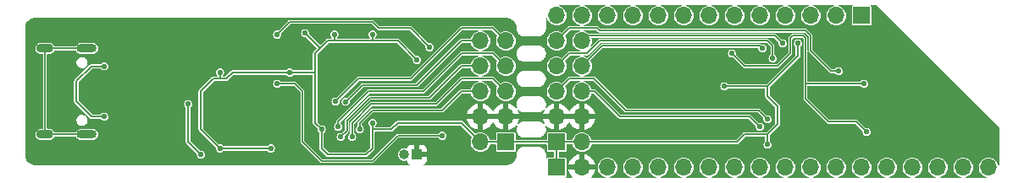
<source format=gbr>
%TF.GenerationSoftware,KiCad,Pcbnew,7.0.1*%
%TF.CreationDate,2023-04-05T22:14:52+02:00*%
%TF.ProjectId,rtl8762ckf-dev-board,72746c38-3736-4326-936b-662d6465762d,0.1.0*%
%TF.SameCoordinates,Original*%
%TF.FileFunction,Copper,L2,Bot*%
%TF.FilePolarity,Positive*%
%FSLAX46Y46*%
G04 Gerber Fmt 4.6, Leading zero omitted, Abs format (unit mm)*
G04 Created by KiCad (PCBNEW 7.0.1) date 2023-04-05 22:14:52*
%MOMM*%
%LPD*%
G01*
G04 APERTURE LIST*
%TA.AperFunction,ComponentPad*%
%ADD10O,2.000000X0.900000*%
%TD*%
%TA.AperFunction,ComponentPad*%
%ADD11O,1.700000X0.900000*%
%TD*%
%TA.AperFunction,ComponentPad*%
%ADD12R,1.700000X1.700000*%
%TD*%
%TA.AperFunction,ComponentPad*%
%ADD13O,1.700000X1.700000*%
%TD*%
%TA.AperFunction,ComponentPad*%
%ADD14R,1.000000X1.000000*%
%TD*%
%TA.AperFunction,ComponentPad*%
%ADD15O,1.000000X1.000000*%
%TD*%
%TA.AperFunction,ViaPad*%
%ADD16C,0.560000*%
%TD*%
%TA.AperFunction,Conductor*%
%ADD17C,0.200000*%
%TD*%
%TA.AperFunction,Conductor*%
%ADD18C,0.127000*%
%TD*%
G04 APERTURE END LIST*
D10*
%TO.P,J7,S1,SHIELD*%
%TO.N,Earth*%
X133375000Y-122680000D03*
D11*
X129205000Y-122680000D03*
D10*
X133375000Y-131320000D03*
D11*
X129205000Y-131320000D03*
%TD*%
D12*
%TO.P,J2,1,Pin_1*%
%TO.N,+3V3*%
X175260000Y-132080000D03*
D13*
%TO.P,J2,2,Pin_2*%
X172720000Y-132080000D03*
%TO.P,J2,3,Pin_3*%
%TO.N,GND*%
X175260000Y-129540000D03*
%TO.P,J2,4,Pin_4*%
X172720000Y-129540000D03*
%TO.P,J2,5,Pin_5*%
%TO.N,/RP2040/GPIO4*%
X175260000Y-127000000D03*
%TO.P,J2,6,Pin_6*%
%TO.N,/RP2040/GPIO5*%
X172720000Y-127000000D03*
%TO.P,J2,7,Pin_7*%
%TO.N,/RP2040/GPIO3*%
X175260000Y-124460000D03*
%TO.P,J2,8,Pin_8*%
%TO.N,/RP2040/GPIO2*%
X172720000Y-124460000D03*
%TO.P,J2,9,Pin_9*%
%TO.N,/RP2040/GPIO6*%
X175260000Y-121920000D03*
%TO.P,J2,10,Pin_10*%
%TO.N,/RP2040/GPIO7*%
X172720000Y-121920000D03*
%TD*%
D12*
%TO.P,J3,1,Pin_1*%
%TO.N,+3V3*%
X180340000Y-132080000D03*
D13*
%TO.P,J3,2,Pin_2*%
X182880000Y-132080000D03*
%TO.P,J3,3,Pin_3*%
%TO.N,GND*%
X180340000Y-129540000D03*
%TO.P,J3,4,Pin_4*%
X182880000Y-129540000D03*
%TO.P,J3,5,Pin_5*%
%TO.N,/RP2040/GPIO4*%
X180340000Y-127000000D03*
%TO.P,J3,6,Pin_6*%
%TO.N,/RP2040/GPIO5*%
X182880000Y-127000000D03*
%TO.P,J3,7,Pin_7*%
%TO.N,/RP2040/GPIO3*%
X180340000Y-124460000D03*
%TO.P,J3,8,Pin_8*%
%TO.N,/RP2040/GPIO2*%
X182880000Y-124460000D03*
%TO.P,J3,9,Pin_9*%
%TO.N,/RP2040/GPIO6*%
X180340000Y-121920000D03*
%TO.P,J3,10,Pin_10*%
%TO.N,/RP2040/GPIO7*%
X182880000Y-121920000D03*
%TD*%
D14*
%TO.P,J1,1,Pin_1*%
%TO.N,GND*%
X166370000Y-133350000D03*
D15*
%TO.P,J1,2,Pin_2*%
%TO.N,/RP2040/~{USB_BOOT}*%
X165100000Y-133350000D03*
%TD*%
D12*
%TO.P,J4,1,Pin_1*%
%TO.N,/RTL8762CKF/P4_3*%
X210820000Y-119380000D03*
D13*
%TO.P,J4,2,Pin_2*%
%TO.N,/RTL8762CKF/P4_2*%
X208280000Y-119380000D03*
%TO.P,J4,3,Pin_3*%
%TO.N,/RTL8762CKF/P4_1*%
X205740000Y-119380000D03*
%TO.P,J4,4,Pin_4*%
%TO.N,/RTL8762CKF/P4_0*%
X203200000Y-119380000D03*
%TO.P,J4,5,Pin_5*%
%TO.N,/RTL8762CKF/P0_7*%
X200660000Y-119380000D03*
%TO.P,J4,6,Pin_6*%
%TO.N,/RTL8762CKF/P0_6*%
X198120000Y-119380000D03*
%TO.P,J4,7,Pin_7*%
%TO.N,/RTL8762CKF/P0_5*%
X195580000Y-119380000D03*
%TO.P,J4,8,Pin_8*%
%TO.N,/RTL8762CKF/P0_4*%
X193040000Y-119380000D03*
%TO.P,J4,9,Pin_9*%
%TO.N,/RTL8762CKF/P0_2*%
X190500000Y-119380000D03*
%TO.P,J4,10,Pin_10*%
%TO.N,/RTL8762CKF/P0_1*%
X187960000Y-119380000D03*
%TO.P,J4,11,Pin_11*%
%TO.N,/RTL8762CKF/P0_0*%
X185420000Y-119380000D03*
%TO.P,J4,12,Pin_12*%
%TO.N,/RTL8762CKF/P1_6*%
X182880000Y-119380000D03*
%TO.P,J4,13,Pin_13*%
%TO.N,/RTL8762CKF/P1_7*%
X180340000Y-119380000D03*
%TD*%
D12*
%TO.P,J5,1,Pin_1*%
%TO.N,+3V3*%
X180340000Y-134620000D03*
D13*
%TO.P,J5,2,Pin_2*%
%TO.N,GND*%
X182880000Y-134620000D03*
%TO.P,J5,3,Pin_3*%
%TO.N,/RTL8762CKF/P3_6*%
X185420000Y-134620000D03*
%TO.P,J5,4,Pin_4*%
%TO.N,/RTL8762CKF/P3_5*%
X187960000Y-134620000D03*
%TO.P,J5,5,Pin_5*%
%TO.N,/RTL8762CKF/P3_4*%
X190500000Y-134620000D03*
%TO.P,J5,6,Pin_6*%
%TO.N,/RTL8762CKF/P3_3*%
X193040000Y-134620000D03*
%TO.P,J5,7,Pin_7*%
%TO.N,/RTL8762CKF/P3_2*%
X195580000Y-134620000D03*
%TO.P,J5,8,Pin_8*%
%TO.N,/RTL8762CKF/H_1*%
X198120000Y-134620000D03*
%TO.P,J5,9,Pin_9*%
%TO.N,/RTL8762CKF/H_2*%
X200660000Y-134620000D03*
%TO.P,J5,10,Pin_10*%
%TO.N,/RTL8762CKF/P2_0*%
X203200000Y-134620000D03*
%TO.P,J5,11,Pin_11*%
%TO.N,/RTL8762CKF/P2_1*%
X205740000Y-134620000D03*
%TO.P,J5,12,Pin_12*%
%TO.N,/RTL8762CKF/P2_2*%
X208280000Y-134620000D03*
%TO.P,J5,13,Pin_13*%
%TO.N,/RTL8762CKF/P2_3*%
X210820000Y-134620000D03*
%TO.P,J5,14,Pin_14*%
%TO.N,/RTL8762CKF/P2_4*%
X213360000Y-134620000D03*
%TO.P,J5,15,Pin_15*%
%TO.N,/RTL8762CKF/P2_5*%
X215900000Y-134620000D03*
%TO.P,J5,16,Pin_16*%
%TO.N,/RTL8762CKF/P2_6*%
X218440000Y-134620000D03*
%TO.P,J5,17,Pin_17*%
%TO.N,/RTL8762CKF/P2_7*%
X220980000Y-134620000D03*
%TO.P,J5,18,Pin_18*%
%TO.N,/RTL8762CKF/H_0*%
X223520000Y-134620000D03*
%TD*%
D16*
%TO.N,GND*%
X161290000Y-132080000D03*
X131572000Y-127000000D03*
X139700000Y-121920000D03*
X135890000Y-124460000D03*
X175260000Y-120015000D03*
X204470000Y-124460000D03*
X193675000Y-128270000D03*
X211328000Y-127508000D03*
X210058000Y-127508000D03*
X210312000Y-131064000D03*
X175260000Y-133985000D03*
X151130000Y-130810000D03*
X151765000Y-120650000D03*
X211582000Y-129286000D03*
X211074000Y-122682000D03*
X157480000Y-132080000D03*
X147955000Y-133350000D03*
X212598000Y-126238000D03*
X213360000Y-120650000D03*
X196850000Y-124968000D03*
X201930000Y-127000000D03*
X220980000Y-128270000D03*
X157480000Y-125730000D03*
X142240000Y-125730000D03*
X150495000Y-133350000D03*
X222250000Y-129540000D03*
X171450000Y-127635000D03*
X134620000Y-120650000D03*
X163195000Y-130175000D03*
X160020000Y-123190000D03*
X200406000Y-132334000D03*
X163195000Y-120015000D03*
X171450000Y-126365000D03*
X172720000Y-133985000D03*
X171450000Y-125095000D03*
X158750000Y-132715000D03*
X139700000Y-127635000D03*
X158750000Y-120650000D03*
X151130000Y-128270000D03*
X204470000Y-129540000D03*
X215900000Y-123190000D03*
X218440000Y-125730000D03*
X139065000Y-124460000D03*
X171450000Y-121285000D03*
X157480000Y-123190000D03*
X148590000Y-125730000D03*
X210566000Y-121412000D03*
X156210000Y-131445000D03*
X191770000Y-128270000D03*
X172720000Y-120015000D03*
X132080000Y-133350000D03*
X223520000Y-130810000D03*
X132080000Y-120650000D03*
X214630000Y-121920000D03*
X135128000Y-123444000D03*
X144780000Y-121920000D03*
X162560000Y-123190000D03*
X160020000Y-132715000D03*
X206502000Y-122682000D03*
X212598000Y-129286000D03*
X171450000Y-123825000D03*
X134620000Y-133350000D03*
X142240000Y-121920000D03*
X168275000Y-130810000D03*
X171450000Y-122555000D03*
X198882000Y-123190000D03*
X147320000Y-121920000D03*
X135128000Y-130556000D03*
X207010000Y-127000000D03*
X151130000Y-125730000D03*
%TO.N,+3V3*%
X146685000Y-125095000D03*
X158115000Y-121285000D03*
X153670000Y-125095000D03*
X204470000Y-122174000D03*
X156845000Y-130810000D03*
X197104000Y-126492000D03*
X146685000Y-132715000D03*
X155194000Y-121158000D03*
X161925000Y-121285000D03*
X166370000Y-123825000D03*
X161925000Y-130175000D03*
X151765000Y-132715000D03*
X201422000Y-132334000D03*
%TO.N,+1V2*%
X211074000Y-126238000D03*
X211328000Y-131064000D03*
X197866000Y-123190000D03*
%TO.N,VBUS*%
X135115000Y-124473000D03*
X135128000Y-129540000D03*
%TO.N,/+3V3_{LDO}*%
X143510000Y-128270000D03*
X144780000Y-133350000D03*
%TO.N,/RP2040/DVDD*%
X152400000Y-121285000D03*
X167640000Y-122555000D03*
X168910000Y-131445000D03*
X152400000Y-126238000D03*
%TO.N,/RP2040/GPIO2*%
X200914000Y-122682000D03*
X158750000Y-131572000D03*
%TO.N,/RP2040/GPIO3*%
X201930000Y-123698000D03*
X158496000Y-130556000D03*
%TO.N,/RP2040/GPIO4*%
X159893000Y-131572000D03*
X201422000Y-129794000D03*
%TO.N,/RP2040/GPIO5*%
X160655000Y-130810000D03*
X200660000Y-130556000D03*
%TO.N,/RP2040/GPIO6*%
X158242000Y-128016000D03*
X208534000Y-124968000D03*
%TO.N,/RP2040/GPIO7*%
X159258000Y-128030841D03*
X202946000Y-122174000D03*
%TD*%
D17*
%TO.N,+3V3*%
X156845000Y-130810000D02*
X156845000Y-132715000D01*
X157480000Y-121920000D02*
X158115000Y-121920000D01*
X170815000Y-130175000D02*
X164465000Y-130175000D01*
X161925000Y-130810000D02*
X161925000Y-130175000D01*
X156845000Y-132715000D02*
X157480000Y-133350000D01*
X201422000Y-126492000D02*
X197104000Y-126492000D01*
X201422000Y-132334000D02*
X201422000Y-131318000D01*
X156210000Y-125095000D02*
X156210000Y-130175000D01*
X155194000Y-121158000D02*
X156718000Y-122682000D01*
X146050000Y-125730000D02*
X144780000Y-127000000D01*
X146685000Y-125095000D02*
X146685000Y-125730000D01*
X164465000Y-130175000D02*
X163830000Y-130810000D01*
X182880000Y-132080000D02*
X198374000Y-132080000D01*
X172720000Y-132080000D02*
X182880000Y-132080000D01*
X144780000Y-127000000D02*
X144780000Y-130810000D01*
X156210000Y-125095000D02*
X156210000Y-123190000D01*
X161925000Y-121920000D02*
X161925000Y-121285000D01*
X164465000Y-121920000D02*
X166370000Y-123825000D01*
X157480000Y-133350000D02*
X161290000Y-133350000D01*
X158115000Y-121920000D02*
X161925000Y-121920000D01*
X147955000Y-125095000D02*
X147320000Y-125730000D01*
X204470000Y-122174000D02*
X204470000Y-123444000D01*
X199136000Y-131318000D02*
X201422000Y-131318000D01*
X156718000Y-122682000D02*
X157480000Y-121920000D01*
X156210000Y-130175000D02*
X156845000Y-130810000D01*
X144780000Y-130810000D02*
X146685000Y-132715000D01*
X153670000Y-125095000D02*
X147955000Y-125095000D01*
X204470000Y-123444000D02*
X201422000Y-126492000D01*
X198374000Y-132080000D02*
X199136000Y-131318000D01*
X201422000Y-126492000D02*
X201422000Y-127508000D01*
X161290000Y-133350000D02*
X161925000Y-132715000D01*
X156210000Y-123190000D02*
X156718000Y-122682000D01*
X202438000Y-130302000D02*
X201422000Y-131318000D01*
X158115000Y-121285000D02*
X158115000Y-121920000D01*
X146685000Y-125730000D02*
X146050000Y-125730000D01*
X161925000Y-121920000D02*
X164465000Y-121920000D01*
X175260000Y-132080000D02*
X182880000Y-132080000D01*
X201422000Y-127508000D02*
X202438000Y-128524000D01*
X163830000Y-130810000D02*
X161925000Y-130810000D01*
X147320000Y-125730000D02*
X146685000Y-125730000D01*
X153670000Y-125095000D02*
X156210000Y-125095000D01*
X161925000Y-132715000D02*
X161925000Y-130810000D01*
X202438000Y-128524000D02*
X202438000Y-130302000D01*
X180340000Y-134620000D02*
X180340000Y-132080000D01*
X172720000Y-132080000D02*
X170815000Y-130175000D01*
X151765000Y-132715000D02*
X146685000Y-132715000D01*
D18*
%TO.N,+1V2*%
X203708000Y-121666000D02*
X203962000Y-121412000D01*
X202438000Y-124460000D02*
X203708000Y-123190000D01*
X203708000Y-123190000D02*
X203708000Y-121666000D01*
X204978000Y-121412000D02*
X205232000Y-121666000D01*
X205232000Y-121666000D02*
X205232000Y-125984000D01*
X197866000Y-123190000D02*
X199136000Y-124460000D01*
X199136000Y-124460000D02*
X202438000Y-124460000D01*
X211074000Y-126238000D02*
X205232000Y-126238000D01*
X207518000Y-130048000D02*
X210312000Y-130048000D01*
X203962000Y-121412000D02*
X204978000Y-121412000D01*
X205232000Y-127762000D02*
X207518000Y-130048000D01*
X205232000Y-126238000D02*
X205232000Y-125984000D01*
X210312000Y-130048000D02*
X211328000Y-131064000D01*
X205232000Y-125984000D02*
X205232000Y-127762000D01*
%TO.N,Earth*%
X133375000Y-122680000D02*
X129205000Y-122680000D01*
X129205000Y-122680000D02*
X129205000Y-131320000D01*
X129205000Y-131320000D02*
X133375000Y-131320000D01*
D17*
%TO.N,VBUS*%
X135128000Y-129540000D02*
X133858000Y-129540000D01*
X133858000Y-129540000D02*
X132334000Y-128016000D01*
X133845000Y-124473000D02*
X135115000Y-124473000D01*
X132334000Y-125984000D02*
X133845000Y-124473000D01*
X132334000Y-128016000D02*
X132334000Y-125984000D01*
%TO.N,/+3V3_{LDO}*%
X144780000Y-133350000D02*
X143510000Y-132080000D01*
X143510000Y-132080000D02*
X143510000Y-128270000D01*
D18*
%TO.N,/RP2040/DVDD*%
X153670000Y-120015000D02*
X161925000Y-120015000D01*
X164465000Y-131445000D02*
X161925000Y-133985000D01*
X154940000Y-132080000D02*
X154940000Y-127000000D01*
X165735000Y-120650000D02*
X162560000Y-120650000D01*
X165735000Y-120650000D02*
X167640000Y-122555000D01*
X154178000Y-126238000D02*
X152400000Y-126238000D01*
X152400000Y-121285000D02*
X153670000Y-120015000D01*
X161925000Y-133985000D02*
X156845000Y-133985000D01*
X156845000Y-133985000D02*
X154940000Y-132080000D01*
X154940000Y-127000000D02*
X154178000Y-126238000D01*
X162560000Y-120650000D02*
X161925000Y-120015000D01*
X168910000Y-131445000D02*
X164465000Y-131445000D01*
%TO.N,/RP2040/GPIO2*%
X170815000Y-124460000D02*
X172720000Y-124460000D01*
X184912000Y-122428000D02*
X182880000Y-124460000D01*
X200660000Y-122428000D02*
X184912000Y-122428000D01*
X167640000Y-127635000D02*
X170815000Y-124460000D01*
X200914000Y-122682000D02*
X200660000Y-122428000D01*
X159385000Y-130937000D02*
X159385000Y-129921000D01*
X158750000Y-131572000D02*
X159385000Y-130937000D01*
X161671000Y-127635000D02*
X167640000Y-127635000D01*
X159385000Y-129921000D02*
X161671000Y-127635000D01*
%TO.N,/RP2040/GPIO3*%
X201930000Y-122428000D02*
X201422000Y-121920000D01*
X201930000Y-123698000D02*
X201930000Y-122428000D01*
X201422000Y-121920000D02*
X184658000Y-121920000D01*
X170815000Y-123190000D02*
X173990000Y-123190000D01*
X183388000Y-123190000D02*
X181610000Y-123190000D01*
X173990000Y-123190000D02*
X175260000Y-124460000D01*
X167005000Y-127000000D02*
X170815000Y-123190000D01*
X158496000Y-130048000D02*
X161544000Y-127000000D01*
X158496000Y-130556000D02*
X158496000Y-130048000D01*
X184658000Y-121920000D02*
X183388000Y-123190000D01*
X161544000Y-127000000D02*
X167005000Y-127000000D01*
X181610000Y-123190000D02*
X180340000Y-124460000D01*
%TO.N,/RP2040/GPIO4*%
X201422000Y-129794000D02*
X200533000Y-128905000D01*
X168275000Y-128270000D02*
X170815000Y-125730000D01*
X181610000Y-125730000D02*
X180340000Y-127000000D01*
X170815000Y-125730000D02*
X173990000Y-125730000D01*
X187261500Y-128905000D02*
X184086500Y-125730000D01*
X173990000Y-125730000D02*
X175260000Y-127000000D01*
X161798000Y-128270000D02*
X168275000Y-128270000D01*
X184086500Y-125730000D02*
X181610000Y-125730000D01*
X159893000Y-130175000D02*
X161798000Y-128270000D01*
X200533000Y-128905000D02*
X187261500Y-128905000D01*
X159893000Y-131572000D02*
X159893000Y-130175000D01*
%TO.N,/RP2040/GPIO5*%
X199644000Y-129540000D02*
X186690000Y-129540000D01*
X160655000Y-130175000D02*
X161925000Y-128905000D01*
X168910000Y-128905000D02*
X170815000Y-127000000D01*
X184150000Y-127000000D02*
X182880000Y-127000000D01*
X161925000Y-128905000D02*
X168910000Y-128905000D01*
X200660000Y-130556000D02*
X199644000Y-129540000D01*
X160655000Y-130810000D02*
X160655000Y-130175000D01*
X170815000Y-127000000D02*
X172720000Y-127000000D01*
X186690000Y-129540000D02*
X184150000Y-127000000D01*
%TO.N,/RP2040/GPIO6*%
X158242000Y-128016000D02*
X160528000Y-125730000D01*
X165735000Y-125730000D02*
X170815000Y-120650000D01*
X181610000Y-120650000D02*
X184404000Y-120650000D01*
X180340000Y-121920000D02*
X181610000Y-120650000D01*
X205740000Y-122936000D02*
X207772000Y-124968000D01*
X205740000Y-121412000D02*
X205740000Y-122936000D01*
X184404000Y-120650000D02*
X184658000Y-120904000D01*
X184658000Y-120904000D02*
X205232000Y-120904000D01*
X170815000Y-120650000D02*
X173990000Y-120650000D01*
X160528000Y-125730000D02*
X165735000Y-125730000D01*
X173990000Y-120650000D02*
X175260000Y-121920000D01*
X207772000Y-124968000D02*
X208534000Y-124968000D01*
X205232000Y-120904000D02*
X205740000Y-121412000D01*
%TO.N,/RP2040/GPIO7*%
X166370000Y-126365000D02*
X170815000Y-121920000D01*
X202184000Y-121412000D02*
X183388000Y-121412000D01*
X159258000Y-128030841D02*
X160923841Y-126365000D01*
X183388000Y-121412000D02*
X182880000Y-121920000D01*
X170815000Y-121920000D02*
X172720000Y-121920000D01*
X160923841Y-126365000D02*
X166370000Y-126365000D01*
X202946000Y-122174000D02*
X202184000Y-121412000D01*
%TD*%
%TA.AperFunction,Conductor*%
%TO.N,GND*%
G36*
X182657765Y-118325674D02*
G01*
X182678766Y-118363829D01*
X182669745Y-118406437D01*
X182635085Y-118432808D01*
X182617718Y-118438077D01*
X182504114Y-118472538D01*
X182334303Y-118563305D01*
X182185459Y-118685459D01*
X182063305Y-118834303D01*
X181972538Y-119004114D01*
X181916642Y-119188377D01*
X181897770Y-119379999D01*
X181916642Y-119571622D01*
X181972538Y-119755885D01*
X182045748Y-119892849D01*
X182063306Y-119925698D01*
X182185459Y-120074541D01*
X182334302Y-120196694D01*
X182414058Y-120239324D01*
X182504114Y-120287461D01*
X182666401Y-120336691D01*
X182701061Y-120363063D01*
X182710082Y-120405671D01*
X182689081Y-120443826D01*
X182648258Y-120459000D01*
X181653071Y-120459000D01*
X181632429Y-120455493D01*
X181631935Y-120455320D01*
X181631934Y-120455320D01*
X181602761Y-120458607D01*
X181595764Y-120459000D01*
X181588479Y-120459000D01*
X181581375Y-120460621D01*
X181574470Y-120461794D01*
X181545294Y-120465081D01*
X181544847Y-120465363D01*
X181525511Y-120473371D01*
X181524996Y-120473488D01*
X181502039Y-120491796D01*
X181496326Y-120495850D01*
X181490160Y-120499724D01*
X181485002Y-120504882D01*
X181479781Y-120509546D01*
X181456829Y-120527850D01*
X181456601Y-120528325D01*
X181444487Y-120545396D01*
X180919048Y-121070835D01*
X180884025Y-121088465D01*
X180845392Y-121081761D01*
X180715885Y-121012538D01*
X180531622Y-120956642D01*
X180340000Y-120937770D01*
X180148377Y-120956642D01*
X179964114Y-121012538D01*
X179794303Y-121103305D01*
X179645459Y-121225459D01*
X179523305Y-121374303D01*
X179432538Y-121544114D01*
X179376642Y-121728377D01*
X179357770Y-121920000D01*
X179376642Y-122111622D01*
X179432538Y-122295885D01*
X179515139Y-122450418D01*
X179523306Y-122465698D01*
X179645459Y-122614541D01*
X179794302Y-122736694D01*
X179853330Y-122768245D01*
X179964114Y-122827461D01*
X179964116Y-122827461D01*
X179964117Y-122827462D01*
X180148376Y-122883357D01*
X180340000Y-122902230D01*
X180531624Y-122883357D01*
X180715883Y-122827462D01*
X180885698Y-122736694D01*
X181034541Y-122614541D01*
X181156694Y-122465698D01*
X181247462Y-122295883D01*
X181303357Y-122111624D01*
X181322230Y-121920000D01*
X181303357Y-121728376D01*
X181247462Y-121544117D01*
X181247461Y-121544116D01*
X181247461Y-121544114D01*
X181178237Y-121414606D01*
X181171533Y-121375973D01*
X181189161Y-121340952D01*
X181670808Y-120859306D01*
X181715003Y-120841000D01*
X182648258Y-120841000D01*
X182689081Y-120856174D01*
X182710082Y-120894329D01*
X182701061Y-120936937D01*
X182666401Y-120963309D01*
X182504114Y-121012538D01*
X182334303Y-121103305D01*
X182185459Y-121225459D01*
X182063305Y-121374303D01*
X181972538Y-121544114D01*
X181916642Y-121728377D01*
X181897770Y-121920000D01*
X181916642Y-122111622D01*
X181972538Y-122295885D01*
X182055139Y-122450418D01*
X182063306Y-122465698D01*
X182185459Y-122614541D01*
X182334302Y-122736694D01*
X182393330Y-122768245D01*
X182504114Y-122827461D01*
X182504116Y-122827461D01*
X182504117Y-122827462D01*
X182515770Y-122830997D01*
X182666401Y-122876691D01*
X182701061Y-122903063D01*
X182710082Y-122945671D01*
X182689081Y-122983826D01*
X182648258Y-122999000D01*
X181653071Y-122999000D01*
X181632429Y-122995493D01*
X181631935Y-122995320D01*
X181631934Y-122995320D01*
X181602761Y-122998607D01*
X181595764Y-122999000D01*
X181588479Y-122999000D01*
X181581375Y-123000621D01*
X181574470Y-123001794D01*
X181545294Y-123005081D01*
X181544847Y-123005363D01*
X181525511Y-123013371D01*
X181524996Y-123013488D01*
X181502039Y-123031796D01*
X181496326Y-123035850D01*
X181490160Y-123039724D01*
X181485002Y-123044882D01*
X181479781Y-123049546D01*
X181456829Y-123067850D01*
X181456601Y-123068325D01*
X181444487Y-123085396D01*
X180919048Y-123610835D01*
X180884025Y-123628465D01*
X180845392Y-123621761D01*
X180715885Y-123552538D01*
X180531622Y-123496642D01*
X180340000Y-123477770D01*
X180148377Y-123496642D01*
X179964114Y-123552538D01*
X179794303Y-123643305D01*
X179645459Y-123765459D01*
X179523305Y-123914303D01*
X179432538Y-124084114D01*
X179376642Y-124268377D01*
X179357770Y-124460000D01*
X179376642Y-124651622D01*
X179432538Y-124835885D01*
X179499482Y-124961126D01*
X179523306Y-125005698D01*
X179645459Y-125154541D01*
X179794302Y-125276694D01*
X179857186Y-125310306D01*
X179964114Y-125367461D01*
X179964116Y-125367461D01*
X179964117Y-125367462D01*
X180148376Y-125423357D01*
X180340000Y-125442230D01*
X180531624Y-125423357D01*
X180715883Y-125367462D01*
X180885698Y-125276694D01*
X181034541Y-125154541D01*
X181156694Y-125005698D01*
X181247462Y-124835883D01*
X181303357Y-124651624D01*
X181322230Y-124460000D01*
X181303357Y-124268376D01*
X181247462Y-124084117D01*
X181247461Y-124084116D01*
X181247461Y-124084114D01*
X181178237Y-123954606D01*
X181171533Y-123915973D01*
X181189161Y-123880952D01*
X181670808Y-123399306D01*
X181715003Y-123381000D01*
X182648258Y-123381000D01*
X182689081Y-123396174D01*
X182710082Y-123434329D01*
X182701061Y-123476937D01*
X182666401Y-123503309D01*
X182504114Y-123552538D01*
X182334303Y-123643305D01*
X182185459Y-123765459D01*
X182063305Y-123914303D01*
X181972538Y-124084114D01*
X181916642Y-124268377D01*
X181897770Y-124460000D01*
X181916642Y-124651622D01*
X181972538Y-124835885D01*
X182039482Y-124961126D01*
X182063306Y-125005698D01*
X182185459Y-125154541D01*
X182334302Y-125276694D01*
X182397186Y-125310306D01*
X182504114Y-125367461D01*
X182504116Y-125367461D01*
X182504117Y-125367462D01*
X182547361Y-125380580D01*
X182666401Y-125416691D01*
X182701061Y-125443063D01*
X182710082Y-125485671D01*
X182689081Y-125523826D01*
X182648258Y-125539000D01*
X181653071Y-125539000D01*
X181632429Y-125535493D01*
X181631935Y-125535320D01*
X181631934Y-125535320D01*
X181602761Y-125538607D01*
X181595764Y-125539000D01*
X181588479Y-125539000D01*
X181581375Y-125540621D01*
X181574470Y-125541794D01*
X181545294Y-125545081D01*
X181544847Y-125545363D01*
X181525511Y-125553371D01*
X181524996Y-125553488D01*
X181502039Y-125571796D01*
X181496326Y-125575850D01*
X181490160Y-125579724D01*
X181485002Y-125584882D01*
X181479781Y-125589546D01*
X181456829Y-125607850D01*
X181456601Y-125608325D01*
X181444487Y-125625396D01*
X180919048Y-126150835D01*
X180884025Y-126168465D01*
X180845392Y-126161761D01*
X180715885Y-126092538D01*
X180531622Y-126036642D01*
X180340000Y-126017770D01*
X180148377Y-126036642D01*
X179964114Y-126092538D01*
X179794303Y-126183305D01*
X179645459Y-126305459D01*
X179523305Y-126454303D01*
X179432538Y-126624114D01*
X179376642Y-126808377D01*
X179357770Y-126999999D01*
X179376642Y-127191622D01*
X179432538Y-127375885D01*
X179499108Y-127500427D01*
X179523306Y-127545698D01*
X179645459Y-127694541D01*
X179794302Y-127816694D01*
X179851006Y-127847003D01*
X179964114Y-127907461D01*
X179964116Y-127907461D01*
X179964117Y-127907462D01*
X180148376Y-127963357D01*
X180340000Y-127982230D01*
X180531624Y-127963357D01*
X180715883Y-127907462D01*
X180885698Y-127816694D01*
X181034541Y-127694541D01*
X181156694Y-127545698D01*
X181247462Y-127375883D01*
X181303357Y-127191624D01*
X181322230Y-127000000D01*
X181303357Y-126808376D01*
X181247462Y-126624117D01*
X181247461Y-126624116D01*
X181247461Y-126624114D01*
X181178237Y-126494606D01*
X181171533Y-126455973D01*
X181189161Y-126420952D01*
X181670808Y-125939306D01*
X181715003Y-125921000D01*
X182648258Y-125921000D01*
X182689081Y-125936174D01*
X182710082Y-125974329D01*
X182701061Y-126016937D01*
X182666401Y-126043309D01*
X182504114Y-126092538D01*
X182334303Y-126183305D01*
X182185459Y-126305459D01*
X182063305Y-126454303D01*
X181972538Y-126624114D01*
X181916642Y-126808377D01*
X181897770Y-126999999D01*
X181916642Y-127191622D01*
X181972538Y-127375885D01*
X182039108Y-127500427D01*
X182063306Y-127545698D01*
X182185459Y-127694541D01*
X182334302Y-127816694D01*
X182391006Y-127847003D01*
X182504114Y-127907461D01*
X182504116Y-127907461D01*
X182504117Y-127907462D01*
X182688376Y-127963357D01*
X182880000Y-127982230D01*
X183071624Y-127963357D01*
X183255883Y-127907462D01*
X183425698Y-127816694D01*
X183574541Y-127694541D01*
X183696694Y-127545698D01*
X183787462Y-127375883D01*
X183830091Y-127235355D01*
X183852668Y-127203300D01*
X183889899Y-127191000D01*
X184044997Y-127191000D01*
X184089191Y-127209306D01*
X186524485Y-129644600D01*
X186536599Y-129661671D01*
X186536828Y-129662146D01*
X186536830Y-129662149D01*
X186559791Y-129680460D01*
X186565006Y-129685121D01*
X186570160Y-129690275D01*
X186576332Y-129694153D01*
X186582039Y-129698203D01*
X186587508Y-129702564D01*
X186604997Y-129716511D01*
X186605504Y-129716626D01*
X186624848Y-129724637D01*
X186625294Y-129724918D01*
X186654467Y-129728204D01*
X186661362Y-129729375D01*
X186668479Y-129731000D01*
X186675764Y-129731000D01*
X186682761Y-129731393D01*
X186685994Y-129731757D01*
X186711935Y-129734680D01*
X186712429Y-129734506D01*
X186733071Y-129731000D01*
X199538997Y-129731000D01*
X199583191Y-129749306D01*
X200244380Y-130410495D01*
X200259627Y-130435375D01*
X200261917Y-130464466D01*
X200258947Y-130483218D01*
X200247420Y-130556000D01*
X200249240Y-130567491D01*
X200267613Y-130683495D01*
X200326215Y-130798508D01*
X200417491Y-130889784D01*
X200506951Y-130935366D01*
X200532506Y-130948387D01*
X200645413Y-130966269D01*
X200660000Y-130974819D01*
X200674586Y-130966269D01*
X200787494Y-130948387D01*
X200902508Y-130889784D01*
X200993784Y-130798508D01*
X201052387Y-130683494D01*
X201072580Y-130556000D01*
X201052387Y-130428506D01*
X201030397Y-130385349D01*
X200993784Y-130313491D01*
X200902508Y-130222215D01*
X200787495Y-130163613D01*
X200685785Y-130147504D01*
X200660000Y-130143420D01*
X200659999Y-130143420D01*
X200568466Y-130157917D01*
X200539375Y-130155627D01*
X200514495Y-130140380D01*
X199809513Y-129435398D01*
X199797398Y-129418325D01*
X199797170Y-129417851D01*
X199797168Y-129417849D01*
X199778879Y-129403264D01*
X199774217Y-129399547D01*
X199768991Y-129394876D01*
X199763840Y-129389725D01*
X199757670Y-129385848D01*
X199751957Y-129381794D01*
X199739366Y-129371753D01*
X199729001Y-129363487D01*
X199728489Y-129363371D01*
X199709147Y-129355359D01*
X199708705Y-129355081D01*
X199679530Y-129351794D01*
X199672624Y-129350621D01*
X199669394Y-129349884D01*
X199665521Y-129349000D01*
X199665520Y-129349000D01*
X199658236Y-129349000D01*
X199651239Y-129348607D01*
X199622065Y-129345320D01*
X199621571Y-129345493D01*
X199600929Y-129349000D01*
X186795003Y-129349000D01*
X186750809Y-129330694D01*
X184315513Y-126895398D01*
X184303398Y-126878325D01*
X184303170Y-126877851D01*
X184303168Y-126877849D01*
X184280219Y-126859548D01*
X184274991Y-126854876D01*
X184269840Y-126849725D01*
X184263670Y-126845848D01*
X184257957Y-126841794D01*
X184237881Y-126825784D01*
X184235001Y-126823487D01*
X184234489Y-126823371D01*
X184215147Y-126815359D01*
X184214705Y-126815081D01*
X184185530Y-126811794D01*
X184178624Y-126810621D01*
X184175394Y-126809884D01*
X184171521Y-126809000D01*
X184171520Y-126809000D01*
X184164236Y-126809000D01*
X184157239Y-126808607D01*
X184128065Y-126805320D01*
X184127571Y-126805493D01*
X184106929Y-126809000D01*
X183889899Y-126809000D01*
X183852668Y-126796700D01*
X183830091Y-126764644D01*
X183787462Y-126624117D01*
X183787461Y-126624116D01*
X183787461Y-126624114D01*
X183738968Y-126533391D01*
X183696694Y-126454302D01*
X183574541Y-126305459D01*
X183425698Y-126183306D01*
X183408288Y-126174000D01*
X183255885Y-126092538D01*
X183093599Y-126043309D01*
X183058939Y-126016937D01*
X183049918Y-125974329D01*
X183070919Y-125936174D01*
X183111742Y-125921000D01*
X183981497Y-125921000D01*
X184025691Y-125939306D01*
X187095985Y-129009600D01*
X187108099Y-129026671D01*
X187108328Y-129027146D01*
X187108330Y-129027149D01*
X187131291Y-129045460D01*
X187136506Y-129050121D01*
X187141660Y-129055275D01*
X187147832Y-129059153D01*
X187153539Y-129063203D01*
X187176494Y-129081509D01*
X187176497Y-129081511D01*
X187177004Y-129081626D01*
X187196348Y-129089637D01*
X187196794Y-129089918D01*
X187225967Y-129093204D01*
X187232862Y-129094375D01*
X187239979Y-129096000D01*
X187247264Y-129096000D01*
X187254261Y-129096393D01*
X187257494Y-129096757D01*
X187283435Y-129099680D01*
X187283929Y-129099506D01*
X187304571Y-129096000D01*
X200427997Y-129096000D01*
X200472191Y-129114306D01*
X201006380Y-129648495D01*
X201021627Y-129673375D01*
X201023917Y-129702466D01*
X201010053Y-129790001D01*
X201009420Y-129794000D01*
X201016072Y-129835997D01*
X201029613Y-129921495D01*
X201088215Y-130036508D01*
X201179491Y-130127784D01*
X201285659Y-130181879D01*
X201294506Y-130186387D01*
X201422000Y-130206580D01*
X201549494Y-130186387D01*
X201664508Y-130127784D01*
X201755784Y-130036508D01*
X201814387Y-129921494D01*
X201834580Y-129794000D01*
X201814387Y-129666506D01*
X201803225Y-129644600D01*
X201755784Y-129551491D01*
X201664508Y-129460215D01*
X201549495Y-129401613D01*
X201449957Y-129385848D01*
X201422000Y-129381420D01*
X201421999Y-129381420D01*
X201330466Y-129395917D01*
X201301375Y-129393627D01*
X201276495Y-129378380D01*
X200698513Y-128800398D01*
X200686398Y-128783325D01*
X200686170Y-128782851D01*
X200686168Y-128782849D01*
X200663219Y-128764548D01*
X200657991Y-128759876D01*
X200652840Y-128754725D01*
X200646670Y-128750848D01*
X200640957Y-128746794D01*
X200628366Y-128736753D01*
X200618001Y-128728487D01*
X200617489Y-128728371D01*
X200598147Y-128720359D01*
X200597705Y-128720081D01*
X200568530Y-128716794D01*
X200561624Y-128715621D01*
X200558394Y-128714884D01*
X200554521Y-128714000D01*
X200554520Y-128714000D01*
X200547236Y-128714000D01*
X200540239Y-128713607D01*
X200511065Y-128710320D01*
X200510571Y-128710493D01*
X200489929Y-128714000D01*
X187366503Y-128714000D01*
X187322309Y-128695694D01*
X184252013Y-125625398D01*
X184239898Y-125608325D01*
X184239670Y-125607851D01*
X184239668Y-125607849D01*
X184216719Y-125589548D01*
X184211491Y-125584876D01*
X184206340Y-125579725D01*
X184200170Y-125575848D01*
X184194457Y-125571794D01*
X184181866Y-125561753D01*
X184171501Y-125553487D01*
X184170989Y-125553371D01*
X184151647Y-125545359D01*
X184151205Y-125545081D01*
X184122030Y-125541794D01*
X184115124Y-125540621D01*
X184111894Y-125539884D01*
X184108021Y-125539000D01*
X184108020Y-125539000D01*
X184100736Y-125539000D01*
X184093739Y-125538607D01*
X184064565Y-125535320D01*
X184064071Y-125535493D01*
X184043429Y-125539000D01*
X183111742Y-125539000D01*
X183070919Y-125523826D01*
X183049918Y-125485671D01*
X183058939Y-125443063D01*
X183093599Y-125416691D01*
X183162446Y-125395806D01*
X183255883Y-125367462D01*
X183425698Y-125276694D01*
X183574541Y-125154541D01*
X183696694Y-125005698D01*
X183787462Y-124835883D01*
X183843357Y-124651624D01*
X183862230Y-124460000D01*
X183843357Y-124268376D01*
X183787462Y-124084117D01*
X183787461Y-124084116D01*
X183787461Y-124084114D01*
X183718237Y-123954606D01*
X183711533Y-123915973D01*
X183729161Y-123880952D01*
X184420115Y-123189999D01*
X197453420Y-123189999D01*
X197473613Y-123317495D01*
X197532215Y-123432508D01*
X197623491Y-123523784D01*
X197689425Y-123557379D01*
X197738506Y-123582387D01*
X197866000Y-123602580D01*
X197957531Y-123588082D01*
X197986622Y-123590371D01*
X198011503Y-123605618D01*
X198970485Y-124564600D01*
X198982599Y-124581671D01*
X198982828Y-124582146D01*
X198982830Y-124582149D01*
X199005791Y-124600460D01*
X199011006Y-124605121D01*
X199016160Y-124610275D01*
X199022332Y-124614153D01*
X199028039Y-124618203D01*
X199048119Y-124634216D01*
X199050997Y-124636511D01*
X199051504Y-124636626D01*
X199070848Y-124644637D01*
X199071294Y-124644918D01*
X199100467Y-124648204D01*
X199107362Y-124649375D01*
X199114479Y-124651000D01*
X199121764Y-124651000D01*
X199128761Y-124651393D01*
X199130794Y-124651622D01*
X199157935Y-124654680D01*
X199158429Y-124654506D01*
X199179071Y-124651000D01*
X202394929Y-124651000D01*
X202415570Y-124654506D01*
X202416065Y-124654680D01*
X202443206Y-124651622D01*
X202445239Y-124651393D01*
X202452236Y-124651000D01*
X202459523Y-124651000D01*
X202466621Y-124649379D01*
X202473534Y-124648203D01*
X202502706Y-124644918D01*
X202503141Y-124644644D01*
X202522496Y-124636627D01*
X202523003Y-124636511D01*
X202545951Y-124618209D01*
X202551662Y-124614155D01*
X202557840Y-124610275D01*
X202563006Y-124605107D01*
X202568205Y-124600462D01*
X202591170Y-124582149D01*
X202591397Y-124581676D01*
X202603511Y-124564602D01*
X203812602Y-123355511D01*
X203829676Y-123343397D01*
X203830149Y-123343170D01*
X203848462Y-123320205D01*
X203853107Y-123315006D01*
X203858275Y-123309840D01*
X203862155Y-123303662D01*
X203866209Y-123297951D01*
X203868883Y-123294599D01*
X203884511Y-123275003D01*
X203884627Y-123274496D01*
X203892645Y-123255140D01*
X203892918Y-123254706D01*
X203896203Y-123225534D01*
X203897379Y-123218621D01*
X203899000Y-123211523D01*
X203899000Y-123204236D01*
X203899393Y-123197239D01*
X203900208Y-123190002D01*
X203902680Y-123168065D01*
X203902506Y-123167570D01*
X203899000Y-123146929D01*
X203899000Y-121771003D01*
X203917306Y-121726809D01*
X204022809Y-121621306D01*
X204067003Y-121603000D01*
X204872997Y-121603000D01*
X204917191Y-121621306D01*
X205022694Y-121726809D01*
X205041000Y-121771003D01*
X205041000Y-127718929D01*
X205037493Y-127739571D01*
X205037320Y-127740065D01*
X205040607Y-127769239D01*
X205041000Y-127776236D01*
X205041000Y-127783520D01*
X205042621Y-127790624D01*
X205043794Y-127797530D01*
X205047081Y-127826705D01*
X205047359Y-127827147D01*
X205055371Y-127846489D01*
X205055487Y-127847001D01*
X205073791Y-127869952D01*
X205077848Y-127875670D01*
X205081725Y-127881840D01*
X205086876Y-127886991D01*
X205091547Y-127892217D01*
X205109851Y-127915170D01*
X205110325Y-127915398D01*
X205127398Y-127927513D01*
X207352485Y-130152600D01*
X207364599Y-130169671D01*
X207364828Y-130170146D01*
X207364830Y-130170149D01*
X207387791Y-130188460D01*
X207393006Y-130193121D01*
X207398160Y-130198275D01*
X207404332Y-130202153D01*
X207410039Y-130206203D01*
X207430119Y-130222216D01*
X207432997Y-130224511D01*
X207433504Y-130224626D01*
X207452848Y-130232637D01*
X207453294Y-130232918D01*
X207482467Y-130236204D01*
X207489362Y-130237375D01*
X207496479Y-130239000D01*
X207503764Y-130239000D01*
X207510761Y-130239393D01*
X207513994Y-130239757D01*
X207539935Y-130242680D01*
X207540429Y-130242506D01*
X207561071Y-130239000D01*
X210206997Y-130239000D01*
X210251191Y-130257306D01*
X210912380Y-130918495D01*
X210927627Y-130943375D01*
X210929917Y-130972466D01*
X210915420Y-131063999D01*
X210935613Y-131191495D01*
X210994215Y-131306508D01*
X211085491Y-131397784D01*
X211141838Y-131426494D01*
X211200506Y-131456387D01*
X211328000Y-131476580D01*
X211455494Y-131456387D01*
X211570508Y-131397784D01*
X211661784Y-131306508D01*
X211720387Y-131191494D01*
X211740580Y-131064000D01*
X211720387Y-130936506D01*
X211709210Y-130914570D01*
X211661784Y-130821491D01*
X211570508Y-130730215D01*
X211455495Y-130671613D01*
X211391747Y-130661516D01*
X211328000Y-130651420D01*
X211327999Y-130651420D01*
X211236466Y-130665917D01*
X211207375Y-130663627D01*
X211182495Y-130648380D01*
X210477513Y-129943398D01*
X210465398Y-129926325D01*
X210465170Y-129925851D01*
X210465168Y-129925849D01*
X210442219Y-129907548D01*
X210436991Y-129902876D01*
X210431840Y-129897725D01*
X210425670Y-129893848D01*
X210419957Y-129889794D01*
X210399881Y-129873784D01*
X210397001Y-129871487D01*
X210396489Y-129871371D01*
X210377147Y-129863359D01*
X210376705Y-129863081D01*
X210347530Y-129859794D01*
X210340624Y-129858621D01*
X210337394Y-129857884D01*
X210333521Y-129857000D01*
X210333520Y-129857000D01*
X210326236Y-129857000D01*
X210319239Y-129856607D01*
X210290065Y-129853320D01*
X210289571Y-129853493D01*
X210268929Y-129857000D01*
X207623003Y-129857000D01*
X207578809Y-129838694D01*
X205441306Y-127701191D01*
X205423000Y-127656997D01*
X205423000Y-126491500D01*
X205441306Y-126447306D01*
X205485500Y-126429000D01*
X210675671Y-126429000D01*
X210708327Y-126438210D01*
X210731359Y-126463126D01*
X210740216Y-126480509D01*
X210831491Y-126571784D01*
X210946504Y-126630386D01*
X210946506Y-126630387D01*
X211074000Y-126650580D01*
X211201494Y-126630387D01*
X211316508Y-126571784D01*
X211407784Y-126480508D01*
X211466387Y-126365494D01*
X211486580Y-126238000D01*
X211466387Y-126110506D01*
X211457232Y-126092538D01*
X211407784Y-125995491D01*
X211316508Y-125904215D01*
X211201495Y-125845613D01*
X211074000Y-125825420D01*
X210946504Y-125845613D01*
X210831491Y-125904215D01*
X210740216Y-125995490D01*
X210731359Y-126012874D01*
X210708327Y-126037790D01*
X210675671Y-126047000D01*
X205485500Y-126047000D01*
X205441306Y-126028694D01*
X205423000Y-125984500D01*
X205423000Y-122941360D01*
X205431684Y-122919532D01*
X205423000Y-122895787D01*
X205423000Y-121709071D01*
X205426507Y-121688430D01*
X205427507Y-121685572D01*
X205431426Y-121680796D01*
X205424393Y-121667637D01*
X205423393Y-121658761D01*
X205423000Y-121651764D01*
X205423000Y-121644482D01*
X205423000Y-121644479D01*
X205421375Y-121637362D01*
X205420203Y-121630460D01*
X205420151Y-121630000D01*
X205416918Y-121601294D01*
X205416637Y-121600847D01*
X205408626Y-121581504D01*
X205408511Y-121580997D01*
X205396096Y-121565429D01*
X205390203Y-121558039D01*
X205386149Y-121552326D01*
X205382275Y-121546160D01*
X205377117Y-121541002D01*
X205372460Y-121535791D01*
X205354149Y-121512830D01*
X205354146Y-121512828D01*
X205353671Y-121512599D01*
X205336600Y-121500485D01*
X205143513Y-121307398D01*
X205131398Y-121290325D01*
X205131170Y-121289851D01*
X205131168Y-121289849D01*
X205108219Y-121271548D01*
X205102991Y-121266876D01*
X205097840Y-121261725D01*
X205091670Y-121257848D01*
X205085957Y-121253794D01*
X205073366Y-121243753D01*
X205063001Y-121235487D01*
X205062489Y-121235371D01*
X205043147Y-121227359D01*
X205042705Y-121227081D01*
X205013530Y-121223794D01*
X205006624Y-121222621D01*
X205003394Y-121221884D01*
X204999521Y-121221000D01*
X204999520Y-121221000D01*
X204992236Y-121221000D01*
X204985239Y-121220607D01*
X204976363Y-121219607D01*
X204963203Y-121212573D01*
X204958428Y-121216493D01*
X204955570Y-121217493D01*
X204934929Y-121221000D01*
X204005071Y-121221000D01*
X203984430Y-121217493D01*
X203981572Y-121216493D01*
X203976796Y-121212573D01*
X203963637Y-121219607D01*
X203954761Y-121220607D01*
X203947764Y-121221000D01*
X203940479Y-121221000D01*
X203933375Y-121222621D01*
X203926470Y-121223794D01*
X203897294Y-121227081D01*
X203896847Y-121227363D01*
X203877511Y-121235371D01*
X203876996Y-121235488D01*
X203854039Y-121253796D01*
X203848326Y-121257850D01*
X203842160Y-121261724D01*
X203837002Y-121266882D01*
X203831781Y-121271546D01*
X203808829Y-121289850D01*
X203808601Y-121290325D01*
X203796487Y-121307396D01*
X203603396Y-121500487D01*
X203586325Y-121512601D01*
X203585850Y-121512829D01*
X203567546Y-121535781D01*
X203562882Y-121541002D01*
X203557724Y-121546160D01*
X203553850Y-121552326D01*
X203549796Y-121558039D01*
X203531488Y-121580996D01*
X203531371Y-121581511D01*
X203523363Y-121600847D01*
X203523081Y-121601294D01*
X203519794Y-121630470D01*
X203518621Y-121637375D01*
X203517000Y-121644479D01*
X203517000Y-121651764D01*
X203516607Y-121658761D01*
X203513320Y-121687934D01*
X203513493Y-121688429D01*
X203517000Y-121709071D01*
X203517000Y-123084997D01*
X203498694Y-123129191D01*
X202377191Y-124250694D01*
X202332997Y-124269000D01*
X199241003Y-124269000D01*
X199196809Y-124250694D01*
X198281618Y-123335503D01*
X198266371Y-123310622D01*
X198264082Y-123281531D01*
X198265196Y-123274496D01*
X198278580Y-123190000D01*
X198258387Y-123062506D01*
X198257615Y-123060991D01*
X198199784Y-122947491D01*
X198108508Y-122856215D01*
X197993495Y-122797613D01*
X197866000Y-122777420D01*
X197738504Y-122797613D01*
X197623491Y-122856215D01*
X197532215Y-122947491D01*
X197473613Y-123062504D01*
X197453420Y-123189999D01*
X184420115Y-123189999D01*
X184972808Y-122637306D01*
X185017003Y-122619000D01*
X200438220Y-122619000D01*
X200472253Y-122629079D01*
X200495310Y-122656065D01*
X200497492Y-122672599D01*
X200499872Y-122672223D01*
X200501420Y-122681998D01*
X200501420Y-122682000D01*
X200510083Y-122736694D01*
X200521613Y-122809495D01*
X200580215Y-122924508D01*
X200671491Y-123015784D01*
X200773678Y-123067851D01*
X200786506Y-123074387D01*
X200914000Y-123094580D01*
X201041494Y-123074387D01*
X201156508Y-123015784D01*
X201247784Y-122924508D01*
X201306387Y-122809494D01*
X201326580Y-122682000D01*
X201306387Y-122554506D01*
X201280901Y-122504487D01*
X201247784Y-122439491D01*
X201156508Y-122348215D01*
X201041495Y-122289613D01*
X200966436Y-122277725D01*
X200914000Y-122269420D01*
X200913999Y-122269420D01*
X200819458Y-122284393D01*
X200776428Y-122275581D01*
X200773667Y-122273846D01*
X200767957Y-122269794D01*
X200755366Y-122259753D01*
X200745001Y-122251487D01*
X200744489Y-122251371D01*
X200725147Y-122243359D01*
X200724705Y-122243081D01*
X200695530Y-122239794D01*
X200688624Y-122238621D01*
X200685394Y-122237884D01*
X200681521Y-122237000D01*
X200681520Y-122237000D01*
X200674236Y-122237000D01*
X200667239Y-122236607D01*
X200658363Y-122235607D01*
X200645203Y-122228573D01*
X200640428Y-122232493D01*
X200637570Y-122233493D01*
X200616929Y-122237000D01*
X184955071Y-122237000D01*
X184934430Y-122233493D01*
X184931572Y-122232493D01*
X184926796Y-122228573D01*
X184913637Y-122235607D01*
X184904761Y-122236607D01*
X184897764Y-122237000D01*
X184890479Y-122237000D01*
X184883375Y-122238621D01*
X184876470Y-122239794D01*
X184847294Y-122243081D01*
X184846847Y-122243363D01*
X184827511Y-122251371D01*
X184826996Y-122251488D01*
X184804039Y-122269796D01*
X184798326Y-122273850D01*
X184792160Y-122277724D01*
X184787002Y-122282882D01*
X184781781Y-122287546D01*
X184758829Y-122305850D01*
X184758601Y-122306325D01*
X184746487Y-122323396D01*
X183459048Y-123610835D01*
X183424025Y-123628465D01*
X183385392Y-123621761D01*
X183255885Y-123552538D01*
X183093599Y-123503309D01*
X183058939Y-123476937D01*
X183049918Y-123434329D01*
X183070919Y-123396174D01*
X183111742Y-123381000D01*
X183344929Y-123381000D01*
X183365570Y-123384506D01*
X183366065Y-123384680D01*
X183392333Y-123381720D01*
X183395239Y-123381393D01*
X183402236Y-123381000D01*
X183409523Y-123381000D01*
X183416621Y-123379379D01*
X183423534Y-123378203D01*
X183452706Y-123374918D01*
X183453141Y-123374644D01*
X183472496Y-123366627D01*
X183473003Y-123366511D01*
X183486986Y-123355359D01*
X183495955Y-123348205D01*
X183501662Y-123344155D01*
X183507840Y-123340275D01*
X183513006Y-123335107D01*
X183518205Y-123330462D01*
X183541170Y-123312149D01*
X183541397Y-123311676D01*
X183553511Y-123294602D01*
X184718808Y-122129306D01*
X184763003Y-122111000D01*
X184906640Y-122111000D01*
X184928467Y-122119684D01*
X184952213Y-122111000D01*
X200619787Y-122111000D01*
X200643532Y-122119684D01*
X200665360Y-122111000D01*
X201316997Y-122111000D01*
X201361191Y-122129306D01*
X201720694Y-122488809D01*
X201739000Y-122533003D01*
X201739000Y-123299671D01*
X201729790Y-123332327D01*
X201704874Y-123355359D01*
X201687490Y-123364216D01*
X201596215Y-123455491D01*
X201537613Y-123570504D01*
X201517420Y-123697999D01*
X201537613Y-123825495D01*
X201596215Y-123940508D01*
X201687491Y-124031784D01*
X201802504Y-124090386D01*
X201802506Y-124090387D01*
X201930000Y-124110580D01*
X202057494Y-124090387D01*
X202172508Y-124031784D01*
X202263784Y-123940508D01*
X202322387Y-123825494D01*
X202342580Y-123698000D01*
X202322387Y-123570506D01*
X202287303Y-123501650D01*
X202263784Y-123455491D01*
X202172509Y-123364216D01*
X202155126Y-123355359D01*
X202130210Y-123332327D01*
X202121000Y-123299671D01*
X202121000Y-122471071D01*
X202124507Y-122450429D01*
X202124511Y-122450418D01*
X202124680Y-122449935D01*
X202121393Y-122420761D01*
X202121000Y-122413764D01*
X202121000Y-122406482D01*
X202121000Y-122406479D01*
X202119375Y-122399362D01*
X202118203Y-122392460D01*
X202117786Y-122388761D01*
X202114918Y-122363294D01*
X202114637Y-122362848D01*
X202106626Y-122343504D01*
X202106511Y-122342997D01*
X202106509Y-122342994D01*
X202088203Y-122320039D01*
X202084153Y-122314332D01*
X202080275Y-122308160D01*
X202075121Y-122303006D01*
X202070460Y-122297791D01*
X202052149Y-122274830D01*
X202052146Y-122274828D01*
X202051671Y-122274599D01*
X202034600Y-122262485D01*
X201587513Y-121815398D01*
X201575398Y-121798325D01*
X201575170Y-121797851D01*
X201575168Y-121797849D01*
X201556879Y-121783264D01*
X201552217Y-121779546D01*
X201546991Y-121774876D01*
X201541840Y-121769725D01*
X201535670Y-121765848D01*
X201529957Y-121761794D01*
X201517366Y-121751753D01*
X201507001Y-121743487D01*
X201506489Y-121743371D01*
X201487147Y-121735359D01*
X201486705Y-121735081D01*
X201457530Y-121731794D01*
X201450624Y-121730621D01*
X201447394Y-121729884D01*
X201443521Y-121729000D01*
X201443520Y-121729000D01*
X201436236Y-121729000D01*
X201429239Y-121728607D01*
X201420363Y-121727607D01*
X201407203Y-121720573D01*
X201402428Y-121724493D01*
X201399570Y-121725493D01*
X201378929Y-121729000D01*
X184701071Y-121729000D01*
X184680430Y-121725493D01*
X184677572Y-121724493D01*
X184672796Y-121720573D01*
X184659637Y-121727607D01*
X184650761Y-121728607D01*
X184643764Y-121729000D01*
X184636479Y-121729000D01*
X184629375Y-121730621D01*
X184622470Y-121731794D01*
X184593294Y-121735081D01*
X184592847Y-121735363D01*
X184573511Y-121743371D01*
X184572996Y-121743488D01*
X184550039Y-121761796D01*
X184544326Y-121765850D01*
X184538160Y-121769724D01*
X184533002Y-121774882D01*
X184527781Y-121779546D01*
X184504829Y-121797850D01*
X184504601Y-121798325D01*
X184492487Y-121815396D01*
X183827560Y-122480324D01*
X183787964Y-122498461D01*
X183746135Y-122486330D01*
X183722385Y-122449824D01*
X183728245Y-122406668D01*
X183787462Y-122295883D01*
X183843357Y-122111624D01*
X183862230Y-121920000D01*
X183843357Y-121728376D01*
X183829787Y-121683642D01*
X183830413Y-121645410D01*
X183853191Y-121614697D01*
X183889596Y-121603000D01*
X184652640Y-121603000D01*
X184674467Y-121611684D01*
X184698213Y-121603000D01*
X201381787Y-121603000D01*
X201405532Y-121611684D01*
X201427360Y-121603000D01*
X202078997Y-121603000D01*
X202123191Y-121621306D01*
X202530380Y-122028495D01*
X202545627Y-122053375D01*
X202547917Y-122082466D01*
X202534718Y-122165806D01*
X202533420Y-122174000D01*
X202542684Y-122232493D01*
X202553613Y-122301495D01*
X202612215Y-122416508D01*
X202703491Y-122507784D01*
X202783756Y-122548681D01*
X202818506Y-122566387D01*
X202946000Y-122586580D01*
X203073494Y-122566387D01*
X203188508Y-122507784D01*
X203279784Y-122416508D01*
X203338387Y-122301494D01*
X203358580Y-122174000D01*
X203338387Y-122046506D01*
X203329210Y-122028495D01*
X203279784Y-121931491D01*
X203188508Y-121840215D01*
X203073495Y-121781613D01*
X202998436Y-121769725D01*
X202946000Y-121761420D01*
X202945999Y-121761420D01*
X202854466Y-121775917D01*
X202825375Y-121773627D01*
X202800495Y-121758380D01*
X202349513Y-121307398D01*
X202337398Y-121290325D01*
X202337170Y-121289851D01*
X202337168Y-121289849D01*
X202314219Y-121271548D01*
X202308991Y-121266876D01*
X202303840Y-121261725D01*
X202297670Y-121257848D01*
X202291957Y-121253794D01*
X202279366Y-121243753D01*
X202269001Y-121235487D01*
X202268489Y-121235371D01*
X202249147Y-121227359D01*
X202248705Y-121227081D01*
X202219530Y-121223794D01*
X202212624Y-121222621D01*
X202209394Y-121221884D01*
X202205521Y-121221000D01*
X202205520Y-121221000D01*
X202198236Y-121221000D01*
X202191239Y-121220607D01*
X202182363Y-121219607D01*
X202169203Y-121212573D01*
X202164428Y-121216493D01*
X202161570Y-121217493D01*
X202140929Y-121221000D01*
X184698213Y-121221000D01*
X184674467Y-121212315D01*
X184652640Y-121221000D01*
X183591471Y-121221000D01*
X183551821Y-121206813D01*
X183535559Y-121193467D01*
X183425698Y-121103306D01*
X183398258Y-121088639D01*
X183255885Y-121012538D01*
X183093599Y-120963309D01*
X183058939Y-120936937D01*
X183049918Y-120894329D01*
X183070919Y-120856174D01*
X183111742Y-120841000D01*
X184298997Y-120841000D01*
X184343191Y-120859306D01*
X184492485Y-121008600D01*
X184504599Y-121025671D01*
X184504828Y-121026146D01*
X184504830Y-121026149D01*
X184527791Y-121044460D01*
X184533005Y-121049120D01*
X184538160Y-121054275D01*
X184544332Y-121058153D01*
X184550039Y-121062203D01*
X184572994Y-121080509D01*
X184572997Y-121080511D01*
X184573504Y-121080626D01*
X184592848Y-121088637D01*
X184593294Y-121088918D01*
X184622467Y-121092204D01*
X184629362Y-121093375D01*
X184636479Y-121095000D01*
X184643764Y-121095000D01*
X184650761Y-121095393D01*
X184659637Y-121096393D01*
X184672796Y-121103426D01*
X184677572Y-121099507D01*
X184680430Y-121098507D01*
X184701071Y-121095000D01*
X202143787Y-121095000D01*
X202167532Y-121103684D01*
X202189360Y-121095000D01*
X203956640Y-121095000D01*
X203978467Y-121103684D01*
X204002213Y-121095000D01*
X204937787Y-121095000D01*
X204961532Y-121103684D01*
X204983360Y-121095000D01*
X205126997Y-121095000D01*
X205171191Y-121113306D01*
X205530694Y-121472809D01*
X205549000Y-121517003D01*
X205549000Y-121660640D01*
X205540315Y-121682467D01*
X205549000Y-121706213D01*
X205549000Y-122892929D01*
X205545493Y-122913570D01*
X205544493Y-122916428D01*
X205540573Y-122921203D01*
X205547607Y-122934363D01*
X205548607Y-122943239D01*
X205549000Y-122950236D01*
X205549000Y-122957520D01*
X205550621Y-122964624D01*
X205551794Y-122971530D01*
X205555081Y-123000705D01*
X205555359Y-123001147D01*
X205563371Y-123020489D01*
X205563487Y-123021001D01*
X205581791Y-123043952D01*
X205585848Y-123049670D01*
X205589725Y-123055840D01*
X205594876Y-123060991D01*
X205599548Y-123066219D01*
X205608854Y-123077889D01*
X205617851Y-123089170D01*
X205618325Y-123089398D01*
X205635398Y-123101513D01*
X207606485Y-125072600D01*
X207618599Y-125089671D01*
X207618828Y-125090146D01*
X207618830Y-125090149D01*
X207641791Y-125108460D01*
X207647005Y-125113120D01*
X207652160Y-125118275D01*
X207658332Y-125122153D01*
X207664039Y-125126203D01*
X207686994Y-125144509D01*
X207686997Y-125144511D01*
X207687504Y-125144626D01*
X207706848Y-125152637D01*
X207707294Y-125152918D01*
X207736467Y-125156204D01*
X207743362Y-125157375D01*
X207750479Y-125159000D01*
X207757764Y-125159000D01*
X207764761Y-125159393D01*
X207767994Y-125159757D01*
X207793935Y-125162680D01*
X207794429Y-125162506D01*
X207815071Y-125159000D01*
X208135671Y-125159000D01*
X208168327Y-125168210D01*
X208191359Y-125193126D01*
X208200216Y-125210509D01*
X208291491Y-125301784D01*
X208406504Y-125360386D01*
X208406506Y-125360387D01*
X208534000Y-125380580D01*
X208661494Y-125360387D01*
X208776508Y-125301784D01*
X208867784Y-125210508D01*
X208926387Y-125095494D01*
X208946580Y-124968000D01*
X208926387Y-124840506D01*
X208926386Y-124840504D01*
X208867784Y-124725491D01*
X208776508Y-124634215D01*
X208661495Y-124575613D01*
X208534000Y-124555420D01*
X208406504Y-124575613D01*
X208291491Y-124634215D01*
X208200216Y-124725490D01*
X208191359Y-124742874D01*
X208168327Y-124767790D01*
X208135671Y-124777000D01*
X207877003Y-124777000D01*
X207832809Y-124758694D01*
X205949306Y-122875191D01*
X205931000Y-122830997D01*
X205931000Y-121455071D01*
X205934507Y-121434429D01*
X205934680Y-121433935D01*
X205931393Y-121404761D01*
X205931000Y-121397764D01*
X205931000Y-121390482D01*
X205931000Y-121390479D01*
X205929375Y-121383362D01*
X205928203Y-121376460D01*
X205928148Y-121375974D01*
X205924918Y-121347294D01*
X205924637Y-121346848D01*
X205916626Y-121327504D01*
X205916511Y-121326997D01*
X205916509Y-121326994D01*
X205898203Y-121304039D01*
X205894153Y-121298332D01*
X205890275Y-121292160D01*
X205885120Y-121287005D01*
X205880460Y-121281791D01*
X205862149Y-121258830D01*
X205862146Y-121258828D01*
X205861671Y-121258599D01*
X205844600Y-121246485D01*
X205397513Y-120799398D01*
X205385398Y-120782325D01*
X205385170Y-120781851D01*
X205385168Y-120781849D01*
X205366879Y-120767264D01*
X205362217Y-120763547D01*
X205356991Y-120758876D01*
X205351840Y-120753725D01*
X205345670Y-120749848D01*
X205339957Y-120745794D01*
X205327366Y-120735753D01*
X205317001Y-120727487D01*
X205316489Y-120727371D01*
X205297147Y-120719359D01*
X205296705Y-120719081D01*
X205267530Y-120715794D01*
X205260624Y-120714621D01*
X205257394Y-120713884D01*
X205253521Y-120713000D01*
X205253520Y-120713000D01*
X205246236Y-120713000D01*
X205239239Y-120712607D01*
X205210065Y-120709320D01*
X205209571Y-120709493D01*
X205188929Y-120713000D01*
X184763003Y-120713000D01*
X184718809Y-120694694D01*
X184569513Y-120545398D01*
X184557398Y-120528325D01*
X184557170Y-120527851D01*
X184557168Y-120527849D01*
X184534219Y-120509548D01*
X184528991Y-120504876D01*
X184523840Y-120499725D01*
X184517670Y-120495848D01*
X184511957Y-120491794D01*
X184499366Y-120481753D01*
X184489001Y-120473487D01*
X184488489Y-120473371D01*
X184469147Y-120465359D01*
X184468705Y-120465081D01*
X184439530Y-120461794D01*
X184432624Y-120460621D01*
X184429394Y-120459884D01*
X184425521Y-120459000D01*
X184425520Y-120459000D01*
X184418236Y-120459000D01*
X184411239Y-120458607D01*
X184382065Y-120455320D01*
X184381571Y-120455493D01*
X184360929Y-120459000D01*
X183111742Y-120459000D01*
X183070919Y-120443826D01*
X183049918Y-120405671D01*
X183058939Y-120363063D01*
X183093599Y-120336691D01*
X183142288Y-120321921D01*
X183255883Y-120287462D01*
X183425698Y-120196694D01*
X183574541Y-120074541D01*
X183696694Y-119925698D01*
X183787462Y-119755883D01*
X183843357Y-119571624D01*
X183862230Y-119380000D01*
X183843357Y-119188376D01*
X183787462Y-119004117D01*
X183787461Y-119004116D01*
X183787461Y-119004114D01*
X183725822Y-118888797D01*
X183696694Y-118834302D01*
X183574541Y-118685459D01*
X183425698Y-118563306D01*
X183415396Y-118557799D01*
X183255885Y-118472538D01*
X183142285Y-118438078D01*
X183124914Y-118432808D01*
X183090255Y-118406437D01*
X183081234Y-118363829D01*
X183102235Y-118325674D01*
X183143058Y-118310500D01*
X185156942Y-118310500D01*
X185197765Y-118325674D01*
X185218766Y-118363829D01*
X185209745Y-118406437D01*
X185175085Y-118432808D01*
X185157718Y-118438077D01*
X185044114Y-118472538D01*
X184874303Y-118563305D01*
X184725459Y-118685459D01*
X184603305Y-118834303D01*
X184512538Y-119004114D01*
X184456642Y-119188377D01*
X184437770Y-119379999D01*
X184456642Y-119571622D01*
X184512538Y-119755885D01*
X184585748Y-119892849D01*
X184603306Y-119925698D01*
X184725459Y-120074541D01*
X184874302Y-120196694D01*
X184954058Y-120239324D01*
X185044114Y-120287461D01*
X185044116Y-120287461D01*
X185044117Y-120287462D01*
X185228376Y-120343357D01*
X185420000Y-120362230D01*
X185611624Y-120343357D01*
X185795883Y-120287462D01*
X185965698Y-120196694D01*
X186114541Y-120074541D01*
X186236694Y-119925698D01*
X186327462Y-119755883D01*
X186383357Y-119571624D01*
X186402230Y-119380000D01*
X186383357Y-119188376D01*
X186327462Y-119004117D01*
X186327461Y-119004116D01*
X186327461Y-119004114D01*
X186265822Y-118888797D01*
X186236694Y-118834302D01*
X186114541Y-118685459D01*
X185965698Y-118563306D01*
X185955396Y-118557799D01*
X185795885Y-118472538D01*
X185682285Y-118438078D01*
X185664914Y-118432808D01*
X185630255Y-118406437D01*
X185621234Y-118363829D01*
X185642235Y-118325674D01*
X185683058Y-118310500D01*
X187696942Y-118310500D01*
X187737765Y-118325674D01*
X187758766Y-118363829D01*
X187749745Y-118406437D01*
X187715085Y-118432808D01*
X187697718Y-118438077D01*
X187584114Y-118472538D01*
X187414303Y-118563305D01*
X187265459Y-118685459D01*
X187143305Y-118834303D01*
X187052538Y-119004114D01*
X186996642Y-119188377D01*
X186977770Y-119379999D01*
X186996642Y-119571622D01*
X187052538Y-119755885D01*
X187125748Y-119892849D01*
X187143306Y-119925698D01*
X187265459Y-120074541D01*
X187414302Y-120196694D01*
X187494058Y-120239324D01*
X187584114Y-120287461D01*
X187584116Y-120287461D01*
X187584117Y-120287462D01*
X187768376Y-120343357D01*
X187960000Y-120362230D01*
X188151624Y-120343357D01*
X188335883Y-120287462D01*
X188505698Y-120196694D01*
X188654541Y-120074541D01*
X188776694Y-119925698D01*
X188867462Y-119755883D01*
X188923357Y-119571624D01*
X188942230Y-119380000D01*
X188923357Y-119188376D01*
X188867462Y-119004117D01*
X188867461Y-119004116D01*
X188867461Y-119004114D01*
X188805822Y-118888797D01*
X188776694Y-118834302D01*
X188654541Y-118685459D01*
X188505698Y-118563306D01*
X188495396Y-118557799D01*
X188335885Y-118472538D01*
X188222285Y-118438078D01*
X188204914Y-118432808D01*
X188170255Y-118406437D01*
X188161234Y-118363829D01*
X188182235Y-118325674D01*
X188223058Y-118310500D01*
X190236942Y-118310500D01*
X190277765Y-118325674D01*
X190298766Y-118363829D01*
X190289745Y-118406437D01*
X190255085Y-118432808D01*
X190237718Y-118438077D01*
X190124114Y-118472538D01*
X189954303Y-118563305D01*
X189805459Y-118685459D01*
X189683305Y-118834303D01*
X189592538Y-119004114D01*
X189536642Y-119188377D01*
X189517770Y-119379999D01*
X189536642Y-119571622D01*
X189592538Y-119755885D01*
X189665748Y-119892849D01*
X189683306Y-119925698D01*
X189805459Y-120074541D01*
X189954302Y-120196694D01*
X190034058Y-120239324D01*
X190124114Y-120287461D01*
X190124116Y-120287461D01*
X190124117Y-120287462D01*
X190308376Y-120343357D01*
X190500000Y-120362230D01*
X190691624Y-120343357D01*
X190875883Y-120287462D01*
X191045698Y-120196694D01*
X191194541Y-120074541D01*
X191316694Y-119925698D01*
X191407462Y-119755883D01*
X191463357Y-119571624D01*
X191482230Y-119380000D01*
X191463357Y-119188376D01*
X191407462Y-119004117D01*
X191407461Y-119004116D01*
X191407461Y-119004114D01*
X191345822Y-118888797D01*
X191316694Y-118834302D01*
X191194541Y-118685459D01*
X191045698Y-118563306D01*
X191035396Y-118557799D01*
X190875885Y-118472538D01*
X190762285Y-118438078D01*
X190744914Y-118432808D01*
X190710255Y-118406437D01*
X190701234Y-118363829D01*
X190722235Y-118325674D01*
X190763058Y-118310500D01*
X192776942Y-118310500D01*
X192817765Y-118325674D01*
X192838766Y-118363829D01*
X192829745Y-118406437D01*
X192795085Y-118432808D01*
X192777718Y-118438077D01*
X192664114Y-118472538D01*
X192494303Y-118563305D01*
X192345459Y-118685459D01*
X192223305Y-118834303D01*
X192132538Y-119004114D01*
X192076642Y-119188377D01*
X192057770Y-119379999D01*
X192076642Y-119571622D01*
X192132538Y-119755885D01*
X192205748Y-119892849D01*
X192223306Y-119925698D01*
X192345459Y-120074541D01*
X192494302Y-120196694D01*
X192574058Y-120239324D01*
X192664114Y-120287461D01*
X192664116Y-120287461D01*
X192664117Y-120287462D01*
X192848376Y-120343357D01*
X193040000Y-120362230D01*
X193231624Y-120343357D01*
X193415883Y-120287462D01*
X193585698Y-120196694D01*
X193734541Y-120074541D01*
X193856694Y-119925698D01*
X193947462Y-119755883D01*
X194003357Y-119571624D01*
X194022230Y-119380000D01*
X194003357Y-119188376D01*
X193947462Y-119004117D01*
X193947461Y-119004116D01*
X193947461Y-119004114D01*
X193885822Y-118888797D01*
X193856694Y-118834302D01*
X193734541Y-118685459D01*
X193585698Y-118563306D01*
X193575396Y-118557799D01*
X193415885Y-118472538D01*
X193302285Y-118438078D01*
X193284914Y-118432808D01*
X193250255Y-118406437D01*
X193241234Y-118363829D01*
X193262235Y-118325674D01*
X193303058Y-118310500D01*
X195316942Y-118310500D01*
X195357765Y-118325674D01*
X195378766Y-118363829D01*
X195369745Y-118406437D01*
X195335085Y-118432808D01*
X195317718Y-118438077D01*
X195204114Y-118472538D01*
X195034303Y-118563305D01*
X194885459Y-118685459D01*
X194763305Y-118834303D01*
X194672538Y-119004114D01*
X194616642Y-119188377D01*
X194597770Y-119379999D01*
X194616642Y-119571622D01*
X194672538Y-119755885D01*
X194745748Y-119892849D01*
X194763306Y-119925698D01*
X194885459Y-120074541D01*
X195034302Y-120196694D01*
X195114058Y-120239324D01*
X195204114Y-120287461D01*
X195204116Y-120287461D01*
X195204117Y-120287462D01*
X195388376Y-120343357D01*
X195580000Y-120362230D01*
X195771624Y-120343357D01*
X195955883Y-120287462D01*
X196125698Y-120196694D01*
X196274541Y-120074541D01*
X196396694Y-119925698D01*
X196487462Y-119755883D01*
X196543357Y-119571624D01*
X196562230Y-119380000D01*
X196543357Y-119188376D01*
X196487462Y-119004117D01*
X196487461Y-119004116D01*
X196487461Y-119004114D01*
X196425822Y-118888797D01*
X196396694Y-118834302D01*
X196274541Y-118685459D01*
X196125698Y-118563306D01*
X196115396Y-118557799D01*
X195955885Y-118472538D01*
X195842285Y-118438078D01*
X195824914Y-118432808D01*
X195790255Y-118406437D01*
X195781234Y-118363829D01*
X195802235Y-118325674D01*
X195843058Y-118310500D01*
X197856942Y-118310500D01*
X197897765Y-118325674D01*
X197918766Y-118363829D01*
X197909745Y-118406437D01*
X197875085Y-118432808D01*
X197857718Y-118438077D01*
X197744114Y-118472538D01*
X197574303Y-118563305D01*
X197425459Y-118685459D01*
X197303305Y-118834303D01*
X197212538Y-119004114D01*
X197156642Y-119188377D01*
X197137770Y-119379999D01*
X197156642Y-119571622D01*
X197212538Y-119755885D01*
X197285748Y-119892849D01*
X197303306Y-119925698D01*
X197425459Y-120074541D01*
X197574302Y-120196694D01*
X197654058Y-120239324D01*
X197744114Y-120287461D01*
X197744116Y-120287461D01*
X197744117Y-120287462D01*
X197928376Y-120343357D01*
X198120000Y-120362230D01*
X198311624Y-120343357D01*
X198495883Y-120287462D01*
X198665698Y-120196694D01*
X198814541Y-120074541D01*
X198936694Y-119925698D01*
X199027462Y-119755883D01*
X199083357Y-119571624D01*
X199102230Y-119380000D01*
X199083357Y-119188376D01*
X199027462Y-119004117D01*
X199027461Y-119004116D01*
X199027461Y-119004114D01*
X198965822Y-118888797D01*
X198936694Y-118834302D01*
X198814541Y-118685459D01*
X198665698Y-118563306D01*
X198655396Y-118557799D01*
X198495885Y-118472538D01*
X198382285Y-118438078D01*
X198364914Y-118432808D01*
X198330255Y-118406437D01*
X198321234Y-118363829D01*
X198342235Y-118325674D01*
X198383058Y-118310500D01*
X200396942Y-118310500D01*
X200437765Y-118325674D01*
X200458766Y-118363829D01*
X200449745Y-118406437D01*
X200415085Y-118432808D01*
X200397718Y-118438077D01*
X200284114Y-118472538D01*
X200114303Y-118563305D01*
X199965459Y-118685459D01*
X199843305Y-118834303D01*
X199752538Y-119004114D01*
X199696642Y-119188377D01*
X199677770Y-119379999D01*
X199696642Y-119571622D01*
X199752538Y-119755885D01*
X199825748Y-119892849D01*
X199843306Y-119925698D01*
X199965459Y-120074541D01*
X200114302Y-120196694D01*
X200194058Y-120239324D01*
X200284114Y-120287461D01*
X200284116Y-120287461D01*
X200284117Y-120287462D01*
X200468376Y-120343357D01*
X200660000Y-120362230D01*
X200851624Y-120343357D01*
X201035883Y-120287462D01*
X201205698Y-120196694D01*
X201354541Y-120074541D01*
X201476694Y-119925698D01*
X201567462Y-119755883D01*
X201623357Y-119571624D01*
X201642230Y-119380000D01*
X201623357Y-119188376D01*
X201567462Y-119004117D01*
X201567461Y-119004116D01*
X201567461Y-119004114D01*
X201505822Y-118888797D01*
X201476694Y-118834302D01*
X201354541Y-118685459D01*
X201205698Y-118563306D01*
X201195396Y-118557799D01*
X201035885Y-118472538D01*
X200922285Y-118438078D01*
X200904914Y-118432808D01*
X200870255Y-118406437D01*
X200861234Y-118363829D01*
X200882235Y-118325674D01*
X200923058Y-118310500D01*
X202936942Y-118310500D01*
X202977765Y-118325674D01*
X202998766Y-118363829D01*
X202989745Y-118406437D01*
X202955085Y-118432808D01*
X202937718Y-118438077D01*
X202824114Y-118472538D01*
X202654303Y-118563305D01*
X202505459Y-118685459D01*
X202383305Y-118834303D01*
X202292538Y-119004114D01*
X202236642Y-119188377D01*
X202217770Y-119379999D01*
X202236642Y-119571622D01*
X202292538Y-119755885D01*
X202365748Y-119892849D01*
X202383306Y-119925698D01*
X202505459Y-120074541D01*
X202654302Y-120196694D01*
X202734058Y-120239324D01*
X202824114Y-120287461D01*
X202824116Y-120287461D01*
X202824117Y-120287462D01*
X203008376Y-120343357D01*
X203200000Y-120362230D01*
X203391624Y-120343357D01*
X203575883Y-120287462D01*
X203745698Y-120196694D01*
X203894541Y-120074541D01*
X204016694Y-119925698D01*
X204107462Y-119755883D01*
X204163357Y-119571624D01*
X204182230Y-119380000D01*
X204163357Y-119188376D01*
X204107462Y-119004117D01*
X204107461Y-119004116D01*
X204107461Y-119004114D01*
X204045822Y-118888797D01*
X204016694Y-118834302D01*
X203894541Y-118685459D01*
X203745698Y-118563306D01*
X203735396Y-118557799D01*
X203575885Y-118472538D01*
X203462285Y-118438078D01*
X203444914Y-118432808D01*
X203410255Y-118406437D01*
X203401234Y-118363829D01*
X203422235Y-118325674D01*
X203463058Y-118310500D01*
X205476942Y-118310500D01*
X205517765Y-118325674D01*
X205538766Y-118363829D01*
X205529745Y-118406437D01*
X205495085Y-118432808D01*
X205477718Y-118438077D01*
X205364114Y-118472538D01*
X205194303Y-118563305D01*
X205045459Y-118685459D01*
X204923305Y-118834303D01*
X204832538Y-119004114D01*
X204776642Y-119188377D01*
X204757770Y-119379999D01*
X204776642Y-119571622D01*
X204832538Y-119755885D01*
X204905748Y-119892849D01*
X204923306Y-119925698D01*
X205045459Y-120074541D01*
X205194302Y-120196694D01*
X205274058Y-120239324D01*
X205364114Y-120287461D01*
X205364116Y-120287461D01*
X205364117Y-120287462D01*
X205548376Y-120343357D01*
X205740000Y-120362230D01*
X205931624Y-120343357D01*
X206115883Y-120287462D01*
X206285698Y-120196694D01*
X206434541Y-120074541D01*
X206556694Y-119925698D01*
X206647462Y-119755883D01*
X206703357Y-119571624D01*
X206722230Y-119380000D01*
X206703357Y-119188376D01*
X206647462Y-119004117D01*
X206647461Y-119004116D01*
X206647461Y-119004114D01*
X206585822Y-118888797D01*
X206556694Y-118834302D01*
X206434541Y-118685459D01*
X206285698Y-118563306D01*
X206275396Y-118557799D01*
X206115885Y-118472538D01*
X206002285Y-118438078D01*
X205984914Y-118432808D01*
X205950255Y-118406437D01*
X205941234Y-118363829D01*
X205962235Y-118325674D01*
X206003058Y-118310500D01*
X208016942Y-118310500D01*
X208057765Y-118325674D01*
X208078766Y-118363829D01*
X208069745Y-118406437D01*
X208035085Y-118432808D01*
X208017718Y-118438077D01*
X207904114Y-118472538D01*
X207734303Y-118563305D01*
X207585459Y-118685459D01*
X207463305Y-118834303D01*
X207372538Y-119004114D01*
X207316642Y-119188377D01*
X207297770Y-119379999D01*
X207316642Y-119571622D01*
X207372538Y-119755885D01*
X207445748Y-119892849D01*
X207463306Y-119925698D01*
X207585459Y-120074541D01*
X207734302Y-120196694D01*
X207814058Y-120239324D01*
X207904114Y-120287461D01*
X207904116Y-120287461D01*
X207904117Y-120287462D01*
X208088376Y-120343357D01*
X208280000Y-120362230D01*
X208471624Y-120343357D01*
X208655883Y-120287462D01*
X208825698Y-120196694D01*
X208974541Y-120074541D01*
X209096694Y-119925698D01*
X209187462Y-119755883D01*
X209243357Y-119571624D01*
X209262230Y-119380000D01*
X209243357Y-119188376D01*
X209187462Y-119004117D01*
X209187461Y-119004116D01*
X209187461Y-119004114D01*
X209125822Y-118888797D01*
X209096694Y-118834302D01*
X208974541Y-118685459D01*
X208825698Y-118563306D01*
X208815396Y-118557799D01*
X208655885Y-118472538D01*
X208542285Y-118438078D01*
X208524914Y-118432808D01*
X208490255Y-118406437D01*
X208481234Y-118363829D01*
X208502235Y-118325674D01*
X208543058Y-118310500D01*
X209862977Y-118310500D01*
X209900208Y-118322800D01*
X209922786Y-118354857D01*
X209921824Y-118394056D01*
X209897700Y-118424967D01*
X209878078Y-118438077D01*
X209849898Y-118480251D01*
X209849897Y-118480252D01*
X209849898Y-118480252D01*
X209842500Y-118517442D01*
X209842500Y-120242558D01*
X209849898Y-120279748D01*
X209878078Y-120321922D01*
X209920252Y-120350102D01*
X209957442Y-120357500D01*
X211682557Y-120357500D01*
X211682558Y-120357500D01*
X211719748Y-120350102D01*
X211761922Y-120321922D01*
X211790102Y-120279748D01*
X211797500Y-120242558D01*
X211797500Y-118517442D01*
X211790102Y-118480252D01*
X211761922Y-118438078D01*
X211754036Y-118432809D01*
X211742300Y-118424967D01*
X211718176Y-118394056D01*
X211717214Y-118354857D01*
X211739792Y-118322800D01*
X211777023Y-118310500D01*
X212264612Y-118310500D01*
X212308806Y-118328806D01*
X224571193Y-130591193D01*
X224589499Y-130635387D01*
X224589499Y-134356938D01*
X224574325Y-134397761D01*
X224536170Y-134418762D01*
X224493562Y-134409741D01*
X224467190Y-134375081D01*
X224427461Y-134244114D01*
X224379324Y-134154058D01*
X224336694Y-134074302D01*
X224214541Y-133925459D01*
X224065698Y-133803306D01*
X224001825Y-133769165D01*
X223895885Y-133712538D01*
X223711622Y-133656642D01*
X223520000Y-133637770D01*
X223328377Y-133656642D01*
X223144114Y-133712538D01*
X222974303Y-133803305D01*
X222825459Y-133925459D01*
X222703305Y-134074303D01*
X222612538Y-134244114D01*
X222556642Y-134428377D01*
X222537770Y-134620000D01*
X222556642Y-134811622D01*
X222612538Y-134995885D01*
X222659364Y-135083489D01*
X222703306Y-135165698D01*
X222825459Y-135314541D01*
X222974302Y-135436694D01*
X223054058Y-135479324D01*
X223144114Y-135527461D01*
X223144116Y-135527461D01*
X223144117Y-135527462D01*
X223257712Y-135561921D01*
X223275088Y-135567192D01*
X223309748Y-135593564D01*
X223318769Y-135636172D01*
X223297768Y-135674327D01*
X223256945Y-135689501D01*
X221243055Y-135689501D01*
X221202232Y-135674327D01*
X221181231Y-135636172D01*
X221190252Y-135593564D01*
X221224912Y-135567192D01*
X221242288Y-135561921D01*
X221355883Y-135527462D01*
X221525698Y-135436694D01*
X221674541Y-135314541D01*
X221796694Y-135165698D01*
X221887462Y-134995883D01*
X221943357Y-134811624D01*
X221962230Y-134620000D01*
X221943357Y-134428376D01*
X221887462Y-134244117D01*
X221887461Y-134244116D01*
X221887461Y-134244114D01*
X221839324Y-134154058D01*
X221796694Y-134074302D01*
X221674541Y-133925459D01*
X221525698Y-133803306D01*
X221461825Y-133769165D01*
X221355885Y-133712538D01*
X221171622Y-133656642D01*
X220980000Y-133637770D01*
X220788377Y-133656642D01*
X220604114Y-133712538D01*
X220434303Y-133803305D01*
X220285459Y-133925459D01*
X220163305Y-134074303D01*
X220072538Y-134244114D01*
X220016642Y-134428377D01*
X219997770Y-134620000D01*
X220016642Y-134811622D01*
X220072538Y-134995885D01*
X220119364Y-135083489D01*
X220163306Y-135165698D01*
X220285459Y-135314541D01*
X220434302Y-135436694D01*
X220514058Y-135479324D01*
X220604114Y-135527461D01*
X220604116Y-135527461D01*
X220604117Y-135527462D01*
X220717712Y-135561921D01*
X220735088Y-135567192D01*
X220769748Y-135593564D01*
X220778769Y-135636172D01*
X220757768Y-135674327D01*
X220716945Y-135689501D01*
X218703055Y-135689501D01*
X218662232Y-135674327D01*
X218641231Y-135636172D01*
X218650252Y-135593564D01*
X218684912Y-135567192D01*
X218702288Y-135561921D01*
X218815883Y-135527462D01*
X218985698Y-135436694D01*
X219134541Y-135314541D01*
X219256694Y-135165698D01*
X219347462Y-134995883D01*
X219403357Y-134811624D01*
X219422230Y-134620000D01*
X219403357Y-134428376D01*
X219347462Y-134244117D01*
X219347461Y-134244116D01*
X219347461Y-134244114D01*
X219299324Y-134154058D01*
X219256694Y-134074302D01*
X219134541Y-133925459D01*
X218985698Y-133803306D01*
X218921825Y-133769165D01*
X218815885Y-133712538D01*
X218631622Y-133656642D01*
X218440000Y-133637770D01*
X218248377Y-133656642D01*
X218064114Y-133712538D01*
X217894303Y-133803305D01*
X217745459Y-133925459D01*
X217623305Y-134074303D01*
X217532538Y-134244114D01*
X217476642Y-134428377D01*
X217457770Y-134620000D01*
X217476642Y-134811622D01*
X217532538Y-134995885D01*
X217579364Y-135083489D01*
X217623306Y-135165698D01*
X217745459Y-135314541D01*
X217894302Y-135436694D01*
X217974058Y-135479324D01*
X218064114Y-135527461D01*
X218064116Y-135527461D01*
X218064117Y-135527462D01*
X218177712Y-135561921D01*
X218195088Y-135567192D01*
X218229748Y-135593564D01*
X218238769Y-135636172D01*
X218217768Y-135674327D01*
X218176945Y-135689501D01*
X216163055Y-135689501D01*
X216122232Y-135674327D01*
X216101231Y-135636172D01*
X216110252Y-135593564D01*
X216144912Y-135567192D01*
X216162288Y-135561921D01*
X216275883Y-135527462D01*
X216445698Y-135436694D01*
X216594541Y-135314541D01*
X216716694Y-135165698D01*
X216807462Y-134995883D01*
X216863357Y-134811624D01*
X216882230Y-134620000D01*
X216863357Y-134428376D01*
X216807462Y-134244117D01*
X216807461Y-134244116D01*
X216807461Y-134244114D01*
X216759324Y-134154058D01*
X216716694Y-134074302D01*
X216594541Y-133925459D01*
X216445698Y-133803306D01*
X216381825Y-133769165D01*
X216275885Y-133712538D01*
X216091622Y-133656642D01*
X215900000Y-133637770D01*
X215708377Y-133656642D01*
X215524114Y-133712538D01*
X215354303Y-133803305D01*
X215205459Y-133925459D01*
X215083305Y-134074303D01*
X214992538Y-134244114D01*
X214936642Y-134428377D01*
X214917770Y-134620000D01*
X214936642Y-134811622D01*
X214992538Y-134995885D01*
X215039364Y-135083489D01*
X215083306Y-135165698D01*
X215205459Y-135314541D01*
X215354302Y-135436694D01*
X215434058Y-135479324D01*
X215524114Y-135527461D01*
X215524116Y-135527461D01*
X215524117Y-135527462D01*
X215637712Y-135561921D01*
X215655088Y-135567192D01*
X215689748Y-135593564D01*
X215698769Y-135636172D01*
X215677768Y-135674327D01*
X215636945Y-135689501D01*
X213623055Y-135689501D01*
X213582232Y-135674327D01*
X213561231Y-135636172D01*
X213570252Y-135593564D01*
X213604912Y-135567192D01*
X213622288Y-135561921D01*
X213735883Y-135527462D01*
X213905698Y-135436694D01*
X214054541Y-135314541D01*
X214176694Y-135165698D01*
X214267462Y-134995883D01*
X214323357Y-134811624D01*
X214342230Y-134620000D01*
X214323357Y-134428376D01*
X214267462Y-134244117D01*
X214267461Y-134244116D01*
X214267461Y-134244114D01*
X214219324Y-134154058D01*
X214176694Y-134074302D01*
X214054541Y-133925459D01*
X213905698Y-133803306D01*
X213841825Y-133769165D01*
X213735885Y-133712538D01*
X213551622Y-133656642D01*
X213360000Y-133637770D01*
X213168377Y-133656642D01*
X212984114Y-133712538D01*
X212814303Y-133803305D01*
X212665459Y-133925459D01*
X212543305Y-134074303D01*
X212452538Y-134244114D01*
X212396642Y-134428377D01*
X212377770Y-134620000D01*
X212396642Y-134811622D01*
X212452538Y-134995885D01*
X212499364Y-135083489D01*
X212543306Y-135165698D01*
X212665459Y-135314541D01*
X212814302Y-135436694D01*
X212894058Y-135479324D01*
X212984114Y-135527461D01*
X212984116Y-135527461D01*
X212984117Y-135527462D01*
X213097712Y-135561921D01*
X213115088Y-135567192D01*
X213149748Y-135593564D01*
X213158769Y-135636172D01*
X213137768Y-135674327D01*
X213096945Y-135689501D01*
X211083055Y-135689501D01*
X211042232Y-135674327D01*
X211021231Y-135636172D01*
X211030252Y-135593564D01*
X211064912Y-135567192D01*
X211082288Y-135561921D01*
X211195883Y-135527462D01*
X211365698Y-135436694D01*
X211514541Y-135314541D01*
X211636694Y-135165698D01*
X211727462Y-134995883D01*
X211783357Y-134811624D01*
X211802230Y-134620000D01*
X211783357Y-134428376D01*
X211727462Y-134244117D01*
X211727461Y-134244116D01*
X211727461Y-134244114D01*
X211679324Y-134154058D01*
X211636694Y-134074302D01*
X211514541Y-133925459D01*
X211365698Y-133803306D01*
X211301825Y-133769165D01*
X211195885Y-133712538D01*
X211011622Y-133656642D01*
X210820000Y-133637770D01*
X210628377Y-133656642D01*
X210444114Y-133712538D01*
X210274303Y-133803305D01*
X210125459Y-133925459D01*
X210003305Y-134074303D01*
X209912538Y-134244114D01*
X209856642Y-134428377D01*
X209837770Y-134620000D01*
X209856642Y-134811622D01*
X209912538Y-134995885D01*
X209959364Y-135083489D01*
X210003306Y-135165698D01*
X210125459Y-135314541D01*
X210274302Y-135436694D01*
X210354058Y-135479324D01*
X210444114Y-135527461D01*
X210444116Y-135527461D01*
X210444117Y-135527462D01*
X210557712Y-135561921D01*
X210575088Y-135567192D01*
X210609748Y-135593564D01*
X210618769Y-135636172D01*
X210597768Y-135674327D01*
X210556945Y-135689501D01*
X208543055Y-135689501D01*
X208502232Y-135674327D01*
X208481231Y-135636172D01*
X208490252Y-135593564D01*
X208524912Y-135567192D01*
X208542288Y-135561921D01*
X208655883Y-135527462D01*
X208825698Y-135436694D01*
X208974541Y-135314541D01*
X209096694Y-135165698D01*
X209187462Y-134995883D01*
X209243357Y-134811624D01*
X209262230Y-134620000D01*
X209243357Y-134428376D01*
X209187462Y-134244117D01*
X209187461Y-134244116D01*
X209187461Y-134244114D01*
X209139324Y-134154058D01*
X209096694Y-134074302D01*
X208974541Y-133925459D01*
X208825698Y-133803306D01*
X208761825Y-133769165D01*
X208655885Y-133712538D01*
X208471622Y-133656642D01*
X208280000Y-133637770D01*
X208088377Y-133656642D01*
X207904114Y-133712538D01*
X207734303Y-133803305D01*
X207585459Y-133925459D01*
X207463305Y-134074303D01*
X207372538Y-134244114D01*
X207316642Y-134428377D01*
X207297770Y-134620000D01*
X207316642Y-134811622D01*
X207372538Y-134995885D01*
X207419364Y-135083489D01*
X207463306Y-135165698D01*
X207585459Y-135314541D01*
X207734302Y-135436694D01*
X207814058Y-135479324D01*
X207904114Y-135527461D01*
X207904116Y-135527461D01*
X207904117Y-135527462D01*
X208017712Y-135561921D01*
X208035088Y-135567192D01*
X208069748Y-135593564D01*
X208078769Y-135636172D01*
X208057768Y-135674327D01*
X208016945Y-135689501D01*
X206003055Y-135689501D01*
X205962232Y-135674327D01*
X205941231Y-135636172D01*
X205950252Y-135593564D01*
X205984912Y-135567192D01*
X206002288Y-135561921D01*
X206115883Y-135527462D01*
X206285698Y-135436694D01*
X206434541Y-135314541D01*
X206556694Y-135165698D01*
X206647462Y-134995883D01*
X206703357Y-134811624D01*
X206722230Y-134620000D01*
X206703357Y-134428376D01*
X206647462Y-134244117D01*
X206647461Y-134244116D01*
X206647461Y-134244114D01*
X206599324Y-134154058D01*
X206556694Y-134074302D01*
X206434541Y-133925459D01*
X206285698Y-133803306D01*
X206221825Y-133769165D01*
X206115885Y-133712538D01*
X205931622Y-133656642D01*
X205740000Y-133637770D01*
X205548377Y-133656642D01*
X205364114Y-133712538D01*
X205194303Y-133803305D01*
X205045459Y-133925459D01*
X204923305Y-134074303D01*
X204832538Y-134244114D01*
X204776642Y-134428377D01*
X204757770Y-134620000D01*
X204776642Y-134811622D01*
X204832538Y-134995885D01*
X204879364Y-135083489D01*
X204923306Y-135165698D01*
X205045459Y-135314541D01*
X205194302Y-135436694D01*
X205274058Y-135479324D01*
X205364114Y-135527461D01*
X205364116Y-135527461D01*
X205364117Y-135527462D01*
X205477712Y-135561921D01*
X205495088Y-135567192D01*
X205529748Y-135593564D01*
X205538769Y-135636172D01*
X205517768Y-135674327D01*
X205476945Y-135689501D01*
X203463055Y-135689501D01*
X203422232Y-135674327D01*
X203401231Y-135636172D01*
X203410252Y-135593564D01*
X203444912Y-135567192D01*
X203462288Y-135561921D01*
X203575883Y-135527462D01*
X203745698Y-135436694D01*
X203894541Y-135314541D01*
X204016694Y-135165698D01*
X204107462Y-134995883D01*
X204163357Y-134811624D01*
X204182230Y-134620000D01*
X204163357Y-134428376D01*
X204107462Y-134244117D01*
X204107461Y-134244116D01*
X204107461Y-134244114D01*
X204059324Y-134154058D01*
X204016694Y-134074302D01*
X203894541Y-133925459D01*
X203745698Y-133803306D01*
X203681825Y-133769165D01*
X203575885Y-133712538D01*
X203391622Y-133656642D01*
X203200000Y-133637770D01*
X203008377Y-133656642D01*
X202824114Y-133712538D01*
X202654303Y-133803305D01*
X202505459Y-133925459D01*
X202383305Y-134074303D01*
X202292538Y-134244114D01*
X202236642Y-134428377D01*
X202217770Y-134620000D01*
X202236642Y-134811622D01*
X202292538Y-134995885D01*
X202339364Y-135083489D01*
X202383306Y-135165698D01*
X202505459Y-135314541D01*
X202654302Y-135436694D01*
X202734058Y-135479324D01*
X202824114Y-135527461D01*
X202824116Y-135527461D01*
X202824117Y-135527462D01*
X202937712Y-135561921D01*
X202955088Y-135567192D01*
X202989748Y-135593564D01*
X202998769Y-135636172D01*
X202977768Y-135674327D01*
X202936945Y-135689501D01*
X200923055Y-135689501D01*
X200882232Y-135674327D01*
X200861231Y-135636172D01*
X200870252Y-135593564D01*
X200904912Y-135567192D01*
X200922288Y-135561921D01*
X201035883Y-135527462D01*
X201205698Y-135436694D01*
X201354541Y-135314541D01*
X201476694Y-135165698D01*
X201567462Y-134995883D01*
X201623357Y-134811624D01*
X201642230Y-134620000D01*
X201623357Y-134428376D01*
X201567462Y-134244117D01*
X201567461Y-134244116D01*
X201567461Y-134244114D01*
X201519324Y-134154058D01*
X201476694Y-134074302D01*
X201354541Y-133925459D01*
X201205698Y-133803306D01*
X201141825Y-133769165D01*
X201035885Y-133712538D01*
X200851622Y-133656642D01*
X200660000Y-133637770D01*
X200468377Y-133656642D01*
X200284114Y-133712538D01*
X200114303Y-133803305D01*
X199965459Y-133925459D01*
X199843305Y-134074303D01*
X199752538Y-134244114D01*
X199696642Y-134428377D01*
X199677770Y-134620000D01*
X199696642Y-134811622D01*
X199752538Y-134995885D01*
X199799364Y-135083489D01*
X199843306Y-135165698D01*
X199965459Y-135314541D01*
X200114302Y-135436694D01*
X200194058Y-135479324D01*
X200284114Y-135527461D01*
X200284116Y-135527461D01*
X200284117Y-135527462D01*
X200397712Y-135561921D01*
X200415088Y-135567192D01*
X200449748Y-135593564D01*
X200458769Y-135636172D01*
X200437768Y-135674327D01*
X200396945Y-135689501D01*
X198383055Y-135689501D01*
X198342232Y-135674327D01*
X198321231Y-135636172D01*
X198330252Y-135593564D01*
X198364912Y-135567192D01*
X198382288Y-135561921D01*
X198495883Y-135527462D01*
X198665698Y-135436694D01*
X198814541Y-135314541D01*
X198936694Y-135165698D01*
X199027462Y-134995883D01*
X199083357Y-134811624D01*
X199102230Y-134620000D01*
X199083357Y-134428376D01*
X199027462Y-134244117D01*
X199027461Y-134244116D01*
X199027461Y-134244114D01*
X198979324Y-134154058D01*
X198936694Y-134074302D01*
X198814541Y-133925459D01*
X198665698Y-133803306D01*
X198601825Y-133769165D01*
X198495885Y-133712538D01*
X198311622Y-133656642D01*
X198120000Y-133637770D01*
X197928377Y-133656642D01*
X197744114Y-133712538D01*
X197574303Y-133803305D01*
X197425459Y-133925459D01*
X197303305Y-134074303D01*
X197212538Y-134244114D01*
X197156642Y-134428377D01*
X197137770Y-134620000D01*
X197156642Y-134811622D01*
X197212538Y-134995885D01*
X197259364Y-135083489D01*
X197303306Y-135165698D01*
X197425459Y-135314541D01*
X197574302Y-135436694D01*
X197654058Y-135479324D01*
X197744114Y-135527461D01*
X197744116Y-135527461D01*
X197744117Y-135527462D01*
X197857712Y-135561921D01*
X197875088Y-135567192D01*
X197909748Y-135593564D01*
X197918769Y-135636172D01*
X197897768Y-135674327D01*
X197856945Y-135689501D01*
X195843055Y-135689501D01*
X195802232Y-135674327D01*
X195781231Y-135636172D01*
X195790252Y-135593564D01*
X195824912Y-135567192D01*
X195842288Y-135561921D01*
X195955883Y-135527462D01*
X196125698Y-135436694D01*
X196274541Y-135314541D01*
X196396694Y-135165698D01*
X196487462Y-134995883D01*
X196543357Y-134811624D01*
X196562230Y-134620000D01*
X196543357Y-134428376D01*
X196487462Y-134244117D01*
X196487461Y-134244116D01*
X196487461Y-134244114D01*
X196439324Y-134154058D01*
X196396694Y-134074302D01*
X196274541Y-133925459D01*
X196125698Y-133803306D01*
X196061825Y-133769165D01*
X195955885Y-133712538D01*
X195771622Y-133656642D01*
X195580000Y-133637770D01*
X195388377Y-133656642D01*
X195204114Y-133712538D01*
X195034303Y-133803305D01*
X194885459Y-133925459D01*
X194763305Y-134074303D01*
X194672538Y-134244114D01*
X194616642Y-134428377D01*
X194597770Y-134620000D01*
X194616642Y-134811622D01*
X194672538Y-134995885D01*
X194719364Y-135083489D01*
X194763306Y-135165698D01*
X194885459Y-135314541D01*
X195034302Y-135436694D01*
X195114058Y-135479324D01*
X195204114Y-135527461D01*
X195204116Y-135527461D01*
X195204117Y-135527462D01*
X195317712Y-135561921D01*
X195335088Y-135567192D01*
X195369748Y-135593564D01*
X195378769Y-135636172D01*
X195357768Y-135674327D01*
X195316945Y-135689501D01*
X193303055Y-135689501D01*
X193262232Y-135674327D01*
X193241231Y-135636172D01*
X193250252Y-135593564D01*
X193284912Y-135567192D01*
X193302288Y-135561921D01*
X193415883Y-135527462D01*
X193585698Y-135436694D01*
X193734541Y-135314541D01*
X193856694Y-135165698D01*
X193947462Y-134995883D01*
X194003357Y-134811624D01*
X194022230Y-134620000D01*
X194003357Y-134428376D01*
X193947462Y-134244117D01*
X193947461Y-134244116D01*
X193947461Y-134244114D01*
X193899324Y-134154058D01*
X193856694Y-134074302D01*
X193734541Y-133925459D01*
X193585698Y-133803306D01*
X193521825Y-133769165D01*
X193415885Y-133712538D01*
X193231622Y-133656642D01*
X193040000Y-133637770D01*
X192848377Y-133656642D01*
X192664114Y-133712538D01*
X192494303Y-133803305D01*
X192345459Y-133925459D01*
X192223305Y-134074303D01*
X192132538Y-134244114D01*
X192076642Y-134428377D01*
X192057770Y-134620000D01*
X192076642Y-134811622D01*
X192132538Y-134995885D01*
X192179364Y-135083489D01*
X192223306Y-135165698D01*
X192345459Y-135314541D01*
X192494302Y-135436694D01*
X192574058Y-135479324D01*
X192664114Y-135527461D01*
X192664116Y-135527461D01*
X192664117Y-135527462D01*
X192777712Y-135561921D01*
X192795088Y-135567192D01*
X192829748Y-135593564D01*
X192838769Y-135636172D01*
X192817768Y-135674327D01*
X192776945Y-135689501D01*
X190763055Y-135689501D01*
X190722232Y-135674327D01*
X190701231Y-135636172D01*
X190710252Y-135593564D01*
X190744912Y-135567192D01*
X190762288Y-135561921D01*
X190875883Y-135527462D01*
X191045698Y-135436694D01*
X191194541Y-135314541D01*
X191316694Y-135165698D01*
X191407462Y-134995883D01*
X191463357Y-134811624D01*
X191482230Y-134620000D01*
X191463357Y-134428376D01*
X191407462Y-134244117D01*
X191407461Y-134244116D01*
X191407461Y-134244114D01*
X191359324Y-134154058D01*
X191316694Y-134074302D01*
X191194541Y-133925459D01*
X191045698Y-133803306D01*
X190981825Y-133769165D01*
X190875885Y-133712538D01*
X190691622Y-133656642D01*
X190500000Y-133637770D01*
X190308377Y-133656642D01*
X190124114Y-133712538D01*
X189954303Y-133803305D01*
X189805459Y-133925459D01*
X189683305Y-134074303D01*
X189592538Y-134244114D01*
X189536642Y-134428377D01*
X189517770Y-134620000D01*
X189536642Y-134811622D01*
X189592538Y-134995885D01*
X189639364Y-135083489D01*
X189683306Y-135165698D01*
X189805459Y-135314541D01*
X189954302Y-135436694D01*
X190034058Y-135479324D01*
X190124114Y-135527461D01*
X190124116Y-135527461D01*
X190124117Y-135527462D01*
X190237712Y-135561921D01*
X190255088Y-135567192D01*
X190289748Y-135593564D01*
X190298769Y-135636172D01*
X190277768Y-135674327D01*
X190236945Y-135689501D01*
X188223055Y-135689501D01*
X188182232Y-135674327D01*
X188161231Y-135636172D01*
X188170252Y-135593564D01*
X188204912Y-135567192D01*
X188222288Y-135561921D01*
X188335883Y-135527462D01*
X188505698Y-135436694D01*
X188654541Y-135314541D01*
X188776694Y-135165698D01*
X188867462Y-134995883D01*
X188923357Y-134811624D01*
X188942230Y-134620000D01*
X188923357Y-134428376D01*
X188867462Y-134244117D01*
X188867461Y-134244116D01*
X188867461Y-134244114D01*
X188819324Y-134154058D01*
X188776694Y-134074302D01*
X188654541Y-133925459D01*
X188505698Y-133803306D01*
X188441825Y-133769165D01*
X188335885Y-133712538D01*
X188151622Y-133656642D01*
X187960000Y-133637770D01*
X187768377Y-133656642D01*
X187584114Y-133712538D01*
X187414303Y-133803305D01*
X187265459Y-133925459D01*
X187143305Y-134074303D01*
X187052538Y-134244114D01*
X186996642Y-134428377D01*
X186977770Y-134620000D01*
X186996642Y-134811622D01*
X187052538Y-134995885D01*
X187099364Y-135083489D01*
X187143306Y-135165698D01*
X187265459Y-135314541D01*
X187414302Y-135436694D01*
X187494058Y-135479324D01*
X187584114Y-135527461D01*
X187584116Y-135527461D01*
X187584117Y-135527462D01*
X187697712Y-135561921D01*
X187715088Y-135567192D01*
X187749748Y-135593564D01*
X187758769Y-135636172D01*
X187737768Y-135674327D01*
X187696945Y-135689501D01*
X185683055Y-135689501D01*
X185642232Y-135674327D01*
X185621231Y-135636172D01*
X185630252Y-135593564D01*
X185664912Y-135567192D01*
X185682288Y-135561921D01*
X185795883Y-135527462D01*
X185965698Y-135436694D01*
X186114541Y-135314541D01*
X186236694Y-135165698D01*
X186327462Y-134995883D01*
X186383357Y-134811624D01*
X186402230Y-134620000D01*
X186383357Y-134428376D01*
X186327462Y-134244117D01*
X186327461Y-134244116D01*
X186327461Y-134244114D01*
X186279324Y-134154058D01*
X186236694Y-134074302D01*
X186114541Y-133925459D01*
X185965698Y-133803306D01*
X185901825Y-133769165D01*
X185795885Y-133712538D01*
X185611622Y-133656642D01*
X185420000Y-133637770D01*
X185228377Y-133656642D01*
X185044114Y-133712538D01*
X184874303Y-133803305D01*
X184725459Y-133925459D01*
X184603305Y-134074303D01*
X184512538Y-134244114D01*
X184456642Y-134428377D01*
X184437770Y-134620000D01*
X184456642Y-134811622D01*
X184512538Y-134995885D01*
X184559364Y-135083489D01*
X184603306Y-135165698D01*
X184725459Y-135314541D01*
X184874302Y-135436694D01*
X184954058Y-135479324D01*
X185044114Y-135527461D01*
X185044116Y-135527461D01*
X185044117Y-135527462D01*
X185157712Y-135561921D01*
X185175088Y-135567192D01*
X185209748Y-135593564D01*
X185218769Y-135636172D01*
X185197768Y-135674327D01*
X185156945Y-135689501D01*
X183870576Y-135689501D01*
X183826382Y-135671195D01*
X183808076Y-135627001D01*
X183826382Y-135582807D01*
X183918110Y-135491078D01*
X184053599Y-135297579D01*
X184153431Y-135083489D01*
X184210636Y-134870001D01*
X184210636Y-134870000D01*
X181549364Y-134870000D01*
X181549363Y-134870001D01*
X181606568Y-135083489D01*
X181706400Y-135297579D01*
X181841889Y-135491078D01*
X181933618Y-135582807D01*
X181951924Y-135627001D01*
X181933618Y-135671195D01*
X181889424Y-135689501D01*
X181297021Y-135689501D01*
X181259790Y-135677201D01*
X181237212Y-135645144D01*
X181238175Y-135605945D01*
X181262297Y-135575034D01*
X181281922Y-135561922D01*
X181310102Y-135519748D01*
X181317500Y-135482558D01*
X181317500Y-134369998D01*
X181549363Y-134369998D01*
X181549364Y-134370000D01*
X182630000Y-134370000D01*
X183130000Y-134370000D01*
X184210636Y-134370000D01*
X184210636Y-134369998D01*
X184153431Y-134156510D01*
X184053599Y-133942421D01*
X183918110Y-133748921D01*
X183751078Y-133581889D01*
X183557579Y-133446400D01*
X183343489Y-133346568D01*
X183130001Y-133289363D01*
X183130000Y-133289364D01*
X183130000Y-134370000D01*
X182630000Y-134370000D01*
X182630000Y-133289364D01*
X182629998Y-133289363D01*
X182416510Y-133346568D01*
X182202421Y-133446400D01*
X182008921Y-133581889D01*
X181841889Y-133748921D01*
X181706400Y-133942421D01*
X181606568Y-134156510D01*
X181549363Y-134369998D01*
X181317500Y-134369998D01*
X181317500Y-133757442D01*
X181310102Y-133720252D01*
X181281922Y-133678078D01*
X181239748Y-133649898D01*
X181202558Y-133642500D01*
X181202557Y-133642500D01*
X180630000Y-133642500D01*
X180585806Y-133624194D01*
X180567500Y-133580000D01*
X180567500Y-133120000D01*
X180585806Y-133075806D01*
X180630000Y-133057500D01*
X181202557Y-133057500D01*
X181202558Y-133057500D01*
X181239748Y-133050102D01*
X181281922Y-133021922D01*
X181310102Y-132979748D01*
X181317500Y-132942558D01*
X181317500Y-132370000D01*
X181335806Y-132325806D01*
X181380000Y-132307500D01*
X181881173Y-132307500D01*
X181918404Y-132319800D01*
X181940981Y-132351856D01*
X181949887Y-132381215D01*
X181972538Y-132455885D01*
X182037013Y-132576508D01*
X182063306Y-132625698D01*
X182185459Y-132774541D01*
X182334302Y-132896694D01*
X182410495Y-132937420D01*
X182504114Y-132987461D01*
X182504116Y-132987461D01*
X182504117Y-132987462D01*
X182688376Y-133043357D01*
X182880000Y-133062230D01*
X183071624Y-133043357D01*
X183255883Y-132987462D01*
X183425698Y-132896694D01*
X183574541Y-132774541D01*
X183696694Y-132625698D01*
X183787462Y-132455883D01*
X183819018Y-132351856D01*
X183841596Y-132319800D01*
X183878827Y-132307500D01*
X198366427Y-132307500D01*
X198369697Y-132307585D01*
X198381598Y-132308209D01*
X198410382Y-132309718D01*
X198410382Y-132309717D01*
X198410384Y-132309718D01*
X198434231Y-132300563D01*
X198443607Y-132297785D01*
X198468600Y-132292474D01*
X198476831Y-132286493D01*
X198491174Y-132278706D01*
X198500670Y-132275061D01*
X198500669Y-132275061D01*
X198500673Y-132275060D01*
X198518739Y-132256992D01*
X198526176Y-132250641D01*
X198546842Y-132235628D01*
X198551932Y-132226810D01*
X198561860Y-132213871D01*
X199211926Y-131563806D01*
X199256121Y-131545500D01*
X201132000Y-131545500D01*
X201176194Y-131563806D01*
X201194500Y-131608000D01*
X201194500Y-131959319D01*
X201176194Y-132003513D01*
X201088215Y-132091491D01*
X201029613Y-132206504D01*
X201009420Y-132334000D01*
X201029613Y-132461495D01*
X201088215Y-132576508D01*
X201179491Y-132667784D01*
X201248269Y-132702828D01*
X201294506Y-132726387D01*
X201422000Y-132746580D01*
X201549494Y-132726387D01*
X201664508Y-132667784D01*
X201755784Y-132576508D01*
X201814387Y-132461494D01*
X201834580Y-132334000D01*
X201814387Y-132206506D01*
X201813615Y-132204991D01*
X201755784Y-132091491D01*
X201667806Y-132003513D01*
X201649500Y-131959319D01*
X201649500Y-131438121D01*
X201667806Y-131393927D01*
X202126367Y-130935366D01*
X202593523Y-130468209D01*
X202595857Y-130465994D01*
X202626163Y-130438708D01*
X202636552Y-130415372D01*
X202641226Y-130406765D01*
X202655134Y-130385349D01*
X202656725Y-130375297D01*
X202661359Y-130359656D01*
X202665500Y-130350357D01*
X202665500Y-130324822D01*
X202666269Y-130315045D01*
X202666515Y-130313491D01*
X202670263Y-130289828D01*
X202667629Y-130279997D01*
X202665500Y-130263822D01*
X202665500Y-128531585D01*
X202665586Y-128528313D01*
X202667719Y-128487616D01*
X202658567Y-128463776D01*
X202655782Y-128454375D01*
X202650474Y-128429400D01*
X202644492Y-128421166D01*
X202636708Y-128406832D01*
X202633060Y-128397327D01*
X202615006Y-128379273D01*
X202608636Y-128371815D01*
X202593627Y-128351157D01*
X202584810Y-128346066D01*
X202571869Y-128336135D01*
X201667806Y-127432072D01*
X201649500Y-127387878D01*
X201649500Y-126612121D01*
X201667806Y-126567927D01*
X203146062Y-125089671D01*
X204625523Y-123610209D01*
X204627857Y-123607994D01*
X204658163Y-123580708D01*
X204668552Y-123557372D01*
X204673226Y-123548765D01*
X204687134Y-123527349D01*
X204688725Y-123517297D01*
X204693359Y-123501656D01*
X204697500Y-123492357D01*
X204697500Y-123466822D01*
X204698269Y-123457045D01*
X204698515Y-123455491D01*
X204702263Y-123431828D01*
X204699629Y-123421997D01*
X204697500Y-123405822D01*
X204697500Y-122548681D01*
X204715806Y-122504487D01*
X204803784Y-122416508D01*
X204808798Y-122406667D01*
X204862387Y-122301494D01*
X204882580Y-122174000D01*
X204862387Y-122046506D01*
X204853210Y-122028495D01*
X204803784Y-121931491D01*
X204712508Y-121840215D01*
X204597495Y-121781613D01*
X204470000Y-121761420D01*
X204342504Y-121781613D01*
X204227491Y-121840215D01*
X204136215Y-121931491D01*
X204077613Y-122046504D01*
X204058718Y-122165806D01*
X204057420Y-122174000D01*
X204066684Y-122232493D01*
X204077613Y-122301495D01*
X204136215Y-122416508D01*
X204224194Y-122504487D01*
X204242500Y-122548681D01*
X204242500Y-123323879D01*
X204237742Y-123347797D01*
X204224194Y-123368073D01*
X201346072Y-126246194D01*
X201301878Y-126264500D01*
X197478681Y-126264500D01*
X197434487Y-126246194D01*
X197346508Y-126158215D01*
X197231495Y-126099613D01*
X197104000Y-126079420D01*
X196976504Y-126099613D01*
X196861491Y-126158215D01*
X196770215Y-126249491D01*
X196711613Y-126364504D01*
X196691420Y-126492000D01*
X196711613Y-126619495D01*
X196770215Y-126734508D01*
X196861491Y-126825784D01*
X196963678Y-126877851D01*
X196976506Y-126884387D01*
X197104000Y-126904580D01*
X197231494Y-126884387D01*
X197346508Y-126825784D01*
X197390292Y-126782000D01*
X197434487Y-126737806D01*
X197478681Y-126719500D01*
X201132000Y-126719500D01*
X201176194Y-126737806D01*
X201194500Y-126782000D01*
X201194500Y-127500427D01*
X201194414Y-127503699D01*
X201192281Y-127544383D01*
X201201431Y-127568220D01*
X201204216Y-127577621D01*
X201209525Y-127602599D01*
X201215508Y-127610834D01*
X201223291Y-127625169D01*
X201226939Y-127634672D01*
X201244993Y-127652726D01*
X201251362Y-127660183D01*
X201266372Y-127680842D01*
X201275188Y-127685932D01*
X201288130Y-127695864D01*
X202192194Y-128599928D01*
X202210500Y-128644122D01*
X202210500Y-130181879D01*
X202205742Y-130205797D01*
X202192194Y-130226073D01*
X201346072Y-131072194D01*
X201301878Y-131090500D01*
X200684365Y-131090500D01*
X200660000Y-131080963D01*
X200635635Y-131090500D01*
X199143585Y-131090500D01*
X199140313Y-131090414D01*
X199099614Y-131088280D01*
X199075767Y-131097433D01*
X199066370Y-131100217D01*
X199041398Y-131105526D01*
X199033164Y-131111508D01*
X199018831Y-131119290D01*
X199009328Y-131122938D01*
X198991269Y-131140996D01*
X198983815Y-131147362D01*
X198963156Y-131162372D01*
X198958069Y-131171184D01*
X198948138Y-131184126D01*
X198298072Y-131834194D01*
X198277796Y-131847742D01*
X198253878Y-131852500D01*
X183878827Y-131852500D01*
X183841596Y-131840200D01*
X183819018Y-131808143D01*
X183813514Y-131790000D01*
X183787462Y-131704117D01*
X183787461Y-131704116D01*
X183787461Y-131704114D01*
X183736086Y-131608000D01*
X183696694Y-131534302D01*
X183574541Y-131385459D01*
X183425698Y-131263306D01*
X183408288Y-131254000D01*
X183255885Y-131172538D01*
X183071622Y-131116642D01*
X182880000Y-131097770D01*
X182688377Y-131116642D01*
X182504114Y-131172538D01*
X182334303Y-131263305D01*
X182185459Y-131385459D01*
X182063305Y-131534303D01*
X181972538Y-131704114D01*
X181940982Y-131808143D01*
X181918404Y-131840200D01*
X181881173Y-131852500D01*
X181380000Y-131852500D01*
X181335806Y-131834194D01*
X181317500Y-131790000D01*
X181317500Y-131217443D01*
X181317500Y-131217442D01*
X181310102Y-131180252D01*
X181281922Y-131138078D01*
X181239748Y-131109898D01*
X181202558Y-131102500D01*
X179477442Y-131102500D01*
X179462230Y-131105526D01*
X179440251Y-131109898D01*
X179398078Y-131138078D01*
X179369898Y-131180251D01*
X179369897Y-131180252D01*
X179369898Y-131180252D01*
X179363413Y-131212855D01*
X179362500Y-131217443D01*
X179362500Y-131790000D01*
X179344194Y-131834194D01*
X179300000Y-131852500D01*
X176300000Y-131852500D01*
X176255806Y-131834194D01*
X176237500Y-131790000D01*
X176237500Y-131217443D01*
X176237500Y-131217442D01*
X176230102Y-131180252D01*
X176201922Y-131138078D01*
X176159748Y-131109898D01*
X176122558Y-131102500D01*
X174397442Y-131102500D01*
X174382230Y-131105526D01*
X174360251Y-131109898D01*
X174318078Y-131138078D01*
X174289898Y-131180251D01*
X174289897Y-131180252D01*
X174289898Y-131180252D01*
X174283413Y-131212855D01*
X174282500Y-131217443D01*
X174282500Y-131790000D01*
X174264194Y-131834194D01*
X174220000Y-131852500D01*
X173718827Y-131852500D01*
X173681596Y-131840200D01*
X173659018Y-131808143D01*
X173653514Y-131790000D01*
X173627462Y-131704117D01*
X173627461Y-131704116D01*
X173627461Y-131704114D01*
X173576086Y-131608000D01*
X173536694Y-131534302D01*
X173414541Y-131385459D01*
X173265698Y-131263306D01*
X173248288Y-131254000D01*
X173095885Y-131172538D01*
X172911622Y-131116642D01*
X172720000Y-131097770D01*
X172528377Y-131116642D01*
X172344114Y-131172538D01*
X172248245Y-131223781D01*
X172209612Y-131230484D01*
X172174589Y-131212855D01*
X170981227Y-130019493D01*
X170978974Y-130017119D01*
X170951708Y-129986836D01*
X170928378Y-129976449D01*
X170919761Y-129971770D01*
X170898349Y-129957865D01*
X170888301Y-129956274D01*
X170872661Y-129951641D01*
X170863359Y-129947500D01*
X170863357Y-129947500D01*
X170837823Y-129947500D01*
X170828046Y-129946731D01*
X170802828Y-129942737D01*
X170792999Y-129945370D01*
X170776825Y-129947500D01*
X164472585Y-129947500D01*
X164469313Y-129947414D01*
X164428614Y-129945280D01*
X164404767Y-129954433D01*
X164395370Y-129957217D01*
X164370398Y-129962526D01*
X164362164Y-129968508D01*
X164347831Y-129976290D01*
X164338328Y-129979938D01*
X164320269Y-129997996D01*
X164312815Y-130004362D01*
X164292156Y-130019372D01*
X164287069Y-130028184D01*
X164277138Y-130041126D01*
X163754072Y-130564194D01*
X163733796Y-130577742D01*
X163709878Y-130582500D01*
X162244681Y-130582500D01*
X162200487Y-130564194D01*
X162182181Y-130520000D01*
X162200487Y-130475806D01*
X162258784Y-130417508D01*
X162280289Y-130375303D01*
X162317387Y-130302494D01*
X162337580Y-130175000D01*
X162317387Y-130047506D01*
X162313950Y-130040761D01*
X162258784Y-129932491D01*
X162167508Y-129841215D01*
X162066995Y-129790001D01*
X171389363Y-129790001D01*
X171446568Y-130003489D01*
X171546400Y-130217579D01*
X171681889Y-130411078D01*
X171848921Y-130578110D01*
X172042420Y-130713599D01*
X172256510Y-130813431D01*
X172469998Y-130870636D01*
X172470000Y-130870636D01*
X172470000Y-129790000D01*
X172970000Y-129790000D01*
X172970000Y-130870636D01*
X172970001Y-130870636D01*
X173183489Y-130813431D01*
X173397579Y-130713599D01*
X173591078Y-130578110D01*
X173758110Y-130411078D01*
X173893599Y-130217579D01*
X173933356Y-130132321D01*
X173966925Y-130100651D01*
X174013075Y-130100651D01*
X174046644Y-130132321D01*
X174086400Y-130217579D01*
X174221889Y-130411078D01*
X174388921Y-130578110D01*
X174582420Y-130713599D01*
X174796510Y-130813431D01*
X175009998Y-130870636D01*
X175010000Y-130870636D01*
X175010000Y-129790000D01*
X175510000Y-129790000D01*
X175510000Y-130870636D01*
X175510001Y-130870636D01*
X175723489Y-130813431D01*
X175937579Y-130713599D01*
X176131078Y-130578110D01*
X176294082Y-130415106D01*
X176332150Y-130397101D01*
X176372999Y-130407333D01*
X176398085Y-130441157D01*
X176396019Y-130483217D01*
X176361607Y-130566294D01*
X176329501Y-130727709D01*
X176329501Y-130892291D01*
X176361608Y-131053707D01*
X176424588Y-131205755D01*
X176502829Y-131322851D01*
X176516025Y-131342600D01*
X176632400Y-131458975D01*
X176658748Y-131476580D01*
X176769244Y-131550411D01*
X176886847Y-131599123D01*
X176921294Y-131613392D01*
X177042629Y-131637526D01*
X177082709Y-131645499D01*
X177082710Y-131645499D01*
X177142410Y-131645499D01*
X177165000Y-131645499D01*
X177204882Y-131645499D01*
X178395118Y-131645499D01*
X178457590Y-131645499D01*
X178517290Y-131645499D01*
X178517291Y-131645499D01*
X178549397Y-131639112D01*
X178678706Y-131613392D01*
X178830757Y-131550410D01*
X178967600Y-131458975D01*
X179083975Y-131342600D01*
X179175410Y-131205757D01*
X179176763Y-131202492D01*
X179193381Y-131162372D01*
X179238392Y-131053706D01*
X179267350Y-130908120D01*
X179270499Y-130892291D01*
X179270499Y-130727709D01*
X179255324Y-130651420D01*
X179238392Y-130566294D01*
X179217738Y-130516431D01*
X179203981Y-130483218D01*
X179201914Y-130441157D01*
X179227000Y-130407333D01*
X179267849Y-130397101D01*
X179305917Y-130415106D01*
X179468921Y-130578110D01*
X179662420Y-130713599D01*
X179876510Y-130813431D01*
X180089998Y-130870636D01*
X180090000Y-130870636D01*
X180090000Y-129790000D01*
X180590000Y-129790000D01*
X180590000Y-130870636D01*
X180590001Y-130870636D01*
X180803489Y-130813431D01*
X181017579Y-130713599D01*
X181211078Y-130578110D01*
X181378110Y-130411078D01*
X181513599Y-130217579D01*
X181553356Y-130132321D01*
X181586925Y-130100651D01*
X181633075Y-130100651D01*
X181666644Y-130132321D01*
X181706400Y-130217579D01*
X181841889Y-130411078D01*
X182008921Y-130578110D01*
X182202420Y-130713599D01*
X182416510Y-130813431D01*
X182629998Y-130870636D01*
X182630000Y-130870636D01*
X182630000Y-129790000D01*
X183130000Y-129790000D01*
X183130000Y-130870636D01*
X183130001Y-130870636D01*
X183343489Y-130813431D01*
X183557579Y-130713599D01*
X183751078Y-130578110D01*
X183918110Y-130411078D01*
X184053599Y-130217579D01*
X184153431Y-130003489D01*
X184210636Y-129790001D01*
X184210636Y-129790000D01*
X183130000Y-129790000D01*
X182630000Y-129790000D01*
X180590000Y-129790000D01*
X180090000Y-129790000D01*
X179009364Y-129790000D01*
X179009363Y-129790001D01*
X179066568Y-130003489D01*
X179140887Y-130162866D01*
X179144613Y-130205456D01*
X179120092Y-130240477D01*
X179078796Y-130251542D01*
X179040049Y-130233474D01*
X178967600Y-130161025D01*
X178830755Y-130069588D01*
X178678707Y-130006608D01*
X178517291Y-129974501D01*
X178517290Y-129974501D01*
X178457590Y-129974501D01*
X177204882Y-129974501D01*
X177165000Y-129974501D01*
X177082710Y-129974501D01*
X177082709Y-129974501D01*
X176921292Y-130006608D01*
X176769244Y-130069588D01*
X176632399Y-130161025D01*
X176559950Y-130233474D01*
X176521203Y-130251542D01*
X176479907Y-130240477D01*
X176455386Y-130205456D01*
X176459112Y-130162866D01*
X176533431Y-130003489D01*
X176590636Y-129790001D01*
X176590636Y-129790000D01*
X175510000Y-129790000D01*
X175010000Y-129790000D01*
X172970000Y-129790000D01*
X172470000Y-129790000D01*
X171389364Y-129790000D01*
X171389363Y-129790001D01*
X162066995Y-129790001D01*
X162052495Y-129782613D01*
X161925000Y-129762420D01*
X161797504Y-129782613D01*
X161682491Y-129841215D01*
X161591215Y-129932491D01*
X161532613Y-130047504D01*
X161513361Y-130169057D01*
X161512420Y-130175000D01*
X161518789Y-130215213D01*
X161532613Y-130302495D01*
X161591215Y-130417508D01*
X161679194Y-130505487D01*
X161697500Y-130549681D01*
X161697500Y-130794800D01*
X161697158Y-130801332D01*
X161693692Y-130834310D01*
X161694441Y-130836615D01*
X161697500Y-130855929D01*
X161697500Y-132594878D01*
X161679194Y-132639072D01*
X161214072Y-133104194D01*
X161169878Y-133122500D01*
X157600122Y-133122500D01*
X157555928Y-133104194D01*
X157090806Y-132639072D01*
X157072500Y-132594878D01*
X157072500Y-131184681D01*
X157090806Y-131140487D01*
X157178784Y-131052508D01*
X157201102Y-131008706D01*
X157237387Y-130937494D01*
X157257580Y-130810000D01*
X157237387Y-130682506D01*
X157231473Y-130670899D01*
X157178784Y-130567491D01*
X157087508Y-130476215D01*
X156972495Y-130417613D01*
X156907588Y-130407333D01*
X156845000Y-130397420D01*
X156844999Y-130397420D01*
X156798026Y-130404859D01*
X156768936Y-130402569D01*
X156744056Y-130387322D01*
X156455806Y-130099072D01*
X156437500Y-130054878D01*
X156437500Y-128016000D01*
X157829420Y-128016000D01*
X157849613Y-128143495D01*
X157908215Y-128258508D01*
X157999491Y-128349784D01*
X158093127Y-128397494D01*
X158114506Y-128408387D01*
X158242000Y-128428580D01*
X158369494Y-128408387D01*
X158484508Y-128349784D01*
X158575784Y-128258508D01*
X158634387Y-128143494D01*
X158654580Y-128016000D01*
X158640081Y-127924467D01*
X158642371Y-127895376D01*
X158657616Y-127870497D01*
X160588808Y-125939306D01*
X160633003Y-125921000D01*
X165691929Y-125921000D01*
X165712570Y-125924506D01*
X165713065Y-125924680D01*
X165739333Y-125921720D01*
X165742239Y-125921393D01*
X165749236Y-125921000D01*
X165756523Y-125921000D01*
X165763621Y-125919379D01*
X165770534Y-125918203D01*
X165799706Y-125914918D01*
X165800141Y-125914644D01*
X165819496Y-125906627D01*
X165820003Y-125906511D01*
X165822882Y-125904215D01*
X165842955Y-125888205D01*
X165848662Y-125884155D01*
X165854840Y-125880275D01*
X165860006Y-125875107D01*
X165865205Y-125870462D01*
X165888170Y-125852149D01*
X165888397Y-125851676D01*
X165900511Y-125834602D01*
X170875808Y-120859306D01*
X170920003Y-120841000D01*
X172488258Y-120841000D01*
X172529081Y-120856174D01*
X172550082Y-120894329D01*
X172541061Y-120936937D01*
X172506401Y-120963309D01*
X172344114Y-121012538D01*
X172174303Y-121103305D01*
X172025459Y-121225459D01*
X171903305Y-121374303D01*
X171812538Y-121544114D01*
X171789888Y-121618784D01*
X171769908Y-121684644D01*
X171747332Y-121716700D01*
X171710101Y-121729000D01*
X170858071Y-121729000D01*
X170837429Y-121725493D01*
X170836935Y-121725320D01*
X170836934Y-121725320D01*
X170807761Y-121728607D01*
X170800764Y-121729000D01*
X170793479Y-121729000D01*
X170786375Y-121730621D01*
X170779470Y-121731794D01*
X170750294Y-121735081D01*
X170749847Y-121735363D01*
X170730511Y-121743371D01*
X170729996Y-121743488D01*
X170707039Y-121761796D01*
X170701326Y-121765850D01*
X170695160Y-121769724D01*
X170690002Y-121774882D01*
X170684781Y-121779546D01*
X170661829Y-121797850D01*
X170661601Y-121798325D01*
X170649487Y-121815396D01*
X166309191Y-126155694D01*
X166288915Y-126169242D01*
X166264997Y-126174000D01*
X160966912Y-126174000D01*
X160946270Y-126170493D01*
X160945776Y-126170320D01*
X160945775Y-126170320D01*
X160916602Y-126173607D01*
X160909605Y-126174000D01*
X160902320Y-126174000D01*
X160895216Y-126175621D01*
X160888311Y-126176794D01*
X160859135Y-126180081D01*
X160858688Y-126180363D01*
X160839352Y-126188371D01*
X160838837Y-126188488D01*
X160815880Y-126206796D01*
X160810167Y-126210850D01*
X160804001Y-126214724D01*
X160798843Y-126219882D01*
X160793622Y-126224546D01*
X160770670Y-126242850D01*
X160770442Y-126243325D01*
X160758328Y-126260396D01*
X159403503Y-127615221D01*
X159378623Y-127630468D01*
X159349532Y-127632758D01*
X159258000Y-127618261D01*
X159130504Y-127638454D01*
X159015491Y-127697056D01*
X158924215Y-127788332D01*
X158865613Y-127903345D01*
X158845420Y-128030840D01*
X158865613Y-128158336D01*
X158924215Y-128273349D01*
X159015491Y-128364625D01*
X159098321Y-128406829D01*
X159130506Y-128423228D01*
X159258000Y-128443421D01*
X159385494Y-128423228D01*
X159500508Y-128364625D01*
X159591784Y-128273349D01*
X159650387Y-128158335D01*
X159670580Y-128030841D01*
X159656081Y-127939308D01*
X159658371Y-127910217D01*
X159673616Y-127885338D01*
X160984649Y-126574306D01*
X161028844Y-126556000D01*
X166326929Y-126556000D01*
X166347570Y-126559506D01*
X166348065Y-126559680D01*
X166374333Y-126556720D01*
X166377239Y-126556393D01*
X166384236Y-126556000D01*
X166391523Y-126556000D01*
X166398621Y-126554379D01*
X166405534Y-126553203D01*
X166434706Y-126549918D01*
X166435141Y-126549644D01*
X166454496Y-126541627D01*
X166455003Y-126541511D01*
X166477951Y-126523209D01*
X166483662Y-126519155D01*
X166489840Y-126515275D01*
X166495006Y-126510107D01*
X166500205Y-126505462D01*
X166523170Y-126487149D01*
X166523397Y-126486676D01*
X166535511Y-126469602D01*
X170875808Y-122129306D01*
X170920003Y-122111000D01*
X171710101Y-122111000D01*
X171747332Y-122123300D01*
X171769908Y-122155355D01*
X171776037Y-122175556D01*
X171812538Y-122295885D01*
X171895139Y-122450418D01*
X171903306Y-122465698D01*
X172025459Y-122614541D01*
X172174302Y-122736694D01*
X172233330Y-122768245D01*
X172344114Y-122827461D01*
X172344116Y-122827461D01*
X172344117Y-122827462D01*
X172355770Y-122830997D01*
X172506401Y-122876691D01*
X172541061Y-122903063D01*
X172550082Y-122945671D01*
X172529081Y-122983826D01*
X172488258Y-122999000D01*
X170858071Y-122999000D01*
X170837429Y-122995493D01*
X170836934Y-122995319D01*
X170807758Y-122998607D01*
X170800761Y-122999000D01*
X170793478Y-122999000D01*
X170786382Y-123000619D01*
X170779478Y-123001792D01*
X170750293Y-123005080D01*
X170749847Y-123005361D01*
X170730508Y-123013371D01*
X170729997Y-123013487D01*
X170707044Y-123031792D01*
X170701335Y-123035843D01*
X170695162Y-123039722D01*
X170690002Y-123044882D01*
X170684781Y-123049546D01*
X170661829Y-123067850D01*
X170661601Y-123068325D01*
X170649487Y-123085396D01*
X166944191Y-126790694D01*
X166923915Y-126804242D01*
X166899997Y-126809000D01*
X161587071Y-126809000D01*
X161566429Y-126805493D01*
X161565935Y-126805320D01*
X161565934Y-126805320D01*
X161536761Y-126808607D01*
X161529764Y-126809000D01*
X161522479Y-126809000D01*
X161515375Y-126810621D01*
X161508470Y-126811794D01*
X161479294Y-126815081D01*
X161478847Y-126815363D01*
X161459511Y-126823371D01*
X161458996Y-126823488D01*
X161436039Y-126841796D01*
X161430326Y-126845850D01*
X161424160Y-126849724D01*
X161419002Y-126854882D01*
X161413781Y-126859546D01*
X161390829Y-126877850D01*
X161390601Y-126878325D01*
X161378487Y-126895396D01*
X158391396Y-129882487D01*
X158374325Y-129894601D01*
X158373850Y-129894829D01*
X158355546Y-129917781D01*
X158350882Y-129923002D01*
X158345724Y-129928160D01*
X158341850Y-129934326D01*
X158337796Y-129940039D01*
X158319488Y-129962996D01*
X158319371Y-129963511D01*
X158311363Y-129982847D01*
X158311081Y-129983294D01*
X158307794Y-130012470D01*
X158306621Y-130019375D01*
X158305000Y-130026479D01*
X158305000Y-130033764D01*
X158304607Y-130040761D01*
X158301320Y-130069934D01*
X158301493Y-130070429D01*
X158305000Y-130091071D01*
X158305000Y-130157671D01*
X158295790Y-130190327D01*
X158270874Y-130213359D01*
X158253490Y-130222216D01*
X158162215Y-130313491D01*
X158103613Y-130428504D01*
X158083420Y-130556000D01*
X158103613Y-130683495D01*
X158162215Y-130798508D01*
X158253491Y-130889784D01*
X158342951Y-130935366D01*
X158368506Y-130948387D01*
X158496000Y-130968580D01*
X158623494Y-130948387D01*
X158738508Y-130889784D01*
X158829784Y-130798508D01*
X158888387Y-130683494D01*
X158908580Y-130556000D01*
X158888387Y-130428506D01*
X158866397Y-130385349D01*
X158829784Y-130313491D01*
X158738509Y-130222216D01*
X158721126Y-130213359D01*
X158696210Y-130190327D01*
X158687000Y-130157671D01*
X158687000Y-130153003D01*
X158705306Y-130108809D01*
X161604809Y-127209306D01*
X161649003Y-127191000D01*
X166961929Y-127191000D01*
X166982570Y-127194506D01*
X166983065Y-127194680D01*
X167010206Y-127191622D01*
X167012239Y-127191393D01*
X167019236Y-127191000D01*
X167026523Y-127191000D01*
X167033621Y-127189379D01*
X167040534Y-127188203D01*
X167069706Y-127184918D01*
X167070141Y-127184644D01*
X167089496Y-127176627D01*
X167090003Y-127176511D01*
X167112951Y-127158209D01*
X167118662Y-127154155D01*
X167124840Y-127150275D01*
X167130006Y-127145107D01*
X167135205Y-127140462D01*
X167158170Y-127122149D01*
X167158397Y-127121676D01*
X167170511Y-127104602D01*
X170875808Y-123399306D01*
X170920003Y-123381000D01*
X172488258Y-123381000D01*
X172529081Y-123396174D01*
X172550082Y-123434329D01*
X172541061Y-123476937D01*
X172506401Y-123503309D01*
X172344114Y-123552538D01*
X172174303Y-123643305D01*
X172025459Y-123765459D01*
X171903305Y-123914303D01*
X171812538Y-124084114D01*
X171789888Y-124158784D01*
X171769908Y-124224644D01*
X171747332Y-124256700D01*
X171710101Y-124269000D01*
X170858071Y-124269000D01*
X170837429Y-124265493D01*
X170836935Y-124265320D01*
X170836934Y-124265320D01*
X170807761Y-124268607D01*
X170800764Y-124269000D01*
X170793479Y-124269000D01*
X170786375Y-124270621D01*
X170779470Y-124271794D01*
X170750294Y-124275081D01*
X170749847Y-124275363D01*
X170730511Y-124283371D01*
X170729996Y-124283488D01*
X170707039Y-124301796D01*
X170701326Y-124305850D01*
X170695160Y-124309724D01*
X170690002Y-124314882D01*
X170684781Y-124319546D01*
X170661829Y-124337850D01*
X170661601Y-124338325D01*
X170649487Y-124355396D01*
X167579191Y-127425694D01*
X167558915Y-127439242D01*
X167534997Y-127444000D01*
X161714071Y-127444000D01*
X161693429Y-127440493D01*
X161692935Y-127440320D01*
X161692934Y-127440320D01*
X161663761Y-127443607D01*
X161656764Y-127444000D01*
X161649479Y-127444000D01*
X161642375Y-127445621D01*
X161635470Y-127446794D01*
X161606294Y-127450081D01*
X161605847Y-127450363D01*
X161586511Y-127458371D01*
X161585996Y-127458488D01*
X161563039Y-127476796D01*
X161557326Y-127480850D01*
X161551160Y-127484724D01*
X161546002Y-127489882D01*
X161540781Y-127494546D01*
X161517829Y-127512850D01*
X161517601Y-127513325D01*
X161505487Y-127530396D01*
X159280396Y-129755487D01*
X159263325Y-129767601D01*
X159262850Y-129767829D01*
X159244546Y-129790781D01*
X159239882Y-129796002D01*
X159234724Y-129801160D01*
X159230850Y-129807326D01*
X159226796Y-129813039D01*
X159208488Y-129835996D01*
X159208371Y-129836511D01*
X159200363Y-129855847D01*
X159200081Y-129856294D01*
X159196794Y-129885470D01*
X159195621Y-129892375D01*
X159194000Y-129899479D01*
X159194000Y-129906764D01*
X159193607Y-129913761D01*
X159190320Y-129942934D01*
X159190493Y-129943429D01*
X159194000Y-129964071D01*
X159194000Y-130831998D01*
X159189242Y-130855916D01*
X159175694Y-130876192D01*
X158895504Y-131156380D01*
X158870624Y-131171627D01*
X158841533Y-131173917D01*
X158750000Y-131159420D01*
X158622504Y-131179613D01*
X158507491Y-131238215D01*
X158416215Y-131329491D01*
X158357613Y-131444504D01*
X158337420Y-131572000D01*
X158357613Y-131699495D01*
X158416215Y-131814508D01*
X158507491Y-131905784D01*
X158613657Y-131959878D01*
X158622506Y-131964387D01*
X158750000Y-131984580D01*
X158877494Y-131964387D01*
X158992508Y-131905784D01*
X159083784Y-131814508D01*
X159142387Y-131699494D01*
X159162580Y-131572000D01*
X159148081Y-131480466D01*
X159150371Y-131451375D01*
X159165616Y-131426496D01*
X159489600Y-131102512D01*
X159506674Y-131090398D01*
X159507149Y-131090170D01*
X159525466Y-131067200D01*
X159530111Y-131062001D01*
X159535275Y-131056839D01*
X159539154Y-131050664D01*
X159543197Y-131044966D01*
X159561511Y-131022003D01*
X159561626Y-131021495D01*
X159569638Y-131002152D01*
X159569919Y-131001706D01*
X159573207Y-130972518D01*
X159574378Y-130965627D01*
X159576000Y-130958521D01*
X159576000Y-130951239D01*
X159576393Y-130944243D01*
X159577393Y-130935366D01*
X159584427Y-130922204D01*
X159580507Y-130917428D01*
X159579507Y-130914570D01*
X159576000Y-130893929D01*
X159576000Y-130215213D01*
X159584684Y-130191467D01*
X159576000Y-130169640D01*
X159576000Y-130026003D01*
X159594306Y-129981809D01*
X161731809Y-127844306D01*
X161776003Y-127826000D01*
X167596929Y-127826000D01*
X167617570Y-127829506D01*
X167618065Y-127829680D01*
X167644469Y-127826705D01*
X167647239Y-127826393D01*
X167654236Y-127826000D01*
X167661523Y-127826000D01*
X167668621Y-127824379D01*
X167675534Y-127823203D01*
X167704706Y-127819918D01*
X167705141Y-127819644D01*
X167724496Y-127811627D01*
X167725003Y-127811511D01*
X167747951Y-127793209D01*
X167753662Y-127789155D01*
X167759840Y-127785275D01*
X167765006Y-127780107D01*
X167770205Y-127775462D01*
X167793170Y-127757149D01*
X167793397Y-127756676D01*
X167805511Y-127739602D01*
X170875808Y-124669306D01*
X170920003Y-124651000D01*
X171710101Y-124651000D01*
X171747332Y-124663300D01*
X171769908Y-124695355D01*
X171779051Y-124725491D01*
X171812538Y-124835885D01*
X171879482Y-124961126D01*
X171903306Y-125005698D01*
X172025459Y-125154541D01*
X172174302Y-125276694D01*
X172237186Y-125310306D01*
X172344114Y-125367461D01*
X172344116Y-125367461D01*
X172344117Y-125367462D01*
X172387361Y-125380580D01*
X172506401Y-125416691D01*
X172541061Y-125443063D01*
X172550082Y-125485671D01*
X172529081Y-125523826D01*
X172488258Y-125539000D01*
X170858071Y-125539000D01*
X170837429Y-125535493D01*
X170836935Y-125535320D01*
X170836934Y-125535320D01*
X170807761Y-125538607D01*
X170800764Y-125539000D01*
X170793479Y-125539000D01*
X170786375Y-125540621D01*
X170779470Y-125541794D01*
X170750294Y-125545081D01*
X170749847Y-125545363D01*
X170730511Y-125553371D01*
X170729996Y-125553488D01*
X170707039Y-125571796D01*
X170701326Y-125575850D01*
X170695160Y-125579724D01*
X170690002Y-125584882D01*
X170684781Y-125589546D01*
X170661829Y-125607850D01*
X170661601Y-125608325D01*
X170649487Y-125625396D01*
X168214191Y-128060694D01*
X168193915Y-128074242D01*
X168169997Y-128079000D01*
X161841071Y-128079000D01*
X161820429Y-128075493D01*
X161819935Y-128075320D01*
X161819934Y-128075320D01*
X161790761Y-128078607D01*
X161783764Y-128079000D01*
X161776479Y-128079000D01*
X161769375Y-128080621D01*
X161762470Y-128081794D01*
X161733294Y-128085081D01*
X161732847Y-128085363D01*
X161713511Y-128093371D01*
X161712996Y-128093488D01*
X161690039Y-128111796D01*
X161684326Y-128115850D01*
X161678160Y-128119724D01*
X161673002Y-128124882D01*
X161667781Y-128129546D01*
X161644829Y-128147850D01*
X161644601Y-128148325D01*
X161632487Y-128165396D01*
X159788396Y-130009487D01*
X159771325Y-130021601D01*
X159770850Y-130021829D01*
X159752546Y-130044781D01*
X159747882Y-130050002D01*
X159742724Y-130055160D01*
X159738850Y-130061326D01*
X159734796Y-130067039D01*
X159716488Y-130089996D01*
X159716371Y-130090511D01*
X159708363Y-130109847D01*
X159708081Y-130110294D01*
X159704794Y-130139470D01*
X159703621Y-130146375D01*
X159702000Y-130153479D01*
X159702000Y-130160764D01*
X159701607Y-130167761D01*
X159700607Y-130176637D01*
X159693573Y-130189796D01*
X159697493Y-130194572D01*
X159698493Y-130197430D01*
X159702000Y-130218071D01*
X159702000Y-130896787D01*
X159693314Y-130920533D01*
X159702000Y-130942362D01*
X159702000Y-131173671D01*
X159692790Y-131206327D01*
X159667874Y-131229359D01*
X159650490Y-131238216D01*
X159559215Y-131329491D01*
X159500613Y-131444504D01*
X159480420Y-131572000D01*
X159500613Y-131699495D01*
X159559215Y-131814508D01*
X159650491Y-131905784D01*
X159756657Y-131959878D01*
X159765506Y-131964387D01*
X159893000Y-131984580D01*
X160020494Y-131964387D01*
X160135508Y-131905784D01*
X160226784Y-131814508D01*
X160285387Y-131699494D01*
X160305580Y-131572000D01*
X160285387Y-131444506D01*
X160228515Y-131332889D01*
X160226784Y-131329491D01*
X160135509Y-131238216D01*
X160118126Y-131229359D01*
X160093210Y-131206327D01*
X160084000Y-131173671D01*
X160084000Y-130280003D01*
X160102306Y-130235809D01*
X161858809Y-128479306D01*
X161903003Y-128461000D01*
X168231929Y-128461000D01*
X168252570Y-128464506D01*
X168253065Y-128464680D01*
X168279333Y-128461720D01*
X168282239Y-128461393D01*
X168289236Y-128461000D01*
X168296523Y-128461000D01*
X168303621Y-128459379D01*
X168310534Y-128458203D01*
X168339706Y-128454918D01*
X168340141Y-128454644D01*
X168359496Y-128446627D01*
X168360003Y-128446511D01*
X168382486Y-128428580D01*
X168382955Y-128428205D01*
X168388662Y-128424155D01*
X168394840Y-128420275D01*
X168400006Y-128415107D01*
X168405205Y-128410462D01*
X168428170Y-128392149D01*
X168428397Y-128391676D01*
X168440511Y-128374602D01*
X170875808Y-125939306D01*
X170920003Y-125921000D01*
X172488258Y-125921000D01*
X172529081Y-125936174D01*
X172550082Y-125974329D01*
X172541061Y-126016937D01*
X172506401Y-126043309D01*
X172344114Y-126092538D01*
X172174303Y-126183305D01*
X172025459Y-126305459D01*
X171903305Y-126454303D01*
X171812538Y-126624114D01*
X171804510Y-126650580D01*
X171769908Y-126764644D01*
X171747332Y-126796700D01*
X171710101Y-126809000D01*
X170858071Y-126809000D01*
X170837429Y-126805493D01*
X170836935Y-126805320D01*
X170836934Y-126805320D01*
X170807761Y-126808607D01*
X170800764Y-126809000D01*
X170793479Y-126809000D01*
X170786375Y-126810621D01*
X170779470Y-126811794D01*
X170750294Y-126815081D01*
X170749847Y-126815363D01*
X170730511Y-126823371D01*
X170729996Y-126823488D01*
X170707039Y-126841796D01*
X170701326Y-126845850D01*
X170695160Y-126849724D01*
X170690002Y-126854882D01*
X170684781Y-126859546D01*
X170661829Y-126877850D01*
X170661601Y-126878325D01*
X170649487Y-126895396D01*
X168849191Y-128695694D01*
X168828915Y-128709242D01*
X168804997Y-128714000D01*
X161968071Y-128714000D01*
X161947429Y-128710493D01*
X161946935Y-128710320D01*
X161946934Y-128710320D01*
X161917761Y-128713607D01*
X161910764Y-128714000D01*
X161903479Y-128714000D01*
X161896375Y-128715621D01*
X161889470Y-128716794D01*
X161860294Y-128720081D01*
X161859847Y-128720363D01*
X161840511Y-128728371D01*
X161839996Y-128728488D01*
X161817039Y-128746796D01*
X161811326Y-128750850D01*
X161805160Y-128754724D01*
X161800002Y-128759882D01*
X161794781Y-128764546D01*
X161771829Y-128782850D01*
X161771601Y-128783325D01*
X161759487Y-128800396D01*
X160550396Y-130009487D01*
X160533325Y-130021601D01*
X160532850Y-130021829D01*
X160514546Y-130044781D01*
X160509882Y-130050002D01*
X160504724Y-130055160D01*
X160500850Y-130061326D01*
X160496796Y-130067039D01*
X160478488Y-130089996D01*
X160478371Y-130090511D01*
X160470363Y-130109847D01*
X160470081Y-130110294D01*
X160466794Y-130139470D01*
X160465621Y-130146375D01*
X160464000Y-130153479D01*
X160464000Y-130160764D01*
X160463607Y-130167761D01*
X160460320Y-130196934D01*
X160460493Y-130197429D01*
X160464000Y-130218071D01*
X160464000Y-130411671D01*
X160454790Y-130444327D01*
X160429874Y-130467359D01*
X160412490Y-130476216D01*
X160321215Y-130567491D01*
X160262613Y-130682504D01*
X160244827Y-130794800D01*
X160242420Y-130810000D01*
X160248183Y-130846384D01*
X160262613Y-130937495D01*
X160321215Y-131052508D01*
X160412491Y-131143784D01*
X160484062Y-131180251D01*
X160527506Y-131202387D01*
X160655000Y-131222580D01*
X160782494Y-131202387D01*
X160897508Y-131143784D01*
X160988784Y-131052508D01*
X161047387Y-130937494D01*
X161067580Y-130810000D01*
X161047387Y-130682506D01*
X161041473Y-130670899D01*
X160988784Y-130567491D01*
X160897509Y-130476216D01*
X160880126Y-130467359D01*
X160855210Y-130444327D01*
X160846000Y-130411671D01*
X160846000Y-130280003D01*
X160864306Y-130235809D01*
X161810117Y-129289998D01*
X171389363Y-129289998D01*
X171389364Y-129290000D01*
X172470000Y-129290000D01*
X172970000Y-129290000D01*
X175010000Y-129290000D01*
X175510000Y-129290000D01*
X176590636Y-129290000D01*
X176590636Y-129289998D01*
X176533431Y-129076510D01*
X176459111Y-128917132D01*
X176455385Y-128874542D01*
X176479906Y-128839521D01*
X176521202Y-128828456D01*
X176559949Y-128846524D01*
X176632400Y-128918975D01*
X176700821Y-128964692D01*
X176769244Y-129010411D01*
X176877549Y-129055272D01*
X176921294Y-129073392D01*
X177036930Y-129096393D01*
X177082709Y-129105499D01*
X177082710Y-129105499D01*
X177142410Y-129105499D01*
X177165000Y-129105499D01*
X177204882Y-129105499D01*
X178395118Y-129105499D01*
X178457590Y-129105499D01*
X178517290Y-129105499D01*
X178517291Y-129105499D01*
X178549398Y-129099112D01*
X178678706Y-129073392D01*
X178830757Y-129010410D01*
X178967600Y-128918975D01*
X179040051Y-128846523D01*
X179078796Y-128828456D01*
X179120092Y-128839521D01*
X179144614Y-128874542D01*
X179140888Y-128917132D01*
X179066568Y-129076510D01*
X179009363Y-129289998D01*
X179009364Y-129290000D01*
X180090000Y-129290000D01*
X180590000Y-129290000D01*
X182630000Y-129290000D01*
X183130000Y-129290000D01*
X184210636Y-129290000D01*
X184210636Y-129289998D01*
X184153431Y-129076510D01*
X184053599Y-128862421D01*
X183918110Y-128668921D01*
X183751078Y-128501889D01*
X183557579Y-128366400D01*
X183343489Y-128266568D01*
X183130001Y-128209363D01*
X183130000Y-128209364D01*
X183130000Y-129290000D01*
X182630000Y-129290000D01*
X182630000Y-128209364D01*
X182629998Y-128209363D01*
X182416510Y-128266568D01*
X182202421Y-128366400D01*
X182008921Y-128501889D01*
X181841889Y-128668921D01*
X181706400Y-128862421D01*
X181666644Y-128947678D01*
X181633075Y-128979348D01*
X181586925Y-128979348D01*
X181553356Y-128947678D01*
X181513599Y-128862421D01*
X181378110Y-128668921D01*
X181211078Y-128501889D01*
X181017579Y-128366400D01*
X180803489Y-128266568D01*
X180590001Y-128209363D01*
X180590000Y-128209364D01*
X180590000Y-129290000D01*
X180090000Y-129290000D01*
X180090000Y-128209364D01*
X180089998Y-128209363D01*
X179876510Y-128266568D01*
X179662421Y-128366400D01*
X179468921Y-128501889D01*
X179305917Y-128664893D01*
X179267849Y-128682898D01*
X179227000Y-128672666D01*
X179201914Y-128638841D01*
X179203981Y-128596781D01*
X179230986Y-128531585D01*
X179238392Y-128513706D01*
X179266615Y-128371815D01*
X179270499Y-128352291D01*
X179270499Y-128187709D01*
X179255161Y-128110599D01*
X179238392Y-128026294D01*
X179220140Y-127982229D01*
X179175411Y-127874244D01*
X179121265Y-127793209D01*
X179083975Y-127737400D01*
X178967600Y-127621025D01*
X178962949Y-127617917D01*
X178830755Y-127529588D01*
X178678707Y-127466608D01*
X178517291Y-127434501D01*
X178517290Y-127434501D01*
X178457590Y-127434501D01*
X177204882Y-127434501D01*
X177165000Y-127434501D01*
X177082710Y-127434501D01*
X177082709Y-127434501D01*
X176921292Y-127466608D01*
X176769244Y-127529588D01*
X176632399Y-127621025D01*
X176516025Y-127737399D01*
X176424588Y-127874244D01*
X176361608Y-128026292D01*
X176329501Y-128187709D01*
X176329501Y-128352291D01*
X176361607Y-128513705D01*
X176396019Y-128596782D01*
X176398085Y-128638842D01*
X176372999Y-128672666D01*
X176332150Y-128682898D01*
X176294082Y-128664893D01*
X176131078Y-128501889D01*
X175937579Y-128366400D01*
X175723489Y-128266568D01*
X175510001Y-128209363D01*
X175510000Y-128209364D01*
X175510000Y-129290000D01*
X175010000Y-129290000D01*
X175010000Y-128209364D01*
X175009998Y-128209363D01*
X174796510Y-128266568D01*
X174582421Y-128366400D01*
X174388921Y-128501889D01*
X174221889Y-128668921D01*
X174086400Y-128862421D01*
X174046644Y-128947678D01*
X174013075Y-128979348D01*
X173966925Y-128979348D01*
X173933356Y-128947678D01*
X173893599Y-128862421D01*
X173758110Y-128668921D01*
X173591078Y-128501889D01*
X173397579Y-128366400D01*
X173183489Y-128266568D01*
X172970001Y-128209363D01*
X172970000Y-128209364D01*
X172970000Y-129290000D01*
X172470000Y-129290000D01*
X172470000Y-128209364D01*
X172469998Y-128209363D01*
X172256510Y-128266568D01*
X172042421Y-128366400D01*
X171848921Y-128501889D01*
X171681889Y-128668921D01*
X171546400Y-128862421D01*
X171446568Y-129076510D01*
X171389363Y-129289998D01*
X161810117Y-129289998D01*
X161985809Y-129114306D01*
X162030003Y-129096000D01*
X168866929Y-129096000D01*
X168887570Y-129099506D01*
X168888065Y-129099680D01*
X168914333Y-129096720D01*
X168917239Y-129096393D01*
X168924236Y-129096000D01*
X168931523Y-129096000D01*
X168938621Y-129094379D01*
X168945534Y-129093203D01*
X168974706Y-129089918D01*
X168975141Y-129089644D01*
X168994496Y-129081627D01*
X168995003Y-129081511D01*
X169017951Y-129063209D01*
X169023662Y-129059155D01*
X169029840Y-129055275D01*
X169035006Y-129050107D01*
X169040205Y-129045462D01*
X169063170Y-129027149D01*
X169063397Y-129026676D01*
X169075511Y-129009602D01*
X170875808Y-127209306D01*
X170920003Y-127191000D01*
X171710101Y-127191000D01*
X171747332Y-127203300D01*
X171769908Y-127235355D01*
X171790868Y-127304447D01*
X171812538Y-127375885D01*
X171879108Y-127500427D01*
X171903306Y-127545698D01*
X172025459Y-127694541D01*
X172174302Y-127816694D01*
X172231006Y-127847003D01*
X172344114Y-127907461D01*
X172344116Y-127907461D01*
X172344117Y-127907462D01*
X172528376Y-127963357D01*
X172720000Y-127982230D01*
X172911624Y-127963357D01*
X173095883Y-127907462D01*
X173265698Y-127816694D01*
X173414541Y-127694541D01*
X173536694Y-127545698D01*
X173627462Y-127375883D01*
X173683357Y-127191624D01*
X173702230Y-127000000D01*
X173683357Y-126808376D01*
X173627462Y-126624117D01*
X173627461Y-126624116D01*
X173627461Y-126624114D01*
X173578968Y-126533391D01*
X173536694Y-126454302D01*
X173414541Y-126305459D01*
X173265698Y-126183306D01*
X173248288Y-126174000D01*
X173095885Y-126092538D01*
X172933599Y-126043309D01*
X172898939Y-126016937D01*
X172889918Y-125974329D01*
X172910919Y-125936174D01*
X172951742Y-125921000D01*
X173884997Y-125921000D01*
X173929191Y-125939306D01*
X174410836Y-126420951D01*
X174428466Y-126455974D01*
X174421762Y-126494607D01*
X174352538Y-126624114D01*
X174296642Y-126808377D01*
X174277770Y-126999999D01*
X174296642Y-127191622D01*
X174352538Y-127375885D01*
X174419108Y-127500427D01*
X174443306Y-127545698D01*
X174565459Y-127694541D01*
X174714302Y-127816694D01*
X174771006Y-127847003D01*
X174884114Y-127907461D01*
X174884116Y-127907461D01*
X174884117Y-127907462D01*
X175068376Y-127963357D01*
X175260000Y-127982230D01*
X175451624Y-127963357D01*
X175635883Y-127907462D01*
X175805698Y-127816694D01*
X175954541Y-127694541D01*
X176076694Y-127545698D01*
X176167462Y-127375883D01*
X176223357Y-127191624D01*
X176242230Y-127000000D01*
X176223357Y-126808376D01*
X176167462Y-126624117D01*
X176167461Y-126624116D01*
X176167461Y-126624114D01*
X176118968Y-126533391D01*
X176076694Y-126454302D01*
X175954541Y-126305459D01*
X175805698Y-126183306D01*
X175788288Y-126174000D01*
X175635885Y-126092538D01*
X175451622Y-126036642D01*
X175260000Y-126017770D01*
X175068377Y-126036642D01*
X174884114Y-126092538D01*
X174754607Y-126161762D01*
X174715974Y-126168466D01*
X174680951Y-126150836D01*
X174342406Y-125812291D01*
X176329501Y-125812291D01*
X176361608Y-125973707D01*
X176424588Y-126125755D01*
X176516025Y-126262600D01*
X176632399Y-126378974D01*
X176769244Y-126470411D01*
X176877556Y-126515275D01*
X176921294Y-126533392D01*
X177036930Y-126556393D01*
X177082709Y-126565499D01*
X177082710Y-126565499D01*
X177142410Y-126565499D01*
X177165000Y-126565499D01*
X177204882Y-126565499D01*
X178395118Y-126565499D01*
X178457590Y-126565499D01*
X178517290Y-126565499D01*
X178517291Y-126565499D01*
X178549397Y-126559112D01*
X178678706Y-126533392D01*
X178806376Y-126480509D01*
X178830755Y-126470411D01*
X178830755Y-126470410D01*
X178830757Y-126470410D01*
X178967600Y-126378975D01*
X179083975Y-126262600D01*
X179175410Y-126125757D01*
X179238392Y-125973706D01*
X179270499Y-125812290D01*
X179270499Y-125730000D01*
X179270499Y-125690118D01*
X179270499Y-125647710D01*
X179238392Y-125486294D01*
X179217738Y-125436431D01*
X179175411Y-125334244D01*
X179083974Y-125197399D01*
X178967600Y-125081025D01*
X178830755Y-124989588D01*
X178678707Y-124926608D01*
X178517291Y-124894501D01*
X178517290Y-124894501D01*
X178457590Y-124894501D01*
X177204882Y-124894501D01*
X177165000Y-124894501D01*
X177082710Y-124894501D01*
X177082709Y-124894501D01*
X176921292Y-124926608D01*
X176769244Y-124989588D01*
X176632399Y-125081025D01*
X176516025Y-125197399D01*
X176424588Y-125334244D01*
X176361608Y-125486292D01*
X176329501Y-125647709D01*
X176329501Y-125812291D01*
X174342406Y-125812291D01*
X174155513Y-125625398D01*
X174143398Y-125608325D01*
X174143170Y-125607851D01*
X174143168Y-125607849D01*
X174120219Y-125589548D01*
X174114991Y-125584876D01*
X174109840Y-125579725D01*
X174103670Y-125575848D01*
X174097957Y-125571794D01*
X174085366Y-125561753D01*
X174075001Y-125553487D01*
X174074489Y-125553371D01*
X174055147Y-125545359D01*
X174054705Y-125545081D01*
X174025530Y-125541794D01*
X174018624Y-125540621D01*
X174015394Y-125539884D01*
X174011521Y-125539000D01*
X174011520Y-125539000D01*
X174004236Y-125539000D01*
X173997239Y-125538607D01*
X173968065Y-125535320D01*
X173967571Y-125535493D01*
X173946929Y-125539000D01*
X172951742Y-125539000D01*
X172910919Y-125523826D01*
X172889918Y-125485671D01*
X172898939Y-125443063D01*
X172933599Y-125416691D01*
X173002446Y-125395806D01*
X173095883Y-125367462D01*
X173265698Y-125276694D01*
X173414541Y-125154541D01*
X173536694Y-125005698D01*
X173627462Y-124835883D01*
X173683357Y-124651624D01*
X173702230Y-124460000D01*
X173683357Y-124268376D01*
X173627462Y-124084117D01*
X173627461Y-124084116D01*
X173627461Y-124084114D01*
X173558237Y-123954606D01*
X173536694Y-123914302D01*
X173414541Y-123765459D01*
X173265698Y-123643306D01*
X173244116Y-123631770D01*
X173095885Y-123552538D01*
X172933599Y-123503309D01*
X172898939Y-123476937D01*
X172889918Y-123434329D01*
X172910919Y-123396174D01*
X172951742Y-123381000D01*
X173884997Y-123381000D01*
X173929191Y-123399306D01*
X174410836Y-123880951D01*
X174428466Y-123915974D01*
X174421762Y-123954607D01*
X174352538Y-124084114D01*
X174296642Y-124268377D01*
X174277770Y-124460000D01*
X174296642Y-124651622D01*
X174352538Y-124835885D01*
X174419482Y-124961126D01*
X174443306Y-125005698D01*
X174565459Y-125154541D01*
X174714302Y-125276694D01*
X174777186Y-125310306D01*
X174884114Y-125367461D01*
X174884116Y-125367461D01*
X174884117Y-125367462D01*
X175068376Y-125423357D01*
X175260000Y-125442230D01*
X175451624Y-125423357D01*
X175635883Y-125367462D01*
X175805698Y-125276694D01*
X175954541Y-125154541D01*
X176076694Y-125005698D01*
X176167462Y-124835883D01*
X176223357Y-124651624D01*
X176242230Y-124460000D01*
X176223357Y-124268376D01*
X176167462Y-124084117D01*
X176167461Y-124084116D01*
X176167461Y-124084114D01*
X176098237Y-123954606D01*
X176076694Y-123914302D01*
X175954541Y-123765459D01*
X175805698Y-123643306D01*
X175784116Y-123631770D01*
X175635885Y-123552538D01*
X175451622Y-123496642D01*
X175260000Y-123477770D01*
X175068377Y-123496642D01*
X174884114Y-123552538D01*
X174754607Y-123621762D01*
X174715974Y-123628466D01*
X174680951Y-123610836D01*
X174342406Y-123272291D01*
X176329501Y-123272291D01*
X176361608Y-123433707D01*
X176424588Y-123585755D01*
X176463308Y-123643703D01*
X176516025Y-123722600D01*
X176632400Y-123838975D01*
X176695220Y-123880950D01*
X176769244Y-123930411D01*
X176827659Y-123954607D01*
X176921294Y-123993392D01*
X177042629Y-124017526D01*
X177082709Y-124025499D01*
X177082710Y-124025499D01*
X177142410Y-124025499D01*
X177165000Y-124025499D01*
X177204882Y-124025499D01*
X178395118Y-124025499D01*
X178457590Y-124025499D01*
X178517290Y-124025499D01*
X178517291Y-124025499D01*
X178549397Y-124019112D01*
X178678706Y-123993392D01*
X178796310Y-123944678D01*
X178830755Y-123930411D01*
X178830755Y-123930410D01*
X178830757Y-123930410D01*
X178967600Y-123838975D01*
X179083975Y-123722600D01*
X179175410Y-123585757D01*
X179176763Y-123582492D01*
X179190736Y-123548758D01*
X179238392Y-123433706D01*
X179266062Y-123294599D01*
X179270499Y-123272291D01*
X179270499Y-123107709D01*
X179258494Y-123047358D01*
X179238392Y-122946294D01*
X179216287Y-122892929D01*
X179175411Y-122794244D01*
X179099075Y-122679999D01*
X179083975Y-122657400D01*
X178967600Y-122541025D01*
X178949967Y-122529243D01*
X178830755Y-122449588D01*
X178678707Y-122386608D01*
X178517291Y-122354501D01*
X178517290Y-122354501D01*
X178457590Y-122354501D01*
X177204882Y-122354501D01*
X177165000Y-122354501D01*
X177082710Y-122354501D01*
X177082709Y-122354501D01*
X176921292Y-122386608D01*
X176769244Y-122449588D01*
X176632399Y-122541025D01*
X176516025Y-122657399D01*
X176424588Y-122794244D01*
X176361608Y-122946292D01*
X176329501Y-123107709D01*
X176329501Y-123272291D01*
X174342406Y-123272291D01*
X174155513Y-123085398D01*
X174143398Y-123068325D01*
X174143170Y-123067851D01*
X174143168Y-123067849D01*
X174120219Y-123049548D01*
X174114991Y-123044876D01*
X174109840Y-123039725D01*
X174103670Y-123035848D01*
X174097957Y-123031794D01*
X174077881Y-123015784D01*
X174075001Y-123013487D01*
X174074489Y-123013371D01*
X174055147Y-123005359D01*
X174054705Y-123005081D01*
X174025530Y-123001794D01*
X174018624Y-123000621D01*
X174015394Y-122999884D01*
X174011521Y-122999000D01*
X174011520Y-122999000D01*
X174004236Y-122999000D01*
X173997239Y-122998607D01*
X173968065Y-122995320D01*
X173967571Y-122995493D01*
X173946929Y-122999000D01*
X172951742Y-122999000D01*
X172910919Y-122983826D01*
X172889918Y-122945671D01*
X172898939Y-122903063D01*
X172933599Y-122876691D01*
X173009682Y-122853611D01*
X173095883Y-122827462D01*
X173265698Y-122736694D01*
X173414541Y-122614541D01*
X173536694Y-122465698D01*
X173627462Y-122295883D01*
X173683357Y-122111624D01*
X173702230Y-121920000D01*
X173683357Y-121728376D01*
X173627462Y-121544117D01*
X173627461Y-121544116D01*
X173627461Y-121544114D01*
X173574190Y-121444452D01*
X173536694Y-121374302D01*
X173414541Y-121225459D01*
X173265698Y-121103306D01*
X173238258Y-121088639D01*
X173095885Y-121012538D01*
X172933599Y-120963309D01*
X172898939Y-120936937D01*
X172889918Y-120894329D01*
X172910919Y-120856174D01*
X172951742Y-120841000D01*
X173884997Y-120841000D01*
X173929191Y-120859306D01*
X174410836Y-121340951D01*
X174428466Y-121375974D01*
X174421762Y-121414607D01*
X174352538Y-121544114D01*
X174296642Y-121728377D01*
X174277770Y-121920000D01*
X174296642Y-122111622D01*
X174352538Y-122295885D01*
X174435139Y-122450418D01*
X174443306Y-122465698D01*
X174565459Y-122614541D01*
X174714302Y-122736694D01*
X174773330Y-122768245D01*
X174884114Y-122827461D01*
X174884116Y-122827461D01*
X174884117Y-122827462D01*
X175068376Y-122883357D01*
X175260000Y-122902230D01*
X175451624Y-122883357D01*
X175635883Y-122827462D01*
X175805698Y-122736694D01*
X175954541Y-122614541D01*
X176076694Y-122465698D01*
X176167462Y-122295883D01*
X176223357Y-122111624D01*
X176242230Y-121920000D01*
X176223357Y-121728376D01*
X176167462Y-121544117D01*
X176167461Y-121544116D01*
X176167461Y-121544114D01*
X176114190Y-121444452D01*
X176076694Y-121374302D01*
X175954541Y-121225459D01*
X175805698Y-121103306D01*
X175778258Y-121088639D01*
X175635885Y-121012538D01*
X175451622Y-120956642D01*
X175260000Y-120937770D01*
X175068377Y-120956642D01*
X174884114Y-121012538D01*
X174754607Y-121081762D01*
X174715974Y-121088466D01*
X174680951Y-121070836D01*
X174155513Y-120545398D01*
X174143398Y-120528325D01*
X174143170Y-120527851D01*
X174143168Y-120527849D01*
X174120219Y-120509548D01*
X174114991Y-120504876D01*
X174109840Y-120499725D01*
X174103670Y-120495848D01*
X174097957Y-120491794D01*
X174085366Y-120481753D01*
X174075001Y-120473487D01*
X174074489Y-120473371D01*
X174055147Y-120465359D01*
X174054705Y-120465081D01*
X174025530Y-120461794D01*
X174018624Y-120460621D01*
X174015394Y-120459884D01*
X174011521Y-120459000D01*
X174011520Y-120459000D01*
X174004236Y-120459000D01*
X173997239Y-120458607D01*
X173968065Y-120455320D01*
X173967571Y-120455493D01*
X173946929Y-120459000D01*
X170858071Y-120459000D01*
X170837429Y-120455493D01*
X170836935Y-120455320D01*
X170836934Y-120455320D01*
X170807761Y-120458607D01*
X170800764Y-120459000D01*
X170793479Y-120459000D01*
X170786375Y-120460621D01*
X170779470Y-120461794D01*
X170750294Y-120465081D01*
X170749847Y-120465363D01*
X170730511Y-120473371D01*
X170729996Y-120473488D01*
X170707039Y-120491796D01*
X170701326Y-120495850D01*
X170695160Y-120499724D01*
X170690002Y-120504882D01*
X170684781Y-120509546D01*
X170661829Y-120527850D01*
X170661601Y-120528325D01*
X170649487Y-120545396D01*
X165674191Y-125520694D01*
X165653915Y-125534242D01*
X165629997Y-125539000D01*
X160571071Y-125539000D01*
X160550429Y-125535493D01*
X160549935Y-125535320D01*
X160549934Y-125535320D01*
X160520761Y-125538607D01*
X160513764Y-125539000D01*
X160506479Y-125539000D01*
X160499375Y-125540621D01*
X160492470Y-125541794D01*
X160463294Y-125545081D01*
X160462847Y-125545363D01*
X160443511Y-125553371D01*
X160442996Y-125553488D01*
X160420039Y-125571796D01*
X160414326Y-125575850D01*
X160408160Y-125579724D01*
X160403002Y-125584882D01*
X160397781Y-125589546D01*
X160374829Y-125607850D01*
X160374601Y-125608325D01*
X160362487Y-125625396D01*
X158387503Y-127600380D01*
X158362623Y-127615627D01*
X158333532Y-127617917D01*
X158242000Y-127603420D01*
X158114504Y-127623613D01*
X157999491Y-127682215D01*
X157908215Y-127773491D01*
X157849613Y-127888504D01*
X157829420Y-128016000D01*
X156437500Y-128016000D01*
X156437500Y-125110200D01*
X156437842Y-125103668D01*
X156438753Y-125095000D01*
X156441308Y-125070689D01*
X156440558Y-125068382D01*
X156437500Y-125049071D01*
X156437500Y-123310121D01*
X156455806Y-123265927D01*
X156660742Y-123060991D01*
X156868131Y-122853601D01*
X156872985Y-122849232D01*
X156898748Y-122828371D01*
X156898748Y-122828370D01*
X156898750Y-122828369D01*
X156899852Y-122826205D01*
X156911343Y-122810388D01*
X157555926Y-122165806D01*
X157600121Y-122147500D01*
X158066643Y-122147500D01*
X158099800Y-122147500D01*
X158106332Y-122147842D01*
X158109888Y-122148215D01*
X158139311Y-122151308D01*
X158141617Y-122150558D01*
X158160929Y-122147500D01*
X161876643Y-122147500D01*
X161909800Y-122147500D01*
X161916332Y-122147842D01*
X161919888Y-122148215D01*
X161949311Y-122151308D01*
X161951617Y-122150558D01*
X161970929Y-122147500D01*
X164344879Y-122147500D01*
X164389073Y-122165806D01*
X165947322Y-123724055D01*
X165962569Y-123748935D01*
X165964859Y-123778025D01*
X165957420Y-123824998D01*
X165957420Y-123825000D01*
X165961775Y-123852496D01*
X165977613Y-123952495D01*
X166036215Y-124067508D01*
X166127491Y-124158784D01*
X166242504Y-124217386D01*
X166242506Y-124217387D01*
X166370000Y-124237580D01*
X166497494Y-124217387D01*
X166612508Y-124158784D01*
X166703784Y-124067508D01*
X166762387Y-123952494D01*
X166782580Y-123825000D01*
X166762387Y-123697506D01*
X166725188Y-123624499D01*
X166703784Y-123582491D01*
X166612508Y-123491215D01*
X166497495Y-123432613D01*
X166448423Y-123424841D01*
X166370000Y-123412420D01*
X166369998Y-123412420D01*
X166323025Y-123419859D01*
X166293935Y-123417569D01*
X166269055Y-123402322D01*
X165453313Y-122586580D01*
X164631227Y-121764493D01*
X164628974Y-121762119D01*
X164601708Y-121731836D01*
X164578378Y-121721449D01*
X164569761Y-121716770D01*
X164548349Y-121702865D01*
X164538301Y-121701274D01*
X164522661Y-121696641D01*
X164513359Y-121692500D01*
X164513357Y-121692500D01*
X164487823Y-121692500D01*
X164478046Y-121691731D01*
X164452828Y-121687737D01*
X164442999Y-121690370D01*
X164426825Y-121692500D01*
X162244681Y-121692500D01*
X162200487Y-121674194D01*
X162182181Y-121630000D01*
X162200487Y-121585806D01*
X162258784Y-121527508D01*
X162266264Y-121512828D01*
X162317387Y-121412494D01*
X162337580Y-121285000D01*
X162317387Y-121157506D01*
X162287835Y-121099507D01*
X162258784Y-121042491D01*
X162167508Y-120951215D01*
X162052495Y-120892613D01*
X161925000Y-120872420D01*
X161797504Y-120892613D01*
X161682491Y-120951215D01*
X161591215Y-121042491D01*
X161532613Y-121157504D01*
X161512420Y-121285000D01*
X161532613Y-121412495D01*
X161591215Y-121527508D01*
X161649513Y-121585806D01*
X161667819Y-121630000D01*
X161649513Y-121674194D01*
X161605319Y-121692500D01*
X158434681Y-121692500D01*
X158390487Y-121674194D01*
X158372181Y-121630000D01*
X158390487Y-121585806D01*
X158448784Y-121527508D01*
X158456264Y-121512828D01*
X158507387Y-121412494D01*
X158527580Y-121285000D01*
X158507387Y-121157506D01*
X158477835Y-121099507D01*
X158448784Y-121042491D01*
X158357508Y-120951215D01*
X158242495Y-120892613D01*
X158115000Y-120872420D01*
X157987504Y-120892613D01*
X157872491Y-120951215D01*
X157781215Y-121042491D01*
X157722613Y-121157504D01*
X157702420Y-121285000D01*
X157722613Y-121412495D01*
X157781215Y-121527508D01*
X157839513Y-121585806D01*
X157857819Y-121630000D01*
X157839513Y-121674194D01*
X157795319Y-121692500D01*
X157487585Y-121692500D01*
X157484313Y-121692414D01*
X157443614Y-121690280D01*
X157419767Y-121699433D01*
X157410370Y-121702217D01*
X157385398Y-121707526D01*
X157377164Y-121713508D01*
X157362831Y-121721290D01*
X157353328Y-121724938D01*
X157335269Y-121742996D01*
X157327815Y-121749362D01*
X157307156Y-121764372D01*
X157302069Y-121773184D01*
X157292138Y-121786126D01*
X156762193Y-122316071D01*
X156717999Y-122334377D01*
X156673805Y-122316071D01*
X155616676Y-121258942D01*
X155601429Y-121234061D01*
X155599140Y-121204970D01*
X155602683Y-121182600D01*
X155606580Y-121158000D01*
X155586387Y-121030506D01*
X155552148Y-120963309D01*
X155527784Y-120915491D01*
X155436508Y-120824215D01*
X155321495Y-120765613D01*
X155194000Y-120745420D01*
X155066504Y-120765613D01*
X154951491Y-120824215D01*
X154860215Y-120915491D01*
X154801613Y-121030504D01*
X154781420Y-121158000D01*
X154801613Y-121285495D01*
X154860215Y-121400508D01*
X154951491Y-121491784D01*
X155058204Y-121546157D01*
X155066506Y-121550387D01*
X155194000Y-121570580D01*
X155240971Y-121563140D01*
X155270062Y-121565429D01*
X155294943Y-121580676D01*
X156352072Y-122637805D01*
X156368248Y-122665823D01*
X156368248Y-122698175D01*
X156352072Y-122726193D01*
X156054492Y-123023772D01*
X156052119Y-123026024D01*
X156021835Y-123053292D01*
X156011447Y-123076622D01*
X156006771Y-123085235D01*
X155992865Y-123106650D01*
X155991274Y-123116699D01*
X155986641Y-123132340D01*
X155982500Y-123141642D01*
X155982500Y-123167177D01*
X155981731Y-123176954D01*
X155977737Y-123202171D01*
X155980370Y-123211997D01*
X155982500Y-123228175D01*
X155982500Y-124805000D01*
X155964194Y-124849194D01*
X155920000Y-124867500D01*
X154044681Y-124867500D01*
X154000487Y-124849194D01*
X153912508Y-124761215D01*
X153797495Y-124702613D01*
X153670000Y-124682420D01*
X153542504Y-124702613D01*
X153427491Y-124761215D01*
X153339513Y-124849194D01*
X153295319Y-124867500D01*
X147962585Y-124867500D01*
X147959313Y-124867414D01*
X147918614Y-124865280D01*
X147894767Y-124874433D01*
X147885370Y-124877217D01*
X147860398Y-124882526D01*
X147852164Y-124888508D01*
X147837831Y-124896290D01*
X147828328Y-124899938D01*
X147810269Y-124917996D01*
X147802815Y-124924362D01*
X147782156Y-124939372D01*
X147777069Y-124948184D01*
X147767138Y-124961126D01*
X147244072Y-125484194D01*
X147223796Y-125497742D01*
X147199878Y-125502500D01*
X147004681Y-125502500D01*
X146960487Y-125484194D01*
X146942181Y-125440000D01*
X146960487Y-125395806D01*
X147018784Y-125337508D01*
X147040188Y-125295501D01*
X147077387Y-125222494D01*
X147097580Y-125095000D01*
X147077387Y-124967506D01*
X147042959Y-124899938D01*
X147018784Y-124852491D01*
X146927508Y-124761215D01*
X146812495Y-124702613D01*
X146685000Y-124682420D01*
X146557504Y-124702613D01*
X146442491Y-124761215D01*
X146351215Y-124852491D01*
X146292613Y-124967504D01*
X146272420Y-125095000D01*
X146292613Y-125222495D01*
X146351215Y-125337508D01*
X146409513Y-125395806D01*
X146427819Y-125440000D01*
X146409513Y-125484194D01*
X146365319Y-125502500D01*
X146057573Y-125502500D01*
X146054303Y-125502414D01*
X146013616Y-125500282D01*
X145989779Y-125509431D01*
X145980381Y-125512215D01*
X145955399Y-125517526D01*
X145947164Y-125523509D01*
X145932833Y-125531290D01*
X145926619Y-125533676D01*
X145923326Y-125534940D01*
X145905273Y-125552993D01*
X145897820Y-125559358D01*
X145877158Y-125574371D01*
X145872066Y-125583190D01*
X145862136Y-125596129D01*
X144624501Y-126833763D01*
X144622129Y-126836014D01*
X144591835Y-126863291D01*
X144581447Y-126886622D01*
X144576771Y-126895235D01*
X144562865Y-126916650D01*
X144561274Y-126926699D01*
X144556641Y-126942340D01*
X144552500Y-126951642D01*
X144552500Y-126977177D01*
X144551731Y-126986954D01*
X144547737Y-127012171D01*
X144550370Y-127021997D01*
X144552500Y-127038175D01*
X144552500Y-130802427D01*
X144552414Y-130805699D01*
X144550281Y-130846383D01*
X144559431Y-130870220D01*
X144562216Y-130879621D01*
X144567525Y-130904599D01*
X144573508Y-130912834D01*
X144581291Y-130927169D01*
X144584939Y-130936672D01*
X144602993Y-130954726D01*
X144609362Y-130962183D01*
X144624372Y-130982842D01*
X144633187Y-130987932D01*
X144646131Y-130997864D01*
X146262322Y-132614055D01*
X146277569Y-132638935D01*
X146279859Y-132668025D01*
X146273619Y-132707427D01*
X146272420Y-132715000D01*
X146281850Y-132774540D01*
X146292613Y-132842495D01*
X146351215Y-132957508D01*
X146442491Y-133048784D01*
X146495525Y-133075806D01*
X146557506Y-133107387D01*
X146685000Y-133127580D01*
X146812494Y-133107387D01*
X146927508Y-133048784D01*
X146960077Y-133016215D01*
X147015487Y-132960806D01*
X147059681Y-132942500D01*
X151390319Y-132942500D01*
X151434513Y-132960806D01*
X151522491Y-133048784D01*
X151575525Y-133075806D01*
X151637506Y-133107387D01*
X151765000Y-133127580D01*
X151892494Y-133107387D01*
X152007508Y-133048784D01*
X152098784Y-132957508D01*
X152157387Y-132842494D01*
X152177580Y-132715000D01*
X152157387Y-132587506D01*
X152106431Y-132487500D01*
X152098784Y-132472491D01*
X152007508Y-132381215D01*
X151892495Y-132322613D01*
X151765000Y-132302420D01*
X151637504Y-132322613D01*
X151522491Y-132381215D01*
X151434513Y-132469194D01*
X151390319Y-132487500D01*
X147059681Y-132487500D01*
X147015487Y-132469194D01*
X146927508Y-132381215D01*
X146812495Y-132322613D01*
X146763423Y-132314841D01*
X146685000Y-132302420D01*
X146684998Y-132302420D01*
X146638025Y-132309859D01*
X146608935Y-132307569D01*
X146584055Y-132292322D01*
X145025806Y-130734072D01*
X145007500Y-130689878D01*
X145007500Y-127120121D01*
X145012258Y-127096203D01*
X145025806Y-127075927D01*
X145863734Y-126238000D01*
X151987420Y-126238000D01*
X152007613Y-126365495D01*
X152066215Y-126480508D01*
X152157491Y-126571784D01*
X152272504Y-126630386D01*
X152272506Y-126630387D01*
X152400000Y-126650580D01*
X152527494Y-126630387D01*
X152642508Y-126571784D01*
X152733784Y-126480508D01*
X152742640Y-126463126D01*
X152765673Y-126438210D01*
X152798329Y-126429000D01*
X154072997Y-126429000D01*
X154117191Y-126447306D01*
X154730694Y-127060809D01*
X154749000Y-127105003D01*
X154749000Y-132036929D01*
X154745493Y-132057571D01*
X154745320Y-132058065D01*
X154748607Y-132087239D01*
X154749000Y-132094236D01*
X154749000Y-132101520D01*
X154750621Y-132108624D01*
X154751794Y-132115530D01*
X154755081Y-132144705D01*
X154755359Y-132145147D01*
X154763371Y-132164489D01*
X154763487Y-132165001D01*
X154781791Y-132187952D01*
X154785848Y-132193670D01*
X154789725Y-132199840D01*
X154794876Y-132204991D01*
X154799548Y-132210219D01*
X154817063Y-132232183D01*
X154817851Y-132233170D01*
X154818325Y-132233398D01*
X154835398Y-132245513D01*
X156679485Y-134089600D01*
X156691599Y-134106671D01*
X156691828Y-134107146D01*
X156691830Y-134107149D01*
X156714791Y-134125460D01*
X156720006Y-134130120D01*
X156725160Y-134135275D01*
X156731332Y-134139153D01*
X156737039Y-134143203D01*
X156759994Y-134161509D01*
X156759997Y-134161511D01*
X156760504Y-134161626D01*
X156779848Y-134169637D01*
X156780294Y-134169918D01*
X156809467Y-134173204D01*
X156816362Y-134174375D01*
X156823479Y-134176000D01*
X156830764Y-134176000D01*
X156837761Y-134176393D01*
X156840994Y-134176757D01*
X156866935Y-134179680D01*
X156867429Y-134179506D01*
X156888071Y-134176000D01*
X161881929Y-134176000D01*
X161902570Y-134179506D01*
X161903065Y-134179680D01*
X161929333Y-134176720D01*
X161932239Y-134176393D01*
X161939236Y-134176000D01*
X161946523Y-134176000D01*
X161953621Y-134174379D01*
X161960534Y-134173203D01*
X161989706Y-134169918D01*
X161990141Y-134169644D01*
X162009496Y-134161627D01*
X162010003Y-134161511D01*
X162032951Y-134143209D01*
X162038662Y-134139155D01*
X162044840Y-134135275D01*
X162050006Y-134130107D01*
X162055205Y-134125462D01*
X162078170Y-134107149D01*
X162078397Y-134106676D01*
X162090511Y-134089602D01*
X164525808Y-131654306D01*
X164570003Y-131636000D01*
X168511671Y-131636000D01*
X168544327Y-131645210D01*
X168567359Y-131670126D01*
X168576216Y-131687509D01*
X168667491Y-131778784D01*
X168757102Y-131824443D01*
X168782506Y-131837387D01*
X168910000Y-131857580D01*
X169037494Y-131837387D01*
X169152508Y-131778784D01*
X169243784Y-131687508D01*
X169302387Y-131572494D01*
X169322580Y-131445000D01*
X169302387Y-131317506D01*
X169293407Y-131299882D01*
X169243784Y-131202491D01*
X169152508Y-131111215D01*
X169037495Y-131052613D01*
X168910000Y-131032420D01*
X168782504Y-131052613D01*
X168667491Y-131111215D01*
X168576216Y-131202490D01*
X168567359Y-131219874D01*
X168544327Y-131244790D01*
X168511671Y-131254000D01*
X164508071Y-131254000D01*
X164487429Y-131250493D01*
X164486935Y-131250320D01*
X164486934Y-131250320D01*
X164457761Y-131253607D01*
X164450764Y-131254000D01*
X164443479Y-131254000D01*
X164436375Y-131255621D01*
X164429470Y-131256794D01*
X164400294Y-131260081D01*
X164399847Y-131260363D01*
X164380511Y-131268371D01*
X164379996Y-131268488D01*
X164357039Y-131286796D01*
X164351326Y-131290850D01*
X164345160Y-131294724D01*
X164340002Y-131299882D01*
X164334781Y-131304546D01*
X164311829Y-131322850D01*
X164311601Y-131323325D01*
X164299487Y-131340396D01*
X161864191Y-133775694D01*
X161843915Y-133789242D01*
X161819997Y-133794000D01*
X156950003Y-133794000D01*
X156905809Y-133775694D01*
X155149306Y-132019191D01*
X155131000Y-131974997D01*
X155131000Y-127043071D01*
X155134507Y-127022429D01*
X155134680Y-127021934D01*
X155131393Y-126992758D01*
X155131000Y-126985761D01*
X155131000Y-126978480D01*
X155129380Y-126971382D01*
X155128206Y-126964470D01*
X155124919Y-126935294D01*
X155124641Y-126934852D01*
X155116625Y-126915498D01*
X155116511Y-126914997D01*
X155100881Y-126895398D01*
X155098208Y-126892046D01*
X155094155Y-126886335D01*
X155090275Y-126880160D01*
X155090273Y-126880158D01*
X155090272Y-126880156D01*
X155085121Y-126875005D01*
X155080451Y-126869779D01*
X155062148Y-126846829D01*
X155061671Y-126846599D01*
X155044600Y-126834485D01*
X154343513Y-126133398D01*
X154331398Y-126116325D01*
X154331170Y-126115851D01*
X154331168Y-126115849D01*
X154312879Y-126101264D01*
X154308217Y-126097547D01*
X154302991Y-126092876D01*
X154297840Y-126087725D01*
X154291670Y-126083848D01*
X154285957Y-126079794D01*
X154273366Y-126069753D01*
X154263001Y-126061487D01*
X154262489Y-126061371D01*
X154243147Y-126053359D01*
X154242705Y-126053081D01*
X154213530Y-126049794D01*
X154206624Y-126048621D01*
X154203394Y-126047884D01*
X154199521Y-126047000D01*
X154199520Y-126047000D01*
X154192236Y-126047000D01*
X154185239Y-126046607D01*
X154156065Y-126043320D01*
X154155571Y-126043493D01*
X154134929Y-126047000D01*
X152798329Y-126047000D01*
X152765673Y-126037790D01*
X152742641Y-126012874D01*
X152733783Y-125995490D01*
X152642508Y-125904215D01*
X152527495Y-125845613D01*
X152400000Y-125825420D01*
X152272504Y-125845613D01*
X152157491Y-125904215D01*
X152066215Y-125995491D01*
X152007613Y-126110504D01*
X151987420Y-126238000D01*
X145863734Y-126238000D01*
X146125928Y-125975806D01*
X146170122Y-125957500D01*
X146636643Y-125957500D01*
X146669800Y-125957500D01*
X146676332Y-125957842D01*
X146679888Y-125958215D01*
X146709311Y-125961308D01*
X146711617Y-125960558D01*
X146730929Y-125957500D01*
X147312427Y-125957500D01*
X147315697Y-125957585D01*
X147320584Y-125957842D01*
X147356382Y-125959718D01*
X147356382Y-125959717D01*
X147356384Y-125959718D01*
X147380231Y-125950563D01*
X147389607Y-125947785D01*
X147414600Y-125942474D01*
X147422831Y-125936493D01*
X147437174Y-125928706D01*
X147446670Y-125925061D01*
X147446669Y-125925061D01*
X147446673Y-125925060D01*
X147464739Y-125906992D01*
X147472176Y-125900641D01*
X147492842Y-125885628D01*
X147497932Y-125876810D01*
X147507860Y-125863871D01*
X148030926Y-125340806D01*
X148075121Y-125322500D01*
X153295319Y-125322500D01*
X153339513Y-125340806D01*
X153427491Y-125428784D01*
X153536239Y-125484194D01*
X153542506Y-125487387D01*
X153670000Y-125507580D01*
X153797494Y-125487387D01*
X153912508Y-125428784D01*
X153956292Y-125385000D01*
X154000487Y-125340806D01*
X154044681Y-125322500D01*
X155920000Y-125322500D01*
X155964194Y-125340806D01*
X155982500Y-125385000D01*
X155982500Y-130167427D01*
X155982414Y-130170699D01*
X155980281Y-130211383D01*
X155989431Y-130235220D01*
X155992216Y-130244621D01*
X155997525Y-130269599D01*
X156003508Y-130277834D01*
X156011291Y-130292169D01*
X156014939Y-130301672D01*
X156032993Y-130319726D01*
X156039362Y-130327183D01*
X156054372Y-130347842D01*
X156063187Y-130352932D01*
X156076131Y-130362864D01*
X156422322Y-130709055D01*
X156437569Y-130733935D01*
X156439859Y-130763025D01*
X156433619Y-130802427D01*
X156432420Y-130810000D01*
X156441958Y-130870220D01*
X156452613Y-130937495D01*
X156511215Y-131052508D01*
X156599194Y-131140487D01*
X156617500Y-131184681D01*
X156617500Y-132707427D01*
X156617414Y-132710699D01*
X156615281Y-132751383D01*
X156624431Y-132775220D01*
X156627216Y-132784621D01*
X156632525Y-132809599D01*
X156638508Y-132817834D01*
X156646291Y-132832169D01*
X156649939Y-132841672D01*
X156667993Y-132859726D01*
X156674362Y-132867183D01*
X156689372Y-132887842D01*
X156698187Y-132892932D01*
X156711131Y-132902864D01*
X157313763Y-133505496D01*
X157316014Y-133507868D01*
X157343292Y-133538163D01*
X157366627Y-133548552D01*
X157375235Y-133553226D01*
X157396651Y-133567134D01*
X157406703Y-133568726D01*
X157422341Y-133573359D01*
X157431642Y-133577500D01*
X157431643Y-133577500D01*
X157457178Y-133577500D01*
X157466955Y-133578269D01*
X157475543Y-133579630D01*
X157492171Y-133582264D01*
X157492171Y-133582263D01*
X157492172Y-133582264D01*
X157502002Y-133579629D01*
X157518179Y-133577500D01*
X161282427Y-133577500D01*
X161285697Y-133577585D01*
X161297598Y-133578209D01*
X161326382Y-133579718D01*
X161326382Y-133579717D01*
X161326384Y-133579718D01*
X161350231Y-133570563D01*
X161359607Y-133567785D01*
X161384600Y-133562474D01*
X161392831Y-133556493D01*
X161407174Y-133548706D01*
X161416670Y-133545061D01*
X161416669Y-133545061D01*
X161416673Y-133545060D01*
X161434739Y-133526992D01*
X161442176Y-133520641D01*
X161462842Y-133505628D01*
X161467932Y-133496810D01*
X161477860Y-133483871D01*
X162080513Y-132881218D01*
X162082848Y-132879002D01*
X162113163Y-132851708D01*
X162123550Y-132828376D01*
X162128230Y-132819758D01*
X162142134Y-132798349D01*
X162143726Y-132788294D01*
X162148360Y-132772654D01*
X162152500Y-132763357D01*
X162152500Y-132737822D01*
X162153270Y-132728043D01*
X162153533Y-132726386D01*
X162157264Y-132702828D01*
X162154629Y-132692997D01*
X162152500Y-132676821D01*
X162152500Y-131100000D01*
X162170806Y-131055806D01*
X162215000Y-131037500D01*
X163822427Y-131037500D01*
X163825697Y-131037585D01*
X163837598Y-131038209D01*
X163866382Y-131039718D01*
X163866382Y-131039717D01*
X163866384Y-131039718D01*
X163890231Y-131030563D01*
X163899607Y-131027785D01*
X163924600Y-131022474D01*
X163932831Y-131016493D01*
X163947174Y-131008706D01*
X163956670Y-131005061D01*
X163956669Y-131005061D01*
X163956673Y-131005060D01*
X163974739Y-130986992D01*
X163982176Y-130980641D01*
X164002842Y-130965628D01*
X164007932Y-130956810D01*
X164017860Y-130943871D01*
X164540926Y-130420806D01*
X164585121Y-130402500D01*
X170694879Y-130402500D01*
X170739073Y-130420806D01*
X171852855Y-131534588D01*
X171870484Y-131569611D01*
X171863782Y-131608243D01*
X171812538Y-131704116D01*
X171756642Y-131888377D01*
X171737770Y-132080000D01*
X171756642Y-132271622D01*
X171812538Y-132455885D01*
X171877013Y-132576508D01*
X171903306Y-132625698D01*
X172025459Y-132774541D01*
X172174302Y-132896694D01*
X172250495Y-132937420D01*
X172344114Y-132987461D01*
X172344116Y-132987461D01*
X172344117Y-132987462D01*
X172528376Y-133043357D01*
X172720000Y-133062230D01*
X172911624Y-133043357D01*
X173095883Y-132987462D01*
X173265698Y-132896694D01*
X173414541Y-132774541D01*
X173536694Y-132625698D01*
X173627462Y-132455883D01*
X173659018Y-132351856D01*
X173681596Y-132319800D01*
X173718827Y-132307500D01*
X174220000Y-132307500D01*
X174264194Y-132325806D01*
X174282500Y-132370000D01*
X174282500Y-132942558D01*
X174289898Y-132979748D01*
X174318078Y-133021922D01*
X174360252Y-133050102D01*
X174397442Y-133057500D01*
X176122557Y-133057500D01*
X176122558Y-133057500D01*
X176159748Y-133050102D01*
X176201922Y-133021922D01*
X176230102Y-132979748D01*
X176237500Y-132942558D01*
X176237500Y-132370000D01*
X176255806Y-132325806D01*
X176300000Y-132307500D01*
X179300000Y-132307500D01*
X179344194Y-132325806D01*
X179362500Y-132370000D01*
X179362500Y-132942558D01*
X179369898Y-132979748D01*
X179398078Y-133021922D01*
X179440252Y-133050102D01*
X179477442Y-133057500D01*
X180050000Y-133057500D01*
X180094194Y-133075806D01*
X180112500Y-133120000D01*
X180112500Y-133580000D01*
X180094194Y-133624194D01*
X180050000Y-133642500D01*
X179477442Y-133642500D01*
X179458847Y-133646198D01*
X179440251Y-133649898D01*
X179398077Y-133678078D01*
X179384964Y-133697703D01*
X179354052Y-133721825D01*
X179314854Y-133722786D01*
X179282797Y-133700209D01*
X179270498Y-133662980D01*
X179270499Y-133327410D01*
X179270499Y-133267710D01*
X179238392Y-133106294D01*
X179218181Y-133057500D01*
X179175411Y-132954244D01*
X179100742Y-132842494D01*
X179083975Y-132817400D01*
X178967600Y-132701025D01*
X178917851Y-132667784D01*
X178830755Y-132609588D01*
X178678707Y-132546608D01*
X178517291Y-132514501D01*
X178517290Y-132514501D01*
X178457590Y-132514501D01*
X177204882Y-132514501D01*
X177165000Y-132514501D01*
X177082710Y-132514501D01*
X177082709Y-132514501D01*
X176921292Y-132546608D01*
X176769244Y-132609588D01*
X176632399Y-132701025D01*
X176516025Y-132817399D01*
X176424588Y-132954244D01*
X176361608Y-133106292D01*
X176329501Y-133267709D01*
X176329501Y-133347273D01*
X176329263Y-133352720D01*
X176313729Y-133530270D01*
X176311837Y-133540999D01*
X176266417Y-133710507D01*
X176262691Y-133720745D01*
X176188526Y-133879793D01*
X176183079Y-133889228D01*
X176082419Y-134032985D01*
X176075416Y-134041330D01*
X175951330Y-134165416D01*
X175942985Y-134172419D01*
X175799228Y-134273079D01*
X175789793Y-134278526D01*
X175630745Y-134352691D01*
X175620507Y-134356417D01*
X175450999Y-134401837D01*
X175440270Y-134403729D01*
X175262720Y-134419263D01*
X175257273Y-134419501D01*
X167120287Y-134419501D01*
X167080208Y-134404958D01*
X167058780Y-134368098D01*
X167065976Y-134326073D01*
X167098446Y-134298442D01*
X167112086Y-134293354D01*
X167227189Y-134207189D01*
X167313354Y-134092086D01*
X167363597Y-133957378D01*
X167370000Y-133897827D01*
X167370000Y-133600000D01*
X166182500Y-133600000D01*
X166138306Y-133581694D01*
X166120000Y-133537500D01*
X166120000Y-132350000D01*
X166620000Y-132350000D01*
X166620000Y-133100000D01*
X167370000Y-133100000D01*
X167370000Y-132802173D01*
X167363597Y-132742621D01*
X167313354Y-132607913D01*
X167227189Y-132492810D01*
X167112086Y-132406645D01*
X166977378Y-132356402D01*
X166917827Y-132350000D01*
X166620000Y-132350000D01*
X166120000Y-132350000D01*
X165822173Y-132350000D01*
X165762621Y-132356402D01*
X165627913Y-132406645D01*
X165512810Y-132492810D01*
X165426646Y-132607912D01*
X165385876Y-132717220D01*
X165356514Y-132750639D01*
X165312360Y-132756062D01*
X165176192Y-132722500D01*
X165023808Y-132722500D01*
X164875850Y-132758968D01*
X164740920Y-132829784D01*
X164626859Y-132930834D01*
X164540295Y-133056243D01*
X164486258Y-133198725D01*
X164467890Y-133349999D01*
X164486258Y-133501274D01*
X164540295Y-133643756D01*
X164608375Y-133742387D01*
X164626860Y-133769166D01*
X164740921Y-133870216D01*
X164875851Y-133941032D01*
X165023808Y-133977500D01*
X165176192Y-133977500D01*
X165312361Y-133943937D01*
X165356514Y-133949360D01*
X165385876Y-133982779D01*
X165426646Y-134092087D01*
X165512810Y-134207189D01*
X165627913Y-134293354D01*
X165641554Y-134298442D01*
X165674024Y-134326073D01*
X165681220Y-134368098D01*
X165659792Y-134404958D01*
X165619713Y-134419501D01*
X128272727Y-134419501D01*
X128267280Y-134419263D01*
X128089729Y-134403729D01*
X128079000Y-134401837D01*
X127909492Y-134356417D01*
X127899254Y-134352691D01*
X127740207Y-134278526D01*
X127730773Y-134273079D01*
X127587015Y-134172419D01*
X127578669Y-134165416D01*
X127454583Y-134041330D01*
X127447580Y-134032985D01*
X127346920Y-133889228D01*
X127341473Y-133879793D01*
X127286816Y-133762580D01*
X127267307Y-133720744D01*
X127263582Y-133710507D01*
X127245696Y-133643756D01*
X127218161Y-133540995D01*
X127216270Y-133530270D01*
X127215984Y-133527005D01*
X127200737Y-133352720D01*
X127200499Y-133347273D01*
X127200499Y-131319999D01*
X128222517Y-131319999D01*
X128240813Y-131458975D01*
X128242365Y-131470758D01*
X128284506Y-131572495D01*
X128300556Y-131611243D01*
X128393121Y-131731878D01*
X128513756Y-131824443D01*
X128513759Y-131824445D01*
X128654242Y-131882635D01*
X128710696Y-131890067D01*
X128767148Y-131897500D01*
X128767151Y-131897500D01*
X129642849Y-131897500D01*
X129642852Y-131897500D01*
X129691238Y-131891129D01*
X129755758Y-131882635D01*
X129896241Y-131824445D01*
X130016878Y-131731878D01*
X130109445Y-131611242D01*
X130109447Y-131611238D01*
X130134986Y-131549582D01*
X130158005Y-131521533D01*
X130192728Y-131511000D01*
X132237272Y-131511000D01*
X132271995Y-131521533D01*
X132295014Y-131549582D01*
X132320553Y-131611239D01*
X132413121Y-131731878D01*
X132533756Y-131824443D01*
X132533759Y-131824445D01*
X132674242Y-131882635D01*
X132730696Y-131890067D01*
X132787148Y-131897500D01*
X132787151Y-131897500D01*
X133962849Y-131897500D01*
X133962852Y-131897500D01*
X134011238Y-131891129D01*
X134075758Y-131882635D01*
X134216241Y-131824445D01*
X134336878Y-131731878D01*
X134429445Y-131611242D01*
X134487635Y-131470758D01*
X134507483Y-131320000D01*
X134487635Y-131169242D01*
X134429445Y-131028759D01*
X134428287Y-131027250D01*
X134336878Y-130908121D01*
X134216243Y-130815556D01*
X134202830Y-130810000D01*
X134075758Y-130757365D01*
X134075755Y-130757364D01*
X134075754Y-130757364D01*
X133962852Y-130742500D01*
X133962849Y-130742500D01*
X132787151Y-130742500D01*
X132787148Y-130742500D01*
X132674245Y-130757364D01*
X132674242Y-130757364D01*
X132674242Y-130757365D01*
X132660578Y-130763025D01*
X132533756Y-130815556D01*
X132413124Y-130908120D01*
X132413123Y-130908121D01*
X132413122Y-130908122D01*
X132382226Y-130948387D01*
X132320552Y-131028761D01*
X132295014Y-131090418D01*
X132271995Y-131118467D01*
X132237272Y-131129000D01*
X130192728Y-131129000D01*
X130158005Y-131118467D01*
X130134986Y-131090418D01*
X130109446Y-131028760D01*
X130016878Y-130908121D01*
X129896243Y-130815556D01*
X129882830Y-130810000D01*
X129755758Y-130757365D01*
X129755755Y-130757364D01*
X129755754Y-130757364D01*
X129642852Y-130742500D01*
X129642849Y-130742500D01*
X129458500Y-130742500D01*
X129414306Y-130724194D01*
X129396000Y-130680000D01*
X129396000Y-129928193D01*
X132336591Y-129928193D01*
X132365973Y-130069588D01*
X132367604Y-130077436D01*
X132437010Y-130211384D01*
X132437732Y-130212776D01*
X132541770Y-130324175D01*
X132672010Y-130403375D01*
X132818785Y-130444500D01*
X132818786Y-130444500D01*
X132932925Y-130444500D01*
X132932927Y-130444500D01*
X133046009Y-130428957D01*
X133185818Y-130368230D01*
X133304058Y-130272034D01*
X133391961Y-130147504D01*
X133392363Y-130146375D01*
X133443006Y-130003877D01*
X133453408Y-129851806D01*
X133453408Y-129851804D01*
X133422396Y-129702564D01*
X133352269Y-129567225D01*
X133326842Y-129539999D01*
X133248229Y-129455824D01*
X133117989Y-129376624D01*
X132971215Y-129335500D01*
X132971214Y-129335500D01*
X132857073Y-129335500D01*
X132784370Y-129345493D01*
X132743991Y-129351043D01*
X132604181Y-129411770D01*
X132485941Y-129507965D01*
X132398037Y-129632497D01*
X132346993Y-129776122D01*
X132336591Y-129928193D01*
X129396000Y-129928193D01*
X129396000Y-125996171D01*
X132101737Y-125996171D01*
X132104370Y-126005997D01*
X132106500Y-126022175D01*
X132106500Y-128008427D01*
X132106414Y-128011699D01*
X132104281Y-128052383D01*
X132113431Y-128076220D01*
X132116216Y-128085621D01*
X132121525Y-128110599D01*
X132127508Y-128118834D01*
X132135291Y-128133169D01*
X132138939Y-128142672D01*
X132156993Y-128160726D01*
X132163362Y-128168183D01*
X132178372Y-128188842D01*
X132187187Y-128193932D01*
X132200130Y-128203863D01*
X132975614Y-128979348D01*
X133691772Y-129695506D01*
X133694024Y-129697879D01*
X133713032Y-129718990D01*
X133721292Y-129728163D01*
X133744626Y-129738552D01*
X133753225Y-129743220D01*
X133774650Y-129757134D01*
X133784696Y-129758724D01*
X133800340Y-129763358D01*
X133809643Y-129767500D01*
X133835177Y-129767500D01*
X133844954Y-129768269D01*
X133870172Y-129772263D01*
X133880000Y-129769629D01*
X133896175Y-129767500D01*
X134753319Y-129767500D01*
X134797513Y-129785806D01*
X134885491Y-129873784D01*
X134987678Y-129925851D01*
X135000506Y-129932387D01*
X135128000Y-129952580D01*
X135255494Y-129932387D01*
X135370508Y-129873784D01*
X135461784Y-129782508D01*
X135520387Y-129667494D01*
X135540580Y-129540000D01*
X135520387Y-129412506D01*
X135512669Y-129397358D01*
X135461784Y-129297491D01*
X135370508Y-129206215D01*
X135255495Y-129147613D01*
X135128000Y-129127420D01*
X135000504Y-129147613D01*
X134885491Y-129206215D01*
X134797513Y-129294194D01*
X134753319Y-129312500D01*
X133978122Y-129312500D01*
X133933928Y-129294194D01*
X132909734Y-128270000D01*
X143097420Y-128270000D01*
X143117613Y-128397495D01*
X143176215Y-128512508D01*
X143264194Y-128600487D01*
X143282500Y-128644681D01*
X143282500Y-132072427D01*
X143282414Y-132075699D01*
X143280281Y-132116383D01*
X143289431Y-132140220D01*
X143292216Y-132149621D01*
X143297525Y-132174599D01*
X143303508Y-132182834D01*
X143311291Y-132197169D01*
X143314939Y-132206672D01*
X143332993Y-132224726D01*
X143339362Y-132232183D01*
X143354372Y-132252842D01*
X143363187Y-132257932D01*
X143376131Y-132267864D01*
X144357322Y-133249056D01*
X144372569Y-133273936D01*
X144374859Y-133303026D01*
X144367420Y-133349998D01*
X144387613Y-133477495D01*
X144446215Y-133592508D01*
X144537491Y-133683784D01*
X144612151Y-133721825D01*
X144652506Y-133742387D01*
X144780000Y-133762580D01*
X144907494Y-133742387D01*
X145022508Y-133683784D01*
X145113784Y-133592508D01*
X145172387Y-133477494D01*
X145192580Y-133350000D01*
X145172387Y-133222506D01*
X145172386Y-133222504D01*
X145113784Y-133107491D01*
X145022508Y-133016215D01*
X144907495Y-132957613D01*
X144858423Y-132949841D01*
X144780000Y-132937420D01*
X144779998Y-132937420D01*
X144733025Y-132944859D01*
X144703935Y-132942569D01*
X144679055Y-132927322D01*
X143755806Y-132004072D01*
X143737500Y-131959878D01*
X143737500Y-128644681D01*
X143755806Y-128600487D01*
X143843784Y-128512508D01*
X143868614Y-128463776D01*
X143902387Y-128397494D01*
X143922580Y-128270000D01*
X143902387Y-128142506D01*
X143893407Y-128124882D01*
X143843784Y-128027491D01*
X143752508Y-127936215D01*
X143637495Y-127877613D01*
X143510000Y-127857420D01*
X143382504Y-127877613D01*
X143267491Y-127936215D01*
X143176215Y-128027491D01*
X143117613Y-128142504D01*
X143097420Y-128270000D01*
X132909734Y-128270000D01*
X132579806Y-127940072D01*
X132561500Y-127895878D01*
X132561500Y-126104121D01*
X132579806Y-126059927D01*
X133920927Y-124718806D01*
X133965121Y-124700500D01*
X134740319Y-124700500D01*
X134784513Y-124718806D01*
X134872491Y-124806784D01*
X134962196Y-124852491D01*
X134987506Y-124865387D01*
X135115000Y-124885580D01*
X135242494Y-124865387D01*
X135357508Y-124806784D01*
X135448784Y-124715508D01*
X135507387Y-124600494D01*
X135527580Y-124473000D01*
X135507387Y-124345506D01*
X135487181Y-124305850D01*
X135448784Y-124230491D01*
X135357508Y-124139215D01*
X135242495Y-124080613D01*
X135115000Y-124060420D01*
X134987504Y-124080613D01*
X134872491Y-124139215D01*
X134784513Y-124227194D01*
X134740319Y-124245500D01*
X133852585Y-124245500D01*
X133849313Y-124245414D01*
X133808614Y-124243280D01*
X133784767Y-124252433D01*
X133775370Y-124255217D01*
X133750398Y-124260526D01*
X133742164Y-124266508D01*
X133727831Y-124274290D01*
X133718328Y-124277938D01*
X133700269Y-124295996D01*
X133692815Y-124302362D01*
X133672156Y-124317372D01*
X133667069Y-124326184D01*
X133657138Y-124339126D01*
X132178492Y-125817772D01*
X132176119Y-125820024D01*
X132145835Y-125847292D01*
X132135447Y-125870622D01*
X132130771Y-125879235D01*
X132116865Y-125900650D01*
X132115274Y-125910699D01*
X132110641Y-125926340D01*
X132106500Y-125935642D01*
X132106500Y-125961177D01*
X132105731Y-125970954D01*
X132101737Y-125996171D01*
X129396000Y-125996171D01*
X129396000Y-124148193D01*
X132336591Y-124148193D01*
X132364190Y-124281009D01*
X132367604Y-124297436D01*
X132403910Y-124367504D01*
X132437732Y-124432776D01*
X132541770Y-124544175D01*
X132672010Y-124623375D01*
X132818785Y-124664500D01*
X132818786Y-124664500D01*
X132932925Y-124664500D01*
X132932927Y-124664500D01*
X133046009Y-124648957D01*
X133185818Y-124588230D01*
X133304058Y-124492034D01*
X133391961Y-124367504D01*
X133415113Y-124302362D01*
X133443006Y-124223877D01*
X133453408Y-124071806D01*
X133451042Y-124060420D01*
X133422396Y-123922564D01*
X133352269Y-123787225D01*
X133314304Y-123746574D01*
X133248229Y-123675824D01*
X133117989Y-123596624D01*
X132971215Y-123555500D01*
X132971214Y-123555500D01*
X132857073Y-123555500D01*
X132747898Y-123570506D01*
X132743991Y-123571043D01*
X132604181Y-123631770D01*
X132485941Y-123727965D01*
X132398037Y-123852497D01*
X132346993Y-123996122D01*
X132336591Y-124148193D01*
X129396000Y-124148193D01*
X129396000Y-123320000D01*
X129414306Y-123275806D01*
X129458500Y-123257500D01*
X129642852Y-123257500D01*
X129691238Y-123251129D01*
X129755758Y-123242635D01*
X129896241Y-123184445D01*
X130016878Y-123091878D01*
X130109445Y-122971242D01*
X130109447Y-122971238D01*
X130134986Y-122909582D01*
X130158005Y-122881533D01*
X130192728Y-122871000D01*
X132237272Y-122871000D01*
X132271995Y-122881533D01*
X132295014Y-122909582D01*
X132320553Y-122971239D01*
X132413121Y-123091878D01*
X132517669Y-123172099D01*
X132533759Y-123184445D01*
X132674242Y-123242635D01*
X132730696Y-123250067D01*
X132787148Y-123257500D01*
X132787151Y-123257500D01*
X133962849Y-123257500D01*
X133962852Y-123257500D01*
X134011238Y-123251129D01*
X134075758Y-123242635D01*
X134216241Y-123184445D01*
X134336878Y-123091878D01*
X134429445Y-122971242D01*
X134487635Y-122830758D01*
X134507483Y-122680000D01*
X134487635Y-122529242D01*
X134429445Y-122388759D01*
X134429443Y-122388756D01*
X134336878Y-122268121D01*
X134216243Y-122175556D01*
X134216241Y-122175555D01*
X134075758Y-122117365D01*
X134075755Y-122117364D01*
X134075754Y-122117364D01*
X133962852Y-122102500D01*
X133962849Y-122102500D01*
X132787151Y-122102500D01*
X132787148Y-122102500D01*
X132674245Y-122117364D01*
X132674242Y-122117364D01*
X132674242Y-122117365D01*
X132659914Y-122123300D01*
X132533756Y-122175556D01*
X132413124Y-122268120D01*
X132413123Y-122268121D01*
X132413122Y-122268122D01*
X132391820Y-122295883D01*
X132320552Y-122388761D01*
X132295014Y-122450418D01*
X132271995Y-122478467D01*
X132237272Y-122489000D01*
X130192728Y-122489000D01*
X130158005Y-122478467D01*
X130134986Y-122450418D01*
X130109446Y-122388760D01*
X130016878Y-122268121D01*
X129896243Y-122175556D01*
X129896241Y-122175555D01*
X129755758Y-122117365D01*
X129755755Y-122117364D01*
X129755754Y-122117364D01*
X129642852Y-122102500D01*
X129642849Y-122102500D01*
X128767151Y-122102500D01*
X128767148Y-122102500D01*
X128654245Y-122117364D01*
X128654242Y-122117364D01*
X128654242Y-122117365D01*
X128639914Y-122123300D01*
X128513756Y-122175556D01*
X128393121Y-122268122D01*
X128300555Y-122388756D01*
X128242364Y-122529243D01*
X128225492Y-122657400D01*
X128222517Y-122680000D01*
X128224910Y-122698175D01*
X128242050Y-122828371D01*
X128242365Y-122830758D01*
X128294872Y-122957520D01*
X128300556Y-122971243D01*
X128393121Y-123091878D01*
X128497669Y-123172099D01*
X128513759Y-123184445D01*
X128654242Y-123242635D01*
X128710696Y-123250067D01*
X128767148Y-123257500D01*
X128767151Y-123257500D01*
X128951500Y-123257500D01*
X128995694Y-123275806D01*
X129014000Y-123320000D01*
X129014000Y-130680000D01*
X128995694Y-130724194D01*
X128951500Y-130742500D01*
X128767148Y-130742500D01*
X128654245Y-130757364D01*
X128654242Y-130757364D01*
X128654242Y-130757365D01*
X128640578Y-130763025D01*
X128513756Y-130815556D01*
X128393121Y-130908122D01*
X128300555Y-131028756D01*
X128242364Y-131169243D01*
X128222517Y-131319999D01*
X127200499Y-131319999D01*
X127200499Y-121285000D01*
X151987420Y-121285000D01*
X152007613Y-121412495D01*
X152066215Y-121527508D01*
X152157491Y-121618784D01*
X152266239Y-121674194D01*
X152272506Y-121677387D01*
X152400000Y-121697580D01*
X152527494Y-121677387D01*
X152642508Y-121618784D01*
X152733784Y-121527508D01*
X152792387Y-121412494D01*
X152812580Y-121285000D01*
X152798081Y-121193467D01*
X152800371Y-121164376D01*
X152815616Y-121139497D01*
X153730808Y-120224306D01*
X153775003Y-120206000D01*
X161819997Y-120206000D01*
X161864191Y-120224306D01*
X162394486Y-120754600D01*
X162406599Y-120771670D01*
X162406830Y-120772149D01*
X162406831Y-120772150D01*
X162429784Y-120790455D01*
X162435010Y-120795125D01*
X162440156Y-120800271D01*
X162440158Y-120800272D01*
X162440161Y-120800275D01*
X162446335Y-120804155D01*
X162452031Y-120808196D01*
X162472118Y-120824215D01*
X162474997Y-120826511D01*
X162475504Y-120826627D01*
X162494847Y-120834638D01*
X162495294Y-120834919D01*
X162524471Y-120838206D01*
X162531377Y-120839379D01*
X162538479Y-120841000D01*
X162545761Y-120841000D01*
X162552758Y-120841393D01*
X162581934Y-120844680D01*
X162581934Y-120844679D01*
X162581935Y-120844680D01*
X162582429Y-120844506D01*
X162603071Y-120841000D01*
X165629997Y-120841000D01*
X165674191Y-120859306D01*
X167224380Y-122409495D01*
X167239627Y-122434375D01*
X167241917Y-122463466D01*
X167227420Y-122554999D01*
X167247613Y-122682495D01*
X167306215Y-122797508D01*
X167397491Y-122888784D01*
X167486945Y-122934363D01*
X167512506Y-122947387D01*
X167640000Y-122967580D01*
X167767494Y-122947387D01*
X167882508Y-122888784D01*
X167973784Y-122797508D01*
X168032387Y-122682494D01*
X168052580Y-122555000D01*
X168032387Y-122427506D01*
X168028950Y-122420761D01*
X167973784Y-122312491D01*
X167882508Y-122221215D01*
X167767495Y-122162613D01*
X167674233Y-122147842D01*
X167640000Y-122142420D01*
X167639999Y-122142420D01*
X167548466Y-122156917D01*
X167519375Y-122154627D01*
X167494495Y-122139380D01*
X165900513Y-120545398D01*
X165888398Y-120528325D01*
X165888170Y-120527851D01*
X165888168Y-120527849D01*
X165865219Y-120509548D01*
X165859991Y-120504876D01*
X165854840Y-120499725D01*
X165848670Y-120495848D01*
X165842957Y-120491794D01*
X165830366Y-120481753D01*
X165820001Y-120473487D01*
X165819489Y-120473371D01*
X165800147Y-120465359D01*
X165799705Y-120465081D01*
X165770530Y-120461794D01*
X165763624Y-120460621D01*
X165760394Y-120459884D01*
X165756521Y-120459000D01*
X165756520Y-120459000D01*
X165749236Y-120459000D01*
X165742239Y-120458607D01*
X165713065Y-120455320D01*
X165712571Y-120455493D01*
X165691929Y-120459000D01*
X162665002Y-120459000D01*
X162641084Y-120454242D01*
X162620808Y-120440694D01*
X162090513Y-119910398D01*
X162078398Y-119893325D01*
X162078170Y-119892851D01*
X162078168Y-119892849D01*
X162055219Y-119874548D01*
X162049991Y-119869876D01*
X162044840Y-119864725D01*
X162038670Y-119860848D01*
X162032957Y-119856794D01*
X162020366Y-119846753D01*
X162010001Y-119838487D01*
X162009489Y-119838371D01*
X161990147Y-119830359D01*
X161989705Y-119830081D01*
X161960530Y-119826794D01*
X161953624Y-119825621D01*
X161950394Y-119824884D01*
X161946521Y-119824000D01*
X161946520Y-119824000D01*
X161939236Y-119824000D01*
X161932239Y-119823607D01*
X161903065Y-119820320D01*
X161902571Y-119820493D01*
X161881929Y-119824000D01*
X153713071Y-119824000D01*
X153692429Y-119820493D01*
X153691935Y-119820320D01*
X153691934Y-119820320D01*
X153662761Y-119823607D01*
X153655764Y-119824000D01*
X153648479Y-119824000D01*
X153641375Y-119825621D01*
X153634470Y-119826794D01*
X153605294Y-119830081D01*
X153604847Y-119830363D01*
X153585511Y-119838371D01*
X153584996Y-119838488D01*
X153562039Y-119856796D01*
X153556326Y-119860850D01*
X153550160Y-119864724D01*
X153545002Y-119869882D01*
X153539781Y-119874546D01*
X153516829Y-119892850D01*
X153516601Y-119893325D01*
X153504487Y-119910396D01*
X152545503Y-120869380D01*
X152520623Y-120884627D01*
X152491532Y-120886917D01*
X152400000Y-120872420D01*
X152272504Y-120892613D01*
X152157491Y-120951215D01*
X152066215Y-121042491D01*
X152007613Y-121157504D01*
X151987420Y-121285000D01*
X127200499Y-121285000D01*
X127200499Y-120652728D01*
X127200737Y-120647281D01*
X127210308Y-120537889D01*
X127216272Y-120469721D01*
X127218161Y-120459008D01*
X127263584Y-120289487D01*
X127267307Y-120279259D01*
X127341479Y-120120195D01*
X127346917Y-120110777D01*
X127447582Y-119967012D01*
X127454575Y-119958678D01*
X127578678Y-119834575D01*
X127587016Y-119827580D01*
X127730777Y-119726917D01*
X127740195Y-119721479D01*
X127899259Y-119647307D01*
X127909487Y-119643584D01*
X128079006Y-119598161D01*
X128089722Y-119596272D01*
X128267279Y-119580738D01*
X128272727Y-119580500D01*
X128335769Y-119580500D01*
X128335771Y-119580499D01*
X175257273Y-119580499D01*
X175262720Y-119580737D01*
X175268367Y-119581231D01*
X175440275Y-119596270D01*
X175450995Y-119598161D01*
X175620508Y-119643582D01*
X175630745Y-119647308D01*
X175789793Y-119721473D01*
X175799229Y-119726920D01*
X175941302Y-119826402D01*
X175942985Y-119827580D01*
X175951330Y-119834583D01*
X176075416Y-119958669D01*
X176082419Y-119967015D01*
X176183079Y-120110773D01*
X176188526Y-120120207D01*
X176262691Y-120279254D01*
X176266417Y-120289492D01*
X176311837Y-120459000D01*
X176313729Y-120469729D01*
X176329263Y-120647280D01*
X176329501Y-120652727D01*
X176329501Y-120732291D01*
X176361608Y-120893707D01*
X176424588Y-121045755D01*
X176487223Y-121139495D01*
X176516025Y-121182600D01*
X176632400Y-121298975D01*
X176639979Y-121304039D01*
X176769244Y-121390411D01*
X176886847Y-121439123D01*
X176921294Y-121453392D01*
X177018912Y-121472809D01*
X177082709Y-121485499D01*
X177082710Y-121485499D01*
X177142410Y-121485499D01*
X177165000Y-121485499D01*
X177204882Y-121485499D01*
X178395118Y-121485499D01*
X178457590Y-121485499D01*
X178517290Y-121485499D01*
X178517291Y-121485499D01*
X178549397Y-121479112D01*
X178678706Y-121453392D01*
X178804529Y-121401274D01*
X178830755Y-121390411D01*
X178830755Y-121390410D01*
X178830757Y-121390410D01*
X178967600Y-121298975D01*
X179083975Y-121182600D01*
X179175410Y-121045757D01*
X179175952Y-121044450D01*
X179220485Y-120936937D01*
X179238392Y-120893706D01*
X179270499Y-120732290D01*
X179270499Y-120650000D01*
X179270499Y-120610118D01*
X179270499Y-119643055D01*
X179285673Y-119602232D01*
X179323828Y-119581231D01*
X179366436Y-119590252D01*
X179392808Y-119624912D01*
X179432538Y-119755885D01*
X179505748Y-119892849D01*
X179523306Y-119925698D01*
X179645459Y-120074541D01*
X179794302Y-120196694D01*
X179874058Y-120239324D01*
X179964114Y-120287461D01*
X179964116Y-120287461D01*
X179964117Y-120287462D01*
X180148376Y-120343357D01*
X180340000Y-120362230D01*
X180531624Y-120343357D01*
X180715883Y-120287462D01*
X180885698Y-120196694D01*
X181034541Y-120074541D01*
X181156694Y-119925698D01*
X181247462Y-119755883D01*
X181303357Y-119571624D01*
X181322230Y-119380000D01*
X181303357Y-119188376D01*
X181247462Y-119004117D01*
X181247461Y-119004116D01*
X181247461Y-119004114D01*
X181185822Y-118888797D01*
X181156694Y-118834302D01*
X181034541Y-118685459D01*
X180885698Y-118563306D01*
X180875396Y-118557799D01*
X180715885Y-118472538D01*
X180602285Y-118438078D01*
X180584914Y-118432808D01*
X180550255Y-118406437D01*
X180541234Y-118363829D01*
X180562235Y-118325674D01*
X180603058Y-118310500D01*
X182616942Y-118310500D01*
X182657765Y-118325674D01*
G37*
%TD.AperFunction*%
%TD*%
M02*

</source>
